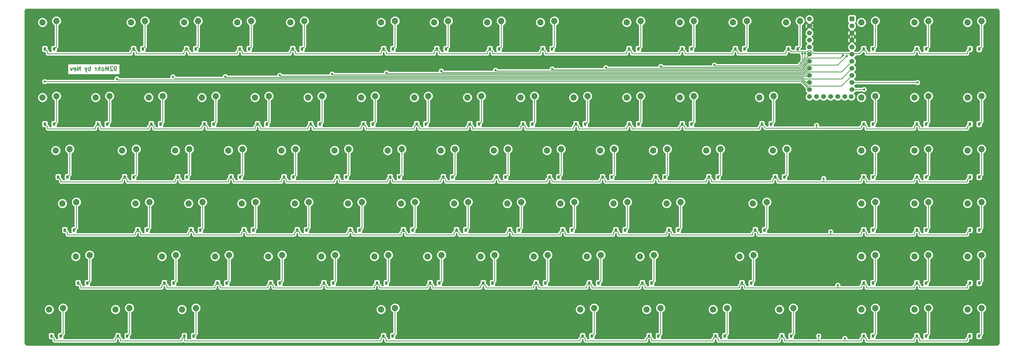
<source format=gbl>
%TF.GenerationSoftware,KiCad,Pcbnew,(5.1.8)-1*%
%TF.CreationDate,2020-11-30T17:03:09-06:00*%
%TF.ProjectId,customKeyboardV2.5,63757374-6f6d-44b6-9579-626f61726456,rev?*%
%TF.SameCoordinates,Original*%
%TF.FileFunction,Copper,L2,Bot*%
%TF.FilePolarity,Positive*%
%FSLAX46Y46*%
G04 Gerber Fmt 4.6, Leading zero omitted, Abs format (unit mm)*
G04 Created by KiCad (PCBNEW (5.1.8)-1) date 2020-11-30 17:03:09*
%MOMM*%
%LPD*%
G01*
G04 APERTURE LIST*
%TA.AperFunction,NonConductor*%
%ADD10C,0.300000*%
%TD*%
%TA.AperFunction,ComponentPad*%
%ADD11C,1.752600*%
%TD*%
%TA.AperFunction,ComponentPad*%
%ADD12R,1.752600X1.752600*%
%TD*%
%TA.AperFunction,ComponentPad*%
%ADD13C,2.250000*%
%TD*%
%TA.AperFunction,SMDPad,CuDef*%
%ADD14R,0.900000X1.200000*%
%TD*%
%TA.AperFunction,ViaPad*%
%ADD15C,0.800000*%
%TD*%
%TA.AperFunction,Conductor*%
%ADD16C,0.254000*%
%TD*%
%TA.AperFunction,Conductor*%
%ADD17C,0.381000*%
%TD*%
%TA.AperFunction,Conductor*%
%ADD18C,0.100000*%
%TD*%
G04 APERTURE END LIST*
D10*
X76333928Y-45128571D02*
X76048214Y-45128571D01*
X75905357Y-45057142D01*
X75833928Y-44985714D01*
X75691071Y-44771428D01*
X75619642Y-44485714D01*
X75619642Y-43914285D01*
X75691071Y-43771428D01*
X75762500Y-43700000D01*
X75905357Y-43628571D01*
X76191071Y-43628571D01*
X76333928Y-43700000D01*
X76405357Y-43771428D01*
X76476785Y-43914285D01*
X76476785Y-44271428D01*
X76405357Y-44414285D01*
X76333928Y-44485714D01*
X76191071Y-44557142D01*
X75905357Y-44557142D01*
X75762500Y-44485714D01*
X75691071Y-44414285D01*
X75619642Y-44271428D01*
X75048214Y-43771428D02*
X74976785Y-43700000D01*
X74833928Y-43628571D01*
X74476785Y-43628571D01*
X74333928Y-43700000D01*
X74262500Y-43771428D01*
X74191071Y-43914285D01*
X74191071Y-44057142D01*
X74262500Y-44271428D01*
X75119642Y-45128571D01*
X74191071Y-45128571D01*
X73548214Y-45128571D02*
X73548214Y-43628571D01*
X73048214Y-44700000D01*
X72548214Y-43628571D01*
X72548214Y-45128571D01*
X71619642Y-45128571D02*
X71762500Y-45057142D01*
X71833928Y-44985714D01*
X71905357Y-44842857D01*
X71905357Y-44414285D01*
X71833928Y-44271428D01*
X71762500Y-44200000D01*
X71619642Y-44128571D01*
X71405357Y-44128571D01*
X71262500Y-44200000D01*
X71191071Y-44271428D01*
X71119642Y-44414285D01*
X71119642Y-44842857D01*
X71191071Y-44985714D01*
X71262500Y-45057142D01*
X71405357Y-45128571D01*
X71619642Y-45128571D01*
X70476785Y-45128571D02*
X70476785Y-43628571D01*
X69833928Y-45128571D02*
X69833928Y-44342857D01*
X69905357Y-44200000D01*
X70048214Y-44128571D01*
X70262500Y-44128571D01*
X70405357Y-44200000D01*
X70476785Y-44271428D01*
X69119642Y-45128571D02*
X69119642Y-44128571D01*
X69119642Y-44414285D02*
X69048214Y-44271428D01*
X68976785Y-44200000D01*
X68833928Y-44128571D01*
X68691071Y-44128571D01*
X67048214Y-45128571D02*
X67048214Y-43628571D01*
X67048214Y-44200000D02*
X66905357Y-44128571D01*
X66619642Y-44128571D01*
X66476785Y-44200000D01*
X66405357Y-44271428D01*
X66333928Y-44414285D01*
X66333928Y-44842857D01*
X66405357Y-44985714D01*
X66476785Y-45057142D01*
X66619642Y-45128571D01*
X66905357Y-45128571D01*
X67048214Y-45057142D01*
X65833928Y-44128571D02*
X65476785Y-45128571D01*
X65119642Y-44128571D02*
X65476785Y-45128571D01*
X65619642Y-45485714D01*
X65691071Y-45557142D01*
X65833928Y-45628571D01*
X63405357Y-45128571D02*
X63405357Y-43628571D01*
X62548214Y-45128571D01*
X62548214Y-43628571D01*
X61262500Y-45057142D02*
X61405357Y-45128571D01*
X61691071Y-45128571D01*
X61833928Y-45057142D01*
X61905357Y-44914285D01*
X61905357Y-44342857D01*
X61833928Y-44200000D01*
X61691071Y-44128571D01*
X61405357Y-44128571D01*
X61262500Y-44200000D01*
X61191071Y-44342857D01*
X61191071Y-44485714D01*
X61905357Y-44628571D01*
X60691071Y-44128571D02*
X60333928Y-45128571D01*
X59976785Y-44128571D01*
D11*
%TO.P,U1,25*%
%TO.N,ROW5*%
X337661250Y-54451250D03*
%TO.P,U1,26*%
%TO.N,ROW4*%
X335121250Y-54451250D03*
%TO.P,U1,27*%
%TO.N,ROW3*%
X332581250Y-54451250D03*
%TO.P,U1,28*%
%TO.N,ROW2*%
X330041250Y-54451250D03*
%TO.P,U1,29*%
%TO.N,ROW1*%
X327501250Y-54451250D03*
%TO.P,U1,24*%
%TO.N,COL12*%
X324961250Y-26511250D03*
%TO.P,U1,12*%
%TO.N,COL14*%
X339972650Y-54451250D03*
%TO.P,U1,23*%
%TO.N,GND*%
X324961250Y-29051250D03*
%TO.P,U1,22*%
%TO.N,Net-(U1-Pad22)*%
X324961250Y-31591250D03*
%TO.P,U1,21*%
%TO.N,VCC*%
X324961250Y-34131250D03*
%TO.P,U1,20*%
%TO.N,COL11*%
X324961250Y-36671250D03*
%TO.P,U1,19*%
%TO.N,COL10*%
X324961250Y-39211250D03*
%TO.P,U1,18*%
%TO.N,COL8*%
X324961250Y-41751250D03*
%TO.P,U1,17*%
%TO.N,COL6*%
X324961250Y-44291250D03*
%TO.P,U1,16*%
%TO.N,COL4*%
X324961250Y-46831250D03*
%TO.P,U1,15*%
%TO.N,COL2*%
X324961250Y-49371250D03*
%TO.P,U1,14*%
%TO.N,COL0*%
X324961250Y-51911250D03*
%TO.P,U1,13*%
%TO.N,COL13*%
X324961250Y-54451250D03*
%TO.P,U1,11*%
%TO.N,COL15*%
X340201250Y-51911250D03*
%TO.P,U1,10*%
%TO.N,COL16*%
X340201250Y-49371250D03*
%TO.P,U1,9*%
%TO.N,COL1*%
X340201250Y-46831250D03*
%TO.P,U1,8*%
%TO.N,COL3*%
X340201250Y-44291250D03*
%TO.P,U1,7*%
%TO.N,COL5*%
X340201250Y-41751250D03*
%TO.P,U1,6*%
%TO.N,ROW0*%
X340201250Y-39211250D03*
%TO.P,U1,5*%
%TO.N,COL7*%
X340201250Y-36671250D03*
%TO.P,U1,4*%
%TO.N,GND*%
X340201250Y-34131250D03*
%TO.P,U1,3*%
X340201250Y-31591250D03*
%TO.P,U1,2*%
%TO.N,COL9*%
X340201250Y-29051250D03*
D12*
%TO.P,U1,1*%
%TO.N,Net-(U1-Pad1)*%
X340201250Y-26511250D03*
%TD*%
D13*
%TO.P,ALPS75,1*%
%TO.N,COL14*%
X343575000Y-27750000D03*
%TO.P,ALPS75,2*%
%TO.N,Net-(ALPS75-Pad2)*%
X348575000Y-27250000D03*
%TD*%
%TO.P,ALPS1,1*%
%TO.N,COL0*%
X49887500Y-27750000D03*
%TO.P,ALPS1,2*%
%TO.N,Net-(ALPS1-Pad2)*%
X54887500Y-27250000D03*
%TD*%
%TO.P,ALPS71,1*%
%TO.N,COL12*%
X304681250Y-92837500D03*
%TO.P,ALPS71,2*%
%TO.N,Net-(ALPS71-Pad2)*%
X309681250Y-92337500D03*
%TD*%
D14*
%TO.P,D66,2*%
%TO.N,Net-(ALPS66-Pad2)*%
X292162500Y-83343750D03*
%TO.P,D66,1*%
%TO.N,ROW2*%
X288862500Y-83343750D03*
%TD*%
%TO.P,D92,2*%
%TO.N,Net-(ALPS92-Pad2)*%
X385782500Y-140493750D03*
%TO.P,D92,1*%
%TO.N,ROW5*%
X382482500Y-140493750D03*
%TD*%
%TO.P,D91,2*%
%TO.N,Net-(ALPS91-Pad2)*%
X385825000Y-121443750D03*
%TO.P,D91,1*%
%TO.N,ROW4*%
X382525000Y-121443750D03*
%TD*%
%TO.P,D90,2*%
%TO.N,Net-(ALPS90-Pad2)*%
X385825000Y-102393750D03*
%TO.P,D90,1*%
%TO.N,ROW3*%
X382525000Y-102393750D03*
%TD*%
%TO.P,D89,2*%
%TO.N,Net-(ALPS89-Pad2)*%
X385825000Y-83343750D03*
%TO.P,D89,1*%
%TO.N,ROW2*%
X382525000Y-83343750D03*
%TD*%
%TO.P,D88,2*%
%TO.N,Net-(ALPS88-Pad2)*%
X385825000Y-64293750D03*
%TO.P,D88,1*%
%TO.N,ROW1*%
X382525000Y-64293750D03*
%TD*%
%TO.P,D87,2*%
%TO.N,Net-(ALPS87-Pad2)*%
X385825000Y-37306250D03*
%TO.P,D87,1*%
%TO.N,ROW0*%
X382525000Y-37306250D03*
%TD*%
%TO.P,D86,2*%
%TO.N,Net-(ALPS86-Pad2)*%
X366775000Y-140493750D03*
%TO.P,D86,1*%
%TO.N,ROW5*%
X363475000Y-140493750D03*
%TD*%
%TO.P,D85,2*%
%TO.N,Net-(ALPS85-Pad2)*%
X366775000Y-121443750D03*
%TO.P,D85,1*%
%TO.N,ROW4*%
X363475000Y-121443750D03*
%TD*%
%TO.P,D84,2*%
%TO.N,Net-(ALPS84-Pad2)*%
X366775000Y-102393750D03*
%TO.P,D84,1*%
%TO.N,ROW3*%
X363475000Y-102393750D03*
%TD*%
%TO.P,D83,2*%
%TO.N,Net-(ALPS83-Pad2)*%
X366775000Y-83343750D03*
%TO.P,D83,1*%
%TO.N,ROW2*%
X363475000Y-83343750D03*
%TD*%
%TO.P,D82,2*%
%TO.N,Net-(ALPS82-Pad2)*%
X366775000Y-64293750D03*
%TO.P,D82,1*%
%TO.N,ROW1*%
X363475000Y-64293750D03*
%TD*%
%TO.P,D81,2*%
%TO.N,Net-(ALPS81-Pad2)*%
X366775000Y-37306250D03*
%TO.P,D81,1*%
%TO.N,ROW0*%
X363475000Y-37306250D03*
%TD*%
%TO.P,D80,2*%
%TO.N,Net-(ALPS80-Pad2)*%
X347725000Y-140493750D03*
%TO.P,D80,1*%
%TO.N,ROW5*%
X344425000Y-140493750D03*
%TD*%
%TO.P,D79,2*%
%TO.N,Net-(ALPS79-Pad2)*%
X347725000Y-121443750D03*
%TO.P,D79,1*%
%TO.N,ROW4*%
X344425000Y-121443750D03*
%TD*%
%TO.P,D78,2*%
%TO.N,Net-(ALPS78-Pad2)*%
X347725000Y-102393750D03*
%TO.P,D78,1*%
%TO.N,ROW3*%
X344425000Y-102393750D03*
%TD*%
%TO.P,D77,2*%
%TO.N,Net-(ALPS77-Pad2)*%
X347725000Y-83343750D03*
%TO.P,D77,1*%
%TO.N,ROW2*%
X344425000Y-83343750D03*
%TD*%
%TO.P,D76,2*%
%TO.N,Net-(ALPS76-Pad2)*%
X347725000Y-64293750D03*
%TO.P,D76,1*%
%TO.N,ROW1*%
X344425000Y-64293750D03*
%TD*%
%TO.P,D75,2*%
%TO.N,Net-(ALPS75-Pad2)*%
X347725000Y-37306250D03*
%TO.P,D75,1*%
%TO.N,ROW0*%
X344425000Y-37306250D03*
%TD*%
%TO.P,D73,2*%
%TO.N,Net-(ALPS73-Pad2)*%
X311212500Y-64293750D03*
%TO.P,D73,1*%
%TO.N,ROW1*%
X307912500Y-64293750D03*
%TD*%
%TO.P,D74,2*%
%TO.N,Net-(ALPS74-Pad2)*%
X320737500Y-37306250D03*
%TO.P,D74,1*%
%TO.N,ROW0*%
X317437500Y-37306250D03*
%TD*%
%TO.P,D72,2*%
%TO.N,Net-(ALPS72-Pad2)*%
X315975000Y-83343750D03*
%TO.P,D72,1*%
%TO.N,ROW2*%
X312675000Y-83343750D03*
%TD*%
%TO.P,D71,2*%
%TO.N,Net-(ALPS71-Pad2)*%
X308831250Y-102393750D03*
%TO.P,D71,1*%
%TO.N,ROW3*%
X305531250Y-102393750D03*
%TD*%
%TO.P,D70,2*%
%TO.N,Net-(ALPS70-Pad2)*%
X318356250Y-140493750D03*
%TO.P,D70,1*%
%TO.N,ROW5*%
X315056250Y-140493750D03*
%TD*%
%TO.P,D69,2*%
%TO.N,Net-(ALPS69-Pad2)*%
X304068750Y-121443750D03*
%TO.P,D69,1*%
%TO.N,ROW4*%
X300768750Y-121443750D03*
%TD*%
%TO.P,D67,2*%
%TO.N,Net-(ALPS67-Pad2)*%
X282637500Y-64293750D03*
%TO.P,D67,1*%
%TO.N,ROW1*%
X279337500Y-64293750D03*
%TD*%
%TO.P,D68,2*%
%TO.N,Net-(ALPS68-Pad2)*%
X301687500Y-37306250D03*
%TO.P,D68,1*%
%TO.N,ROW0*%
X298387500Y-37306250D03*
%TD*%
%TO.P,D65,2*%
%TO.N,Net-(ALPS65-Pad2)*%
X277875000Y-102393750D03*
%TO.P,D65,1*%
%TO.N,ROW3*%
X274575000Y-102393750D03*
%TD*%
%TO.P,D62,2*%
%TO.N,Net-(ALPS62-Pad2)*%
X273112500Y-83343750D03*
%TO.P,D62,1*%
%TO.N,ROW2*%
X269812500Y-83343750D03*
%TD*%
%TO.P,D63,2*%
%TO.N,Net-(ALPS63-Pad2)*%
X294606250Y-140493750D03*
%TO.P,D63,1*%
%TO.N,ROW5*%
X291306250Y-140493750D03*
%TD*%
%TO.P,D61,2*%
%TO.N,Net-(ALPS61-Pad2)*%
X263650000Y-64293750D03*
%TO.P,D61,1*%
%TO.N,ROW1*%
X260350000Y-64293750D03*
%TD*%
%TO.P,D64,2*%
%TO.N,Net-(ALPS64-Pad2)*%
X282637500Y-37306250D03*
%TO.P,D64,1*%
%TO.N,ROW0*%
X279337500Y-37306250D03*
%TD*%
%TO.P,D60,2*%
%TO.N,Net-(ALPS60-Pad2)*%
X268350000Y-121443750D03*
%TO.P,D60,1*%
%TO.N,ROW4*%
X265050000Y-121443750D03*
%TD*%
%TO.P,D59,2*%
%TO.N,Net-(ALPS59-Pad2)*%
X258825000Y-102393750D03*
%TO.P,D59,1*%
%TO.N,ROW3*%
X255525000Y-102393750D03*
%TD*%
%TO.P,D57,2*%
%TO.N,Net-(ALPS57-Pad2)*%
X254062500Y-83343750D03*
%TO.P,D57,1*%
%TO.N,ROW2*%
X250762500Y-83343750D03*
%TD*%
%TO.P,D56,2*%
%TO.N,Net-(ALPS56-Pad2)*%
X244537500Y-64293750D03*
%TO.P,D56,1*%
%TO.N,ROW1*%
X241237500Y-64293750D03*
%TD*%
%TO.P,D58,2*%
%TO.N,Net-(ALPS58-Pad2)*%
X263587500Y-37306250D03*
%TO.P,D58,1*%
%TO.N,ROW0*%
X260287500Y-37306250D03*
%TD*%
%TO.P,D55,2*%
%TO.N,Net-(ALPS55-Pad2)*%
X249300000Y-121443750D03*
%TO.P,D55,1*%
%TO.N,ROW4*%
X246000000Y-121443750D03*
%TD*%
%TO.P,D54,2*%
%TO.N,Net-(ALPS54-Pad2)*%
X270731250Y-140493750D03*
%TO.P,D54,1*%
%TO.N,ROW5*%
X267431250Y-140493750D03*
%TD*%
%TO.P,D53,2*%
%TO.N,Net-(ALPS53-Pad2)*%
X239775000Y-102393750D03*
%TO.P,D53,1*%
%TO.N,ROW3*%
X236475000Y-102393750D03*
%TD*%
%TO.P,D52,2*%
%TO.N,Net-(ALPS52-Pad2)*%
X235012500Y-83343750D03*
%TO.P,D52,1*%
%TO.N,ROW2*%
X231712500Y-83343750D03*
%TD*%
%TO.P,D51,2*%
%TO.N,Net-(ALPS51-Pad2)*%
X225550000Y-64293750D03*
%TO.P,D51,1*%
%TO.N,ROW1*%
X222250000Y-64293750D03*
%TD*%
%TO.P,D50,2*%
%TO.N,Net-(ALPS50-Pad2)*%
X230250000Y-121443750D03*
%TO.P,D50,1*%
%TO.N,ROW4*%
X226950000Y-121443750D03*
%TD*%
%TO.P,D49,2*%
%TO.N,Net-(ALPS49-Pad2)*%
X232631250Y-37306250D03*
%TO.P,D49,1*%
%TO.N,ROW0*%
X229331250Y-37306250D03*
%TD*%
%TO.P,D48,2*%
%TO.N,Net-(ALPS48-Pad2)*%
X246918750Y-140493750D03*
%TO.P,D48,1*%
%TO.N,ROW5*%
X243618750Y-140493750D03*
%TD*%
%TO.P,D47,2*%
%TO.N,Net-(ALPS47-Pad2)*%
X220725000Y-102393750D03*
%TO.P,D47,1*%
%TO.N,ROW3*%
X217425000Y-102393750D03*
%TD*%
%TO.P,D46,2*%
%TO.N,Net-(ALPS46-Pad2)*%
X215962500Y-83343750D03*
%TO.P,D46,1*%
%TO.N,ROW2*%
X212662500Y-83343750D03*
%TD*%
%TO.P,D45,2*%
%TO.N,Net-(ALPS45-Pad2)*%
X206437500Y-64293750D03*
%TO.P,D45,1*%
%TO.N,ROW1*%
X203137500Y-64293750D03*
%TD*%
%TO.P,D44,2*%
%TO.N,Net-(ALPS44-Pad2)*%
X211262500Y-121443750D03*
%TO.P,D44,1*%
%TO.N,ROW4*%
X207962500Y-121443750D03*
%TD*%
%TO.P,D43,2*%
%TO.N,Net-(ALPS43-Pad2)*%
X213643750Y-37306250D03*
%TO.P,D43,1*%
%TO.N,ROW0*%
X210343750Y-37306250D03*
%TD*%
%TO.P,D42,2*%
%TO.N,Net-(ALPS42-Pad2)*%
X201675000Y-102393750D03*
%TO.P,D42,1*%
%TO.N,ROW3*%
X198375000Y-102393750D03*
%TD*%
%TO.P,D41,2*%
%TO.N,Net-(ALPS41-Pad2)*%
X196912500Y-83343750D03*
%TO.P,D41,1*%
%TO.N,ROW2*%
X193612500Y-83343750D03*
%TD*%
%TO.P,D40,2*%
%TO.N,Net-(ALPS40-Pad2)*%
X187387500Y-64293750D03*
%TO.P,D40,1*%
%TO.N,ROW1*%
X184087500Y-64293750D03*
%TD*%
%TO.P,D39,2*%
%TO.N,Net-(ALPS39-Pad2)*%
X192212500Y-121443750D03*
%TO.P,D39,1*%
%TO.N,ROW4*%
X188912500Y-121443750D03*
%TD*%
%TO.P,D38,2*%
%TO.N,Net-(ALPS38-Pad2)*%
X194593750Y-37306250D03*
%TO.P,D38,1*%
%TO.N,ROW0*%
X191293750Y-37306250D03*
%TD*%
%TO.P,D37,2*%
%TO.N,Net-(ALPS37-Pad2)*%
X182625000Y-102393750D03*
%TO.P,D37,1*%
%TO.N,ROW3*%
X179325000Y-102393750D03*
%TD*%
%TO.P,D36,2*%
%TO.N,Net-(ALPS36-Pad2)*%
X177862500Y-83343750D03*
%TO.P,D36,1*%
%TO.N,ROW2*%
X174562500Y-83343750D03*
%TD*%
%TO.P,D35,2*%
%TO.N,Net-(ALPS35-Pad2)*%
X168337500Y-64293750D03*
%TO.P,D35,1*%
%TO.N,ROW1*%
X165037500Y-64293750D03*
%TD*%
%TO.P,D34,2*%
%TO.N,Net-(ALPS34-Pad2)*%
X173162500Y-121443750D03*
%TO.P,D34,1*%
%TO.N,ROW4*%
X169862500Y-121443750D03*
%TD*%
%TO.P,D33,2*%
%TO.N,Net-(ALPS33-Pad2)*%
X175481250Y-140493750D03*
%TO.P,D33,1*%
%TO.N,ROW5*%
X172181250Y-140493750D03*
%TD*%
%TO.P,D32,2*%
%TO.N,Net-(ALPS32-Pad2)*%
X175543750Y-37306250D03*
%TO.P,D32,1*%
%TO.N,ROW0*%
X172243750Y-37306250D03*
%TD*%
%TO.P,D31,2*%
%TO.N,Net-(ALPS31-Pad2)*%
X163575000Y-102393750D03*
%TO.P,D31,1*%
%TO.N,ROW3*%
X160275000Y-102393750D03*
%TD*%
%TO.P,D30,2*%
%TO.N,Net-(ALPS30-Pad2)*%
X158812500Y-83343750D03*
%TO.P,D30,1*%
%TO.N,ROW2*%
X155512500Y-83343750D03*
%TD*%
%TO.P,D29,2*%
%TO.N,Net-(ALPS29-Pad2)*%
X149350000Y-64293750D03*
%TO.P,D29,1*%
%TO.N,ROW1*%
X146050000Y-64293750D03*
%TD*%
%TO.P,D28,2*%
%TO.N,Net-(ALPS28-Pad2)*%
X154112500Y-121443750D03*
%TO.P,D28,1*%
%TO.N,ROW4*%
X150812500Y-121443750D03*
%TD*%
%TO.P,D27,2*%
%TO.N,Net-(ALPS27-Pad2)*%
X144525000Y-102393750D03*
%TO.P,D27,1*%
%TO.N,ROW3*%
X141225000Y-102393750D03*
%TD*%
%TO.P,D26,2*%
%TO.N,Net-(ALPS26-Pad2)*%
X139825000Y-83343750D03*
%TO.P,D26,1*%
%TO.N,ROW2*%
X136525000Y-83343750D03*
%TD*%
%TO.P,D24,2*%
%TO.N,Net-(ALPS24-Pad2)*%
X142937500Y-37306250D03*
%TO.P,D24,1*%
%TO.N,ROW0*%
X139637500Y-37306250D03*
%TD*%
%TO.P,D25,2*%
%TO.N,Net-(ALPS25-Pad2)*%
X130300000Y-64293750D03*
%TO.P,D25,1*%
%TO.N,ROW1*%
X127000000Y-64293750D03*
%TD*%
%TO.P,D23,2*%
%TO.N,Net-(ALPS23-Pad2)*%
X135000000Y-121443750D03*
%TO.P,D23,1*%
%TO.N,ROW4*%
X131700000Y-121443750D03*
%TD*%
%TO.P,D22,2*%
%TO.N,Net-(ALPS22-Pad2)*%
X125475000Y-102393750D03*
%TO.P,D22,1*%
%TO.N,ROW3*%
X122175000Y-102393750D03*
%TD*%
%TO.P,D21,2*%
%TO.N,Net-(ALPS21-Pad2)*%
X120775000Y-83343750D03*
%TO.P,D21,1*%
%TO.N,ROW2*%
X117475000Y-83343750D03*
%TD*%
%TO.P,D19,2*%
%TO.N,Net-(ALPS19-Pad2)*%
X123950000Y-37306250D03*
%TO.P,D19,1*%
%TO.N,ROW0*%
X120650000Y-37306250D03*
%TD*%
%TO.P,D20,2*%
%TO.N,Net-(ALPS20-Pad2)*%
X111250000Y-64293750D03*
%TO.P,D20,1*%
%TO.N,ROW1*%
X107950000Y-64293750D03*
%TD*%
%TO.P,D18,2*%
%TO.N,Net-(ALPS18-Pad2)*%
X104043750Y-140493750D03*
%TO.P,D18,1*%
%TO.N,ROW5*%
X100743750Y-140493750D03*
%TD*%
%TO.P,D17,2*%
%TO.N,Net-(ALPS17-Pad2)*%
X115950000Y-121443750D03*
%TO.P,D17,1*%
%TO.N,ROW4*%
X112650000Y-121443750D03*
%TD*%
%TO.P,D16,2*%
%TO.N,Net-(ALPS16-Pad2)*%
X106487500Y-102393750D03*
%TO.P,D16,1*%
%TO.N,ROW3*%
X103187500Y-102393750D03*
%TD*%
%TO.P,D15,2*%
%TO.N,Net-(ALPS15-Pad2)*%
X101662500Y-83343750D03*
%TO.P,D15,1*%
%TO.N,ROW2*%
X98362500Y-83343750D03*
%TD*%
%TO.P,D13,2*%
%TO.N,Net-(ALPS13-Pad2)*%
X104837500Y-37306250D03*
%TO.P,D13,1*%
%TO.N,ROW0*%
X101537500Y-37306250D03*
%TD*%
%TO.P,D14,2*%
%TO.N,Net-(ALPS14-Pad2)*%
X92200000Y-64293750D03*
%TO.P,D14,1*%
%TO.N,ROW1*%
X88900000Y-64293750D03*
%TD*%
%TO.P,D12,2*%
%TO.N,Net-(ALPS12-Pad2)*%
X96900000Y-121443750D03*
%TO.P,D12,1*%
%TO.N,ROW4*%
X93600000Y-121443750D03*
%TD*%
%TO.P,D11,2*%
%TO.N,Net-(ALPS11-Pad2)*%
X80231250Y-140493750D03*
%TO.P,D11,1*%
%TO.N,ROW5*%
X76931250Y-140493750D03*
%TD*%
%TO.P,D10,2*%
%TO.N,Net-(ALPS10-Pad2)*%
X87375000Y-102393750D03*
%TO.P,D10,1*%
%TO.N,ROW3*%
X84075000Y-102393750D03*
%TD*%
%TO.P,D9,2*%
%TO.N,Net-(ALPS9-Pad2)*%
X82612500Y-83343750D03*
%TO.P,D9,1*%
%TO.N,ROW2*%
X79312500Y-83343750D03*
%TD*%
%TO.P,D7,2*%
%TO.N,Net-(ALPS7-Pad2)*%
X85850000Y-37306250D03*
%TO.P,D7,1*%
%TO.N,ROW0*%
X82550000Y-37306250D03*
%TD*%
%TO.P,D8,2*%
%TO.N,Net-(ALPS8-Pad2)*%
X73087500Y-64293750D03*
%TO.P,D8,1*%
%TO.N,ROW1*%
X69787500Y-64293750D03*
%TD*%
%TO.P,D6,2*%
%TO.N,Net-(ALPS6-Pad2)*%
X65943750Y-121443750D03*
%TO.P,D6,1*%
%TO.N,ROW4*%
X62643750Y-121443750D03*
%TD*%
%TO.P,D5,2*%
%TO.N,Net-(ALPS5-Pad2)*%
X56418750Y-140493750D03*
%TO.P,D5,1*%
%TO.N,ROW5*%
X53118750Y-140493750D03*
%TD*%
%TO.P,D4,2*%
%TO.N,Net-(ALPS4-Pad2)*%
X61181250Y-102393750D03*
%TO.P,D4,1*%
%TO.N,ROW3*%
X57881250Y-102393750D03*
%TD*%
%TO.P,D3,2*%
%TO.N,Net-(ALPS3-Pad2)*%
X58800000Y-83343750D03*
%TO.P,D3,1*%
%TO.N,ROW2*%
X55500000Y-83343750D03*
%TD*%
%TO.P,D2,2*%
%TO.N,Net-(ALPS2-Pad2)*%
X54037500Y-64293750D03*
%TO.P,D2,1*%
%TO.N,ROW1*%
X50737500Y-64293750D03*
%TD*%
%TO.P,D1,2*%
%TO.N,Net-(ALPS1-Pad2)*%
X54037500Y-37306250D03*
%TO.P,D1,1*%
%TO.N,ROW0*%
X50737500Y-37306250D03*
%TD*%
D13*
%TO.P,ALPS66,1*%
%TO.N,COL12*%
X288012500Y-73787500D03*
%TO.P,ALPS66,2*%
%TO.N,Net-(ALPS66-Pad2)*%
X293012500Y-73287500D03*
%TD*%
%TO.P,ALPS92,1*%
%TO.N,COL16*%
X381675000Y-130937500D03*
%TO.P,ALPS92,2*%
%TO.N,Net-(ALPS92-Pad2)*%
X386675000Y-130437500D03*
%TD*%
%TO.P,ALPS91,1*%
%TO.N,COL16*%
X381675000Y-111887500D03*
%TO.P,ALPS91,2*%
%TO.N,Net-(ALPS91-Pad2)*%
X386675000Y-111387500D03*
%TD*%
%TO.P,ALPS90,1*%
%TO.N,COL16*%
X381675000Y-92837500D03*
%TO.P,ALPS90,2*%
%TO.N,Net-(ALPS90-Pad2)*%
X386675000Y-92337500D03*
%TD*%
%TO.P,ALPS89,1*%
%TO.N,COL16*%
X381675000Y-73787500D03*
%TO.P,ALPS89,2*%
%TO.N,Net-(ALPS89-Pad2)*%
X386675000Y-73287500D03*
%TD*%
%TO.P,ALPS88,1*%
%TO.N,COL16*%
X381675000Y-54737500D03*
%TO.P,ALPS88,2*%
%TO.N,Net-(ALPS88-Pad2)*%
X386675000Y-54237500D03*
%TD*%
%TO.P,ALPS87,1*%
%TO.N,COL16*%
X381675000Y-27750000D03*
%TO.P,ALPS87,2*%
%TO.N,Net-(ALPS87-Pad2)*%
X386675000Y-27250000D03*
%TD*%
%TO.P,ALPS86,1*%
%TO.N,COL15*%
X362625000Y-130937500D03*
%TO.P,ALPS86,2*%
%TO.N,Net-(ALPS86-Pad2)*%
X367625000Y-130437500D03*
%TD*%
%TO.P,ALPS85,1*%
%TO.N,COL15*%
X362625000Y-111887500D03*
%TO.P,ALPS85,2*%
%TO.N,Net-(ALPS85-Pad2)*%
X367625000Y-111387500D03*
%TD*%
%TO.P,ALPS84,1*%
%TO.N,COL15*%
X362625000Y-92837500D03*
%TO.P,ALPS84,2*%
%TO.N,Net-(ALPS84-Pad2)*%
X367625000Y-92337500D03*
%TD*%
%TO.P,ALPS83,1*%
%TO.N,COL15*%
X362625000Y-73787500D03*
%TO.P,ALPS83,2*%
%TO.N,Net-(ALPS83-Pad2)*%
X367625000Y-73287500D03*
%TD*%
%TO.P,ALPS82,1*%
%TO.N,COL15*%
X362625000Y-54737500D03*
%TO.P,ALPS82,2*%
%TO.N,Net-(ALPS82-Pad2)*%
X367625000Y-54237500D03*
%TD*%
%TO.P,ALPS81,1*%
%TO.N,COL15*%
X362625000Y-27750000D03*
%TO.P,ALPS81,2*%
%TO.N,Net-(ALPS81-Pad2)*%
X367625000Y-27250000D03*
%TD*%
%TO.P,ALPS80,1*%
%TO.N,COL14*%
X343575000Y-130937500D03*
%TO.P,ALPS80,2*%
%TO.N,Net-(ALPS80-Pad2)*%
X348575000Y-130437500D03*
%TD*%
%TO.P,ALPS79,1*%
%TO.N,COL14*%
X343575000Y-111887500D03*
%TO.P,ALPS79,2*%
%TO.N,Net-(ALPS79-Pad2)*%
X348575000Y-111387500D03*
%TD*%
%TO.P,ALPS78,1*%
%TO.N,COL14*%
X343575000Y-92837500D03*
%TO.P,ALPS78,2*%
%TO.N,Net-(ALPS78-Pad2)*%
X348575000Y-92337500D03*
%TD*%
%TO.P,ALPS77,1*%
%TO.N,COL14*%
X343575000Y-73787500D03*
%TO.P,ALPS77,2*%
%TO.N,Net-(ALPS77-Pad2)*%
X348575000Y-73287500D03*
%TD*%
%TO.P,ALPS76,1*%
%TO.N,COL14*%
X343575000Y-54737500D03*
%TO.P,ALPS76,2*%
%TO.N,Net-(ALPS76-Pad2)*%
X348575000Y-54237500D03*
%TD*%
%TO.P,ALPS73,1*%
%TO.N,COL13*%
X307062500Y-54737500D03*
%TO.P,ALPS73,2*%
%TO.N,Net-(ALPS73-Pad2)*%
X312062500Y-54237500D03*
%TD*%
%TO.P,ALPS74,1*%
%TO.N,COL12*%
X316587500Y-27750000D03*
%TO.P,ALPS74,2*%
%TO.N,Net-(ALPS74-Pad2)*%
X321587500Y-27250000D03*
%TD*%
%TO.P,ALPS72,1*%
%TO.N,COL13*%
X311825000Y-73787500D03*
%TO.P,ALPS72,2*%
%TO.N,Net-(ALPS72-Pad2)*%
X316825000Y-73287500D03*
%TD*%
%TO.P,ALPS70,1*%
%TO.N,COL11*%
X314206250Y-130937500D03*
%TO.P,ALPS70,2*%
%TO.N,Net-(ALPS70-Pad2)*%
X319206250Y-130437500D03*
%TD*%
%TO.P,ALPS69,1*%
%TO.N,COL11*%
X299918750Y-111887500D03*
%TO.P,ALPS69,2*%
%TO.N,Net-(ALPS69-Pad2)*%
X304918750Y-111387500D03*
%TD*%
%TO.P,ALPS67,1*%
%TO.N,COL12*%
X278487500Y-54737500D03*
%TO.P,ALPS67,2*%
%TO.N,Net-(ALPS67-Pad2)*%
X283487500Y-54237500D03*
%TD*%
%TO.P,ALPS68,1*%
%TO.N,COL11*%
X297537500Y-27750000D03*
%TO.P,ALPS68,2*%
%TO.N,Net-(ALPS68-Pad2)*%
X302537500Y-27250000D03*
%TD*%
%TO.P,ALPS65,1*%
%TO.N,COL11*%
X273725000Y-92837500D03*
%TO.P,ALPS65,2*%
%TO.N,Net-(ALPS65-Pad2)*%
X278725000Y-92337500D03*
%TD*%
%TO.P,ALPS62,1*%
%TO.N,COL11*%
X268962500Y-73787500D03*
%TO.P,ALPS62,2*%
%TO.N,Net-(ALPS62-Pad2)*%
X273962500Y-73287500D03*
%TD*%
%TO.P,ALPS63,1*%
%TO.N,COL10*%
X290393750Y-130937500D03*
%TO.P,ALPS63,2*%
%TO.N,Net-(ALPS63-Pad2)*%
X295393750Y-130437500D03*
%TD*%
%TO.P,ALPS61,1*%
%TO.N,COL11*%
X259437500Y-54737500D03*
%TO.P,ALPS61,2*%
%TO.N,Net-(ALPS61-Pad2)*%
X264437500Y-54237500D03*
%TD*%
%TO.P,ALPS64,1*%
%TO.N,COL10*%
X278487500Y-27750000D03*
%TO.P,ALPS64,2*%
%TO.N,Net-(ALPS64-Pad2)*%
X283487500Y-27250000D03*
%TD*%
%TO.P,ALPS60,1*%
%TO.N,COL10*%
X264200000Y-111887500D03*
%TO.P,ALPS60,2*%
%TO.N,Net-(ALPS60-Pad2)*%
X269200000Y-111387500D03*
%TD*%
%TO.P,ALPS59,1*%
%TO.N,COL10*%
X254675000Y-92837500D03*
%TO.P,ALPS59,2*%
%TO.N,Net-(ALPS59-Pad2)*%
X259675000Y-92337500D03*
%TD*%
%TO.P,ALPS57,1*%
%TO.N,COL10*%
X249912500Y-73787500D03*
%TO.P,ALPS57,2*%
%TO.N,Net-(ALPS57-Pad2)*%
X254912500Y-73287500D03*
%TD*%
%TO.P,ALPS56,1*%
%TO.N,COL10*%
X240387500Y-54737500D03*
%TO.P,ALPS56,2*%
%TO.N,Net-(ALPS56-Pad2)*%
X245387500Y-54237500D03*
%TD*%
%TO.P,ALPS58,1*%
%TO.N,COL9*%
X259437500Y-27750000D03*
%TO.P,ALPS58,2*%
%TO.N,Net-(ALPS58-Pad2)*%
X264437500Y-27250000D03*
%TD*%
%TO.P,ALPS55,1*%
%TO.N,COL9*%
X245150000Y-111887500D03*
%TO.P,ALPS55,2*%
%TO.N,Net-(ALPS55-Pad2)*%
X250150000Y-111387500D03*
%TD*%
%TO.P,ALPS54,1*%
%TO.N,COL9*%
X266581250Y-130937500D03*
%TO.P,ALPS54,2*%
%TO.N,Net-(ALPS54-Pad2)*%
X271581250Y-130437500D03*
%TD*%
%TO.P,ALPS53,1*%
%TO.N,COL9*%
X235625000Y-92837500D03*
%TO.P,ALPS53,2*%
%TO.N,Net-(ALPS53-Pad2)*%
X240625000Y-92337500D03*
%TD*%
%TO.P,ALPS52,1*%
%TO.N,COL9*%
X230862500Y-73787500D03*
%TO.P,ALPS52,2*%
%TO.N,Net-(ALPS52-Pad2)*%
X235862500Y-73287500D03*
%TD*%
%TO.P,ALPS51,1*%
%TO.N,COL9*%
X221337500Y-54737500D03*
%TO.P,ALPS51,2*%
%TO.N,Net-(ALPS51-Pad2)*%
X226337500Y-54237500D03*
%TD*%
%TO.P,ALPS50,1*%
%TO.N,COL8*%
X226100000Y-111887500D03*
%TO.P,ALPS50,2*%
%TO.N,Net-(ALPS50-Pad2)*%
X231100000Y-111387500D03*
%TD*%
%TO.P,ALPS49,1*%
%TO.N,COL8*%
X228481250Y-27750000D03*
%TO.P,ALPS49,2*%
%TO.N,Net-(ALPS49-Pad2)*%
X233481250Y-27250000D03*
%TD*%
%TO.P,ALPS48,1*%
%TO.N,COL8*%
X242768750Y-130937500D03*
%TO.P,ALPS48,2*%
%TO.N,Net-(ALPS48-Pad2)*%
X247768750Y-130437500D03*
%TD*%
%TO.P,ALPS47,1*%
%TO.N,COL8*%
X216575000Y-92837500D03*
%TO.P,ALPS47,2*%
%TO.N,Net-(ALPS47-Pad2)*%
X221575000Y-92337500D03*
%TD*%
%TO.P,ALPS46,1*%
%TO.N,COL8*%
X211812500Y-73787500D03*
%TO.P,ALPS46,2*%
%TO.N,Net-(ALPS46-Pad2)*%
X216812500Y-73287500D03*
%TD*%
%TO.P,ALPS45,1*%
%TO.N,COL8*%
X202287500Y-54737500D03*
%TO.P,ALPS45,2*%
%TO.N,Net-(ALPS45-Pad2)*%
X207287500Y-54237500D03*
%TD*%
%TO.P,ALPS44,1*%
%TO.N,COL7*%
X207050000Y-111887500D03*
%TO.P,ALPS44,2*%
%TO.N,Net-(ALPS44-Pad2)*%
X212050000Y-111387500D03*
%TD*%
%TO.P,ALPS43,1*%
%TO.N,COL7*%
X209431250Y-27750000D03*
%TO.P,ALPS43,2*%
%TO.N,Net-(ALPS43-Pad2)*%
X214431250Y-27250000D03*
%TD*%
%TO.P,ALPS42,1*%
%TO.N,COL7*%
X197525000Y-92837500D03*
%TO.P,ALPS42,2*%
%TO.N,Net-(ALPS42-Pad2)*%
X202525000Y-92337500D03*
%TD*%
%TO.P,ALPS41,1*%
%TO.N,COL7*%
X192762500Y-73787500D03*
%TO.P,ALPS41,2*%
%TO.N,Net-(ALPS41-Pad2)*%
X197762500Y-73287500D03*
%TD*%
%TO.P,ALPS40,1*%
%TO.N,COL7*%
X183237500Y-54737500D03*
%TO.P,ALPS40,2*%
%TO.N,Net-(ALPS40-Pad2)*%
X188237500Y-54237500D03*
%TD*%
%TO.P,ALPS39,1*%
%TO.N,COL6*%
X188000000Y-111887500D03*
%TO.P,ALPS39,2*%
%TO.N,Net-(ALPS39-Pad2)*%
X193000000Y-111387500D03*
%TD*%
%TO.P,ALPS38,1*%
%TO.N,COL6*%
X190381250Y-27750000D03*
%TO.P,ALPS38,2*%
%TO.N,Net-(ALPS38-Pad2)*%
X195381250Y-27250000D03*
%TD*%
%TO.P,ALPS37,1*%
%TO.N,COL6*%
X178475000Y-92837500D03*
%TO.P,ALPS37,2*%
%TO.N,Net-(ALPS37-Pad2)*%
X183475000Y-92337500D03*
%TD*%
%TO.P,ALPS36,1*%
%TO.N,COL6*%
X173712500Y-73787500D03*
%TO.P,ALPS36,2*%
%TO.N,Net-(ALPS36-Pad2)*%
X178712500Y-73287500D03*
%TD*%
%TO.P,ALPS35,1*%
%TO.N,COL6*%
X164187500Y-54737500D03*
%TO.P,ALPS35,2*%
%TO.N,Net-(ALPS35-Pad2)*%
X169187500Y-54237500D03*
%TD*%
%TO.P,ALPS34,1*%
%TO.N,COL5*%
X168950000Y-111887500D03*
%TO.P,ALPS34,2*%
%TO.N,Net-(ALPS34-Pad2)*%
X173950000Y-111387500D03*
%TD*%
%TO.P,ALPS33,1*%
%TO.N,COL5*%
X171331250Y-130937500D03*
%TO.P,ALPS33,2*%
%TO.N,Net-(ALPS33-Pad2)*%
X176331250Y-130437500D03*
%TD*%
%TO.P,ALPS32,1*%
%TO.N,COL5*%
X171331250Y-27750000D03*
%TO.P,ALPS32,2*%
%TO.N,Net-(ALPS32-Pad2)*%
X176331250Y-27250000D03*
%TD*%
%TO.P,ALPS31,1*%
%TO.N,COL5*%
X159425000Y-92837500D03*
%TO.P,ALPS31,2*%
%TO.N,Net-(ALPS31-Pad2)*%
X164425000Y-92337500D03*
%TD*%
%TO.P,ALPS30,1*%
%TO.N,COL5*%
X154662500Y-73787500D03*
%TO.P,ALPS30,2*%
%TO.N,Net-(ALPS30-Pad2)*%
X159662500Y-73287500D03*
%TD*%
%TO.P,ALPS29,1*%
%TO.N,COL5*%
X145137500Y-54737500D03*
%TO.P,ALPS29,2*%
%TO.N,Net-(ALPS29-Pad2)*%
X150137500Y-54237500D03*
%TD*%
%TO.P,ALPS28,1*%
%TO.N,COL4*%
X149900000Y-111887500D03*
%TO.P,ALPS28,2*%
%TO.N,Net-(ALPS28-Pad2)*%
X154900000Y-111387500D03*
%TD*%
%TO.P,ALPS27,1*%
%TO.N,COL4*%
X140375000Y-92837500D03*
%TO.P,ALPS27,2*%
%TO.N,Net-(ALPS27-Pad2)*%
X145375000Y-92337500D03*
%TD*%
%TO.P,ALPS26,1*%
%TO.N,COL4*%
X135612500Y-73787500D03*
%TO.P,ALPS26,2*%
%TO.N,Net-(ALPS26-Pad2)*%
X140612500Y-73287500D03*
%TD*%
%TO.P,ALPS24,1*%
%TO.N,COL4*%
X138787500Y-27750000D03*
%TO.P,ALPS24,2*%
%TO.N,Net-(ALPS24-Pad2)*%
X143787500Y-27250000D03*
%TD*%
%TO.P,ALPS25,1*%
%TO.N,COL4*%
X126087500Y-54737500D03*
%TO.P,ALPS25,2*%
%TO.N,Net-(ALPS25-Pad2)*%
X131087500Y-54237500D03*
%TD*%
%TO.P,ALPS23,1*%
%TO.N,COL3*%
X130850000Y-111887500D03*
%TO.P,ALPS23,2*%
%TO.N,Net-(ALPS23-Pad2)*%
X135850000Y-111387500D03*
%TD*%
%TO.P,ALPS22,1*%
%TO.N,COL3*%
X121325000Y-92837500D03*
%TO.P,ALPS22,2*%
%TO.N,Net-(ALPS22-Pad2)*%
X126325000Y-92337500D03*
%TD*%
%TO.P,ALPS21,1*%
%TO.N,COL3*%
X116562500Y-73787500D03*
%TO.P,ALPS21,2*%
%TO.N,Net-(ALPS21-Pad2)*%
X121562500Y-73287500D03*
%TD*%
%TO.P,ALPS19,1*%
%TO.N,COL3*%
X119737500Y-27750000D03*
%TO.P,ALPS19,2*%
%TO.N,Net-(ALPS19-Pad2)*%
X124737500Y-27250000D03*
%TD*%
%TO.P,ALPS20,1*%
%TO.N,COL3*%
X107037500Y-54737500D03*
%TO.P,ALPS20,2*%
%TO.N,Net-(ALPS20-Pad2)*%
X112037500Y-54237500D03*
%TD*%
%TO.P,ALPS18,1*%
%TO.N,COL2*%
X99893750Y-130937500D03*
%TO.P,ALPS18,2*%
%TO.N,Net-(ALPS18-Pad2)*%
X104893750Y-130437500D03*
%TD*%
%TO.P,ALPS17,1*%
%TO.N,COL2*%
X111800000Y-111887500D03*
%TO.P,ALPS17,2*%
%TO.N,Net-(ALPS17-Pad2)*%
X116800000Y-111387500D03*
%TD*%
%TO.P,ALPS16,1*%
%TO.N,COL2*%
X102275000Y-92837500D03*
%TO.P,ALPS16,2*%
%TO.N,Net-(ALPS16-Pad2)*%
X107275000Y-92337500D03*
%TD*%
%TO.P,ALPS15,1*%
%TO.N,COL2*%
X97512500Y-73787500D03*
%TO.P,ALPS15,2*%
%TO.N,Net-(ALPS15-Pad2)*%
X102512500Y-73287500D03*
%TD*%
%TO.P,ALPS13,1*%
%TO.N,COL2*%
X100687500Y-27750000D03*
%TO.P,ALPS13,2*%
%TO.N,Net-(ALPS13-Pad2)*%
X105687500Y-27250000D03*
%TD*%
%TO.P,ALPS14,1*%
%TO.N,COL2*%
X87987500Y-54737500D03*
%TO.P,ALPS14,2*%
%TO.N,Net-(ALPS14-Pad2)*%
X92987500Y-54237500D03*
%TD*%
%TO.P,ALPS12,1*%
%TO.N,COL1*%
X92750000Y-111887500D03*
%TO.P,ALPS12,2*%
%TO.N,Net-(ALPS12-Pad2)*%
X97750000Y-111387500D03*
%TD*%
%TO.P,ALPS11,1*%
%TO.N,COL1*%
X76081250Y-130937500D03*
%TO.P,ALPS11,2*%
%TO.N,Net-(ALPS11-Pad2)*%
X81081250Y-130437500D03*
%TD*%
%TO.P,ALPS10,1*%
%TO.N,COL1*%
X83225000Y-92837500D03*
%TO.P,ALPS10,2*%
%TO.N,Net-(ALPS10-Pad2)*%
X88225000Y-92337500D03*
%TD*%
%TO.P,ALPS9,1*%
%TO.N,COL1*%
X78462500Y-73787500D03*
%TO.P,ALPS9,2*%
%TO.N,Net-(ALPS9-Pad2)*%
X83462500Y-73287500D03*
%TD*%
%TO.P,ALPS7,1*%
%TO.N,COL1*%
X81637500Y-27750000D03*
%TO.P,ALPS7,2*%
%TO.N,Net-(ALPS7-Pad2)*%
X86637500Y-27250000D03*
%TD*%
%TO.P,ALPS8,1*%
%TO.N,COL1*%
X68937500Y-54737500D03*
%TO.P,ALPS8,2*%
%TO.N,Net-(ALPS8-Pad2)*%
X73937500Y-54237500D03*
%TD*%
%TO.P,ALPS6,1*%
%TO.N,COL0*%
X61793750Y-111887500D03*
%TO.P,ALPS6,2*%
%TO.N,Net-(ALPS6-Pad2)*%
X66793750Y-111387500D03*
%TD*%
%TO.P,ALPS5,1*%
%TO.N,COL0*%
X52268750Y-130937500D03*
%TO.P,ALPS5,2*%
%TO.N,Net-(ALPS5-Pad2)*%
X57268750Y-130437500D03*
%TD*%
%TO.P,ALPS4,1*%
%TO.N,COL0*%
X57031250Y-92837500D03*
%TO.P,ALPS4,2*%
%TO.N,Net-(ALPS4-Pad2)*%
X62031250Y-92337500D03*
%TD*%
%TO.P,ALPS3,1*%
%TO.N,COL0*%
X54650000Y-73787500D03*
%TO.P,ALPS3,2*%
%TO.N,Net-(ALPS3-Pad2)*%
X59650000Y-73287500D03*
%TD*%
%TO.P,ALPS2,1*%
%TO.N,COL0*%
X49887500Y-54737500D03*
%TO.P,ALPS2,2*%
%TO.N,Net-(ALPS2-Pad2)*%
X54887500Y-54237500D03*
%TD*%
D15*
%TO.N,COL1*%
X76581000Y-48041000D03*
%TO.N,COL2*%
X96647000Y-47314000D03*
%TO.N,COL3*%
X115443000Y-47205990D03*
%TO.N,COL4*%
X135001000Y-46751980D03*
%TO.N,COL5*%
X153797000Y-46297970D03*
%TO.N,COL6*%
X173228000Y-45843960D03*
%TO.N,COL7*%
X192881250Y-45243750D03*
X338328000Y-39827200D03*
%TO.N,COL8*%
X212344000Y-44935940D03*
%TO.N,COL9*%
X232664000Y-44481930D03*
X337007200Y-39620750D03*
%TO.N,COL10*%
X251968000Y-44027920D03*
%TO.N,COL11*%
X271653000Y-43573910D03*
X323392800Y-38960251D03*
%TO.N,COL12*%
X290830000Y-43088000D03*
X322392797Y-38960251D03*
%TO.N,COL15*%
X344576400Y-51866800D03*
%TO.N,COL16*%
X363728000Y-49377600D03*
%TO.N,ROW1*%
X327507600Y-64770000D03*
%TO.N,ROW2*%
X330047600Y-83870800D03*
%TO.N,ROW3*%
X332587600Y-103022400D03*
%TO.N,ROW5*%
X328295000Y-140462000D03*
X337667600Y-141325600D03*
%TO.N,ROW4*%
X335127600Y-122224800D03*
%TO.N,COL0*%
X50673000Y-49022000D03*
%TD*%
D16*
%TO.N,COL1*%
X76581000Y-48041000D02*
X76581000Y-48313990D01*
X336457949Y-50574551D02*
X340201250Y-46831250D01*
X324383665Y-50574551D02*
X336457949Y-50574551D01*
X322196114Y-48387000D02*
X324383665Y-50574551D01*
X76581000Y-48387000D02*
X322196114Y-48387000D01*
%TO.N,Net-(ALPS1-Pad2)*%
X54887500Y-36456250D02*
X54037500Y-37306250D01*
X54887500Y-27250000D02*
X54887500Y-36456250D01*
%TO.N,Net-(ALPS2-Pad2)*%
X54887500Y-63443750D02*
X54037500Y-64293750D01*
X54887500Y-54237500D02*
X54887500Y-63443750D01*
%TO.N,Net-(ALPS3-Pad2)*%
X59650000Y-82493750D02*
X58800000Y-83343750D01*
X59650000Y-73287500D02*
X59650000Y-82493750D01*
%TO.N,Net-(ALPS4-Pad2)*%
X62031250Y-101543750D02*
X61181250Y-102393750D01*
X62031250Y-92337500D02*
X62031250Y-101543750D01*
%TO.N,Net-(ALPS5-Pad2)*%
X57268750Y-139643750D02*
X56418750Y-140493750D01*
X57268750Y-130437500D02*
X57268750Y-139643750D01*
%TO.N,Net-(ALPS6-Pad2)*%
X66793750Y-120593750D02*
X65943750Y-121443750D01*
X66793750Y-111387500D02*
X66793750Y-120593750D01*
%TO.N,COL2*%
X323822431Y-49371250D02*
X324961250Y-49371250D01*
X322384171Y-47932990D02*
X323822431Y-49371250D01*
X97265990Y-47932990D02*
X322384171Y-47932990D01*
X96647000Y-47314000D02*
X97265990Y-47932990D01*
%TO.N,Net-(ALPS7-Pad2)*%
X86637500Y-36518750D02*
X85850000Y-37306250D01*
X86637500Y-27250000D02*
X86637500Y-36518750D01*
%TO.N,Net-(ALPS8-Pad2)*%
X73937500Y-63443750D02*
X73087500Y-64293750D01*
X73937500Y-54237500D02*
X73937500Y-63443750D01*
%TO.N,Net-(ALPS9-Pad2)*%
X83462500Y-82493750D02*
X82612500Y-83343750D01*
X83462500Y-73287500D02*
X83462500Y-82493750D01*
%TO.N,Net-(ALPS10-Pad2)*%
X88225000Y-101543750D02*
X87375000Y-102393750D01*
X88225000Y-92337500D02*
X88225000Y-101543750D01*
%TO.N,Net-(ALPS11-Pad2)*%
X81081250Y-139643750D02*
X80231250Y-140493750D01*
X81081250Y-130437500D02*
X81081250Y-139643750D01*
%TO.N,Net-(ALPS12-Pad2)*%
X97750000Y-120593750D02*
X96900000Y-121443750D01*
X97750000Y-111387500D02*
X97750000Y-120593750D01*
%TO.N,COL3*%
X336457949Y-48034551D02*
X340201250Y-44291250D01*
X323127799Y-48034551D02*
X336457949Y-48034551D01*
X115715990Y-47478980D02*
X322572228Y-47478980D01*
X322572228Y-47478980D02*
X323127799Y-48034551D01*
X115443000Y-47205990D02*
X115715990Y-47478980D01*
%TO.N,Net-(ALPS13-Pad2)*%
X105687500Y-36456250D02*
X104837500Y-37306250D01*
X105687500Y-27250000D02*
X105687500Y-36456250D01*
%TO.N,Net-(ALPS14-Pad2)*%
X92987500Y-63506250D02*
X92200000Y-64293750D01*
X92987500Y-54237500D02*
X92987500Y-63506250D01*
%TO.N,Net-(ALPS15-Pad2)*%
X102512500Y-82493750D02*
X101662500Y-83343750D01*
X102512500Y-73287500D02*
X102512500Y-82493750D01*
%TO.N,Net-(ALPS16-Pad2)*%
X107275000Y-101606250D02*
X106487500Y-102393750D01*
X107275000Y-92337500D02*
X107275000Y-101606250D01*
%TO.N,Net-(ALPS17-Pad2)*%
X116800000Y-120593750D02*
X115950000Y-121443750D01*
X116800000Y-111387500D02*
X116800000Y-120593750D01*
%TO.N,Net-(ALPS18-Pad2)*%
X104893750Y-139643750D02*
X104043750Y-140493750D01*
X104893750Y-130437500D02*
X104893750Y-139643750D01*
%TO.N,COL4*%
X324767530Y-47024970D02*
X324961250Y-46831250D01*
X135001000Y-46751980D02*
X135273990Y-47024970D01*
X135273990Y-47024970D02*
X324767530Y-47024970D01*
%TO.N,Net-(ALPS19-Pad2)*%
X124737500Y-36518750D02*
X123950000Y-37306250D01*
X124737500Y-27250000D02*
X124737500Y-36518750D01*
%TO.N,Net-(ALPS20-Pad2)*%
X112037500Y-63506250D02*
X111250000Y-64293750D01*
X112037500Y-54237500D02*
X112037500Y-63506250D01*
%TO.N,Net-(ALPS21-Pad2)*%
X121562500Y-82556250D02*
X120775000Y-83343750D01*
X121562500Y-73287500D02*
X121562500Y-82556250D01*
%TO.N,Net-(ALPS22-Pad2)*%
X126325000Y-101543750D02*
X125475000Y-102393750D01*
X126325000Y-92337500D02*
X126325000Y-101543750D01*
%TO.N,Net-(ALPS23-Pad2)*%
X135850000Y-120593750D02*
X135000000Y-121443750D01*
X135850000Y-111387500D02*
X135850000Y-120593750D01*
%TO.N,COL5*%
X336457949Y-45494551D02*
X340201250Y-41751250D01*
X324481849Y-45494551D02*
X336457949Y-45494551D01*
X154069990Y-46570960D02*
X323405440Y-46570960D01*
X323405440Y-46570960D02*
X324481849Y-45494551D01*
X153797000Y-46297970D02*
X154069990Y-46570960D01*
%TO.N,Net-(ALPS24-Pad2)*%
X143787500Y-36456250D02*
X142937500Y-37306250D01*
X143787500Y-27250000D02*
X143787500Y-36456250D01*
%TO.N,Net-(ALPS25-Pad2)*%
X131087500Y-63506250D02*
X130300000Y-64293750D01*
X131087500Y-54237500D02*
X131087500Y-63506250D01*
%TO.N,Net-(ALPS26-Pad2)*%
X140612500Y-82556250D02*
X139825000Y-83343750D01*
X140612500Y-73287500D02*
X140612500Y-82556250D01*
%TO.N,Net-(ALPS28-Pad2)*%
X154900000Y-120656250D02*
X154112500Y-121443750D01*
X154900000Y-111387500D02*
X154900000Y-120656250D01*
%TO.N,COL6*%
X323135550Y-46116950D02*
X324961250Y-44291250D01*
X173228000Y-45843960D02*
X173500990Y-46116950D01*
X173500990Y-46116950D02*
X323135550Y-46116950D01*
%TO.N,Net-(ALPS29-Pad2)*%
X150137500Y-63506250D02*
X149350000Y-64293750D01*
X150137500Y-54237500D02*
X150137500Y-63506250D01*
%TO.N,Net-(ALPS30-Pad2)*%
X159662500Y-82493750D02*
X158812500Y-83343750D01*
X159662500Y-73287500D02*
X159662500Y-82493750D01*
%TO.N,Net-(ALPS31-Pad2)*%
X164425000Y-101543750D02*
X163575000Y-102393750D01*
X164425000Y-92337500D02*
X164425000Y-101543750D01*
%TO.N,Net-(ALPS32-Pad2)*%
X176331250Y-36518750D02*
X175543750Y-37306250D01*
X176331250Y-27250000D02*
X176331250Y-36518750D01*
%TO.N,Net-(ALPS33-Pad2)*%
X176331250Y-139643750D02*
X175481250Y-140493750D01*
X176331250Y-130437500D02*
X176331250Y-139643750D01*
%TO.N,Net-(ALPS34-Pad2)*%
X173950000Y-120656250D02*
X173162500Y-121443750D01*
X173950000Y-111387500D02*
X173950000Y-120656250D01*
%TO.N,COL7*%
X193300440Y-45662940D02*
X318293750Y-45662940D01*
X192881250Y-45243750D02*
X193300440Y-45662940D01*
X318293750Y-45662940D02*
X322687860Y-45662940D01*
X323757949Y-43713665D02*
X324383665Y-43087949D01*
X323757949Y-44745251D02*
X323757949Y-43713665D01*
X322687860Y-45662940D02*
X322840260Y-45662940D01*
X322840260Y-45662940D02*
X323757949Y-44745251D01*
X324383665Y-43087949D02*
X335067251Y-43087949D01*
X335067251Y-43087949D02*
X338328000Y-39827200D01*
%TO.N,Net-(ALPS35-Pad2)*%
X169187500Y-63443750D02*
X168337500Y-64293750D01*
X169187500Y-54237500D02*
X169187500Y-63443750D01*
%TO.N,Net-(ALPS36-Pad2)*%
X178712500Y-82493750D02*
X177862500Y-83343750D01*
X178712500Y-73287500D02*
X178712500Y-82493750D01*
%TO.N,Net-(ALPS37-Pad2)*%
X183475000Y-101543750D02*
X182625000Y-102393750D01*
X183475000Y-92337500D02*
X183475000Y-101543750D01*
%TO.N,Net-(ALPS38-Pad2)*%
X195381250Y-36518750D02*
X194593750Y-37306250D01*
X195381250Y-27250000D02*
X195381250Y-36518750D01*
%TO.N,Net-(ALPS39-Pad2)*%
X193000000Y-120656250D02*
X192212500Y-121443750D01*
X193000000Y-111387500D02*
X193000000Y-120656250D01*
%TO.N,COL8*%
X322583070Y-45208930D02*
X323303939Y-44488061D01*
X212616990Y-45208930D02*
X322583070Y-45208930D01*
X323303939Y-43408561D02*
X324961250Y-41751250D01*
X323303939Y-44488061D02*
X323303939Y-43408561D01*
X212344000Y-44935940D02*
X212616990Y-45208930D01*
%TO.N,Net-(ALPS40-Pad2)*%
X188237500Y-63443750D02*
X187387500Y-64293750D01*
X188237500Y-54237500D02*
X188237500Y-63443750D01*
%TO.N,Net-(ALPS41-Pad2)*%
X197762500Y-82493750D02*
X196912500Y-83343750D01*
X197762500Y-73287500D02*
X197762500Y-82493750D01*
%TO.N,Net-(ALPS42-Pad2)*%
X202525000Y-101543750D02*
X201675000Y-102393750D01*
X202525000Y-92337500D02*
X202525000Y-101543750D01*
%TO.N,Net-(ALPS43-Pad2)*%
X214431250Y-36518750D02*
X213643750Y-37306250D01*
X214431250Y-27250000D02*
X214431250Y-36518750D01*
%TO.N,Net-(ALPS44-Pad2)*%
X212050000Y-120656250D02*
X211262500Y-121443750D01*
X212050000Y-111387500D02*
X212050000Y-120656250D01*
%TO.N,COL9*%
X232822930Y-44481930D02*
X233095920Y-44754920D01*
X232664000Y-44481930D02*
X232822930Y-44481930D01*
X233095920Y-44754920D02*
X317921746Y-44754920D01*
X322275080Y-44754920D02*
X322849929Y-44180071D01*
X317921746Y-44754920D02*
X322275080Y-44754920D01*
X322849929Y-43220504D02*
X323115883Y-42954551D01*
X322849929Y-44180071D02*
X322849929Y-43220504D01*
X323757949Y-41173665D02*
X324393214Y-40538400D01*
X323115883Y-42954551D02*
X323757949Y-42312485D01*
X323757949Y-42312485D02*
X323757949Y-41173665D01*
X324393214Y-40538400D02*
X336089550Y-40538400D01*
X336089550Y-40538400D02*
X337007200Y-39620750D01*
%TO.N,Net-(ALPS45-Pad2)*%
X207287500Y-63443750D02*
X206437500Y-64293750D01*
X207287500Y-54237500D02*
X207287500Y-63443750D01*
%TO.N,Net-(ALPS46-Pad2)*%
X216812500Y-82493750D02*
X215962500Y-83343750D01*
X216812500Y-73287500D02*
X216812500Y-82493750D01*
%TO.N,Net-(ALPS47-Pad2)*%
X221575000Y-101543750D02*
X220725000Y-102393750D01*
X221575000Y-92337500D02*
X221575000Y-101543750D01*
%TO.N,Net-(ALPS48-Pad2)*%
X247768750Y-139643750D02*
X246918750Y-140493750D01*
X247768750Y-130437500D02*
X247768750Y-139643750D01*
%TO.N,Net-(ALPS49-Pad2)*%
X233481250Y-36456250D02*
X232631250Y-37306250D01*
X233481250Y-27250000D02*
X233481250Y-36456250D01*
%TO.N,Net-(ALPS50-Pad2)*%
X231100000Y-120593750D02*
X230250000Y-121443750D01*
X231100000Y-111387500D02*
X231100000Y-120593750D01*
%TO.N,COL10*%
X324961250Y-39328297D02*
X324961250Y-39211250D01*
X323303939Y-40985608D02*
X324961250Y-39328297D01*
X251968000Y-44027920D02*
X252240990Y-44300910D01*
X322471362Y-42957004D02*
X323303939Y-42124427D01*
X252240990Y-44300910D02*
X322087024Y-44300910D01*
X322087024Y-44300910D02*
X322395919Y-43992015D01*
X323303939Y-42124427D02*
X323303939Y-40985608D01*
X322395919Y-43992015D02*
X322395919Y-42957004D01*
X322395919Y-42957004D02*
X322471362Y-42957004D01*
%TO.N,Net-(ALPS51-Pad2)*%
X226337500Y-63506250D02*
X225550000Y-64293750D01*
X226337500Y-54237500D02*
X226337500Y-63506250D01*
%TO.N,Net-(ALPS52-Pad2)*%
X235862500Y-73287500D02*
X235862500Y-82431250D01*
X235012500Y-83281250D02*
X235012500Y-83343750D01*
X235862500Y-82431250D02*
X235012500Y-83281250D01*
%TO.N,Net-(ALPS53-Pad2)*%
X240625000Y-101543750D02*
X239775000Y-102393750D01*
X240625000Y-92337500D02*
X240625000Y-101543750D01*
%TO.N,Net-(ALPS54-Pad2)*%
X271581250Y-139643750D02*
X270731250Y-140493750D01*
X271581250Y-130437500D02*
X271581250Y-139643750D01*
%TO.N,Net-(ALPS55-Pad2)*%
X250150000Y-120593750D02*
X249300000Y-121443750D01*
X250150000Y-111387500D02*
X250150000Y-120593750D01*
%TO.N,Net-(ALPS56-Pad2)*%
X245387500Y-63443750D02*
X244537500Y-64293750D01*
X245387500Y-54237500D02*
X245387500Y-63443750D01*
%TO.N,COL11*%
X271894090Y-43815000D02*
X317577532Y-43815000D01*
X271653000Y-43573910D02*
X271894090Y-43815000D01*
X321538600Y-43815000D02*
X321941909Y-43411691D01*
X317577532Y-43815000D02*
X321538600Y-43815000D01*
X321941909Y-42768947D02*
X322849929Y-41860927D01*
X321941909Y-43411691D02*
X321941909Y-42768947D01*
X322849929Y-40797551D02*
X323392800Y-40254680D01*
X322849929Y-41860927D02*
X322849929Y-40797551D01*
X323392800Y-40254680D02*
X323392800Y-38960251D01*
%TO.N,Net-(ALPS57-Pad2)*%
X254912500Y-82493750D02*
X254062500Y-83343750D01*
X254912500Y-73287500D02*
X254912500Y-82493750D01*
%TO.N,Net-(ALPS58-Pad2)*%
X264437500Y-36456250D02*
X263587500Y-37306250D01*
X264437500Y-27250000D02*
X264437500Y-36456250D01*
%TO.N,Net-(ALPS59-Pad2)*%
X259675000Y-101543750D02*
X258825000Y-102393750D01*
X259675000Y-92337500D02*
X259675000Y-101543750D01*
%TO.N,Net-(ALPS60-Pad2)*%
X269200000Y-120593750D02*
X268350000Y-121443750D01*
X269200000Y-111387500D02*
X269200000Y-120593750D01*
%TO.N,Net-(ALPS61-Pad2)*%
X264437500Y-63506250D02*
X263650000Y-64293750D01*
X264437500Y-54237500D02*
X264437500Y-63506250D01*
%TO.N,COL12*%
X317389474Y-43360990D02*
X291102990Y-43360990D01*
X291102990Y-43360990D02*
X290830000Y-43088000D01*
X321078210Y-43360990D02*
X321487899Y-42951301D01*
X317389474Y-43360990D02*
X321078210Y-43360990D01*
X321487899Y-42951301D02*
X321487900Y-42580890D01*
X322395919Y-41672871D02*
X322395919Y-40519281D01*
X321487900Y-42580890D02*
X322395919Y-41672871D01*
X322395919Y-40519281D02*
X322392797Y-40516159D01*
X322392797Y-40516159D02*
X322392797Y-38960251D01*
%TO.N,Net-(ALPS62-Pad2)*%
X273962500Y-82493750D02*
X273112500Y-83343750D01*
X273962500Y-73287500D02*
X273962500Y-82493750D01*
%TO.N,Net-(ALPS63-Pad2)*%
X295393750Y-139706250D02*
X294606250Y-140493750D01*
X295393750Y-130437500D02*
X295393750Y-139706250D01*
%TO.N,Net-(ALPS64-Pad2)*%
X283487500Y-36456250D02*
X282637500Y-37306250D01*
X283487500Y-27250000D02*
X283487500Y-36456250D01*
%TO.N,Net-(ALPS65-Pad2)*%
X278725000Y-101543750D02*
X277875000Y-102393750D01*
X278725000Y-92337500D02*
X278725000Y-101543750D01*
%TO.N,Net-(ALPS66-Pad2)*%
X293012500Y-82493750D02*
X292162500Y-83343750D01*
X293012500Y-73287500D02*
X293012500Y-82493750D01*
%TO.N,Net-(ALPS67-Pad2)*%
X283487500Y-63443750D02*
X282637500Y-64293750D01*
X283487500Y-54237500D02*
X283487500Y-63443750D01*
%TO.N,Net-(ALPS68-Pad2)*%
X302537500Y-36456250D02*
X301687500Y-37306250D01*
X302537500Y-27250000D02*
X302537500Y-36456250D01*
%TO.N,Net-(ALPS69-Pad2)*%
X304918750Y-120593750D02*
X304068750Y-121443750D01*
X304918750Y-111387500D02*
X304918750Y-120593750D01*
%TO.N,Net-(ALPS70-Pad2)*%
X319206250Y-139643750D02*
X318356250Y-140493750D01*
X319206250Y-130437500D02*
X319206250Y-139643750D01*
%TO.N,Net-(ALPS71-Pad2)*%
X309681250Y-101543750D02*
X308831250Y-102393750D01*
X309681250Y-92337500D02*
X309681250Y-101543750D01*
%TO.N,Net-(ALPS72-Pad2)*%
X316825000Y-82493750D02*
X315975000Y-83343750D01*
X316825000Y-73287500D02*
X316825000Y-82493750D01*
%TO.N,Net-(ALPS73-Pad2)*%
X312062500Y-63443750D02*
X311212500Y-64293750D01*
X312062500Y-54237500D02*
X312062500Y-63443750D01*
%TO.N,COL15*%
X340201250Y-51911250D02*
X344531950Y-51911250D01*
X344531950Y-51911250D02*
X344576400Y-51866800D01*
%TO.N,Net-(ALPS74-Pad2)*%
X321587500Y-36456250D02*
X320737500Y-37306250D01*
X321587500Y-27250000D02*
X321587500Y-36456250D01*
%TO.N,Net-(ALPS75-Pad2)*%
X348575000Y-36456250D02*
X347725000Y-37306250D01*
X348575000Y-27250000D02*
X348575000Y-36456250D01*
%TO.N,Net-(ALPS76-Pad2)*%
X348575000Y-63443750D02*
X347725000Y-64293750D01*
X348575000Y-54237500D02*
X348575000Y-63443750D01*
%TO.N,Net-(ALPS77-Pad2)*%
X348575000Y-82493750D02*
X347725000Y-83343750D01*
X348575000Y-73287500D02*
X348575000Y-82493750D01*
%TO.N,Net-(ALPS78-Pad2)*%
X348575000Y-101543750D02*
X347725000Y-102393750D01*
X348575000Y-92337500D02*
X348575000Y-101543750D01*
%TO.N,Net-(ALPS79-Pad2)*%
X348575000Y-120593750D02*
X347725000Y-121443750D01*
X348575000Y-111387500D02*
X348575000Y-120593750D01*
%TO.N,COL16*%
X340201250Y-49371250D02*
X363721650Y-49371250D01*
X363721650Y-49371250D02*
X363728000Y-49377600D01*
%TO.N,Net-(ALPS80-Pad2)*%
X348575000Y-139643750D02*
X347725000Y-140493750D01*
X348575000Y-130437500D02*
X348575000Y-139643750D01*
%TO.N,Net-(ALPS81-Pad2)*%
X367625000Y-36456250D02*
X366775000Y-37306250D01*
X367625000Y-27250000D02*
X367625000Y-36456250D01*
%TO.N,Net-(ALPS82-Pad2)*%
X367625000Y-63443750D02*
X366775000Y-64293750D01*
X367625000Y-54237500D02*
X367625000Y-63443750D01*
%TO.N,Net-(ALPS83-Pad2)*%
X367625000Y-82493750D02*
X366775000Y-83343750D01*
X367625000Y-73287500D02*
X367625000Y-82493750D01*
%TO.N,Net-(ALPS84-Pad2)*%
X367625000Y-101543750D02*
X366775000Y-102393750D01*
X367625000Y-92337500D02*
X367625000Y-101543750D01*
%TO.N,Net-(ALPS85-Pad2)*%
X367625000Y-120593750D02*
X366775000Y-121443750D01*
X367625000Y-111387500D02*
X367625000Y-120593750D01*
%TO.N,Net-(ALPS86-Pad2)*%
X367625000Y-139643750D02*
X366775000Y-140493750D01*
X367625000Y-130437500D02*
X367625000Y-139643750D01*
%TO.N,Net-(ALPS87-Pad2)*%
X386675000Y-36456250D02*
X385825000Y-37306250D01*
X386675000Y-27250000D02*
X386675000Y-36456250D01*
%TO.N,Net-(ALPS88-Pad2)*%
X386675000Y-63443750D02*
X385825000Y-64293750D01*
X386675000Y-54237500D02*
X386675000Y-63443750D01*
%TO.N,Net-(ALPS89-Pad2)*%
X386675000Y-82493750D02*
X385825000Y-83343750D01*
X386675000Y-73287500D02*
X386675000Y-82493750D01*
%TO.N,Net-(ALPS90-Pad2)*%
X386675000Y-101543750D02*
X385825000Y-102393750D01*
X386675000Y-92337500D02*
X386675000Y-101543750D01*
%TO.N,Net-(ALPS91-Pad2)*%
X386675000Y-120593750D02*
X385825000Y-121443750D01*
X386675000Y-111387500D02*
X386675000Y-120593750D01*
%TO.N,Net-(ALPS92-Pad2)*%
X386675000Y-139601250D02*
X385782500Y-140493750D01*
X386675000Y-130437500D02*
X386675000Y-139601250D01*
%TO.N,ROW0*%
X362547999Y-38233251D02*
X363475000Y-37306250D01*
X345352001Y-39027001D02*
X362547999Y-39027001D01*
X344425000Y-37306250D02*
X345352001Y-38233251D01*
X364402001Y-39027001D02*
X381597999Y-39027001D01*
X381597999Y-38233251D02*
X382525000Y-37306250D01*
X363475000Y-37306250D02*
X364402001Y-38233251D01*
X81622999Y-38233251D02*
X82550000Y-37306250D01*
X51664501Y-39027001D02*
X81622999Y-39027001D01*
X50737500Y-37306250D02*
X51664501Y-38233251D01*
X100610499Y-38233251D02*
X101537500Y-37306250D01*
X83477001Y-39027001D02*
X100610499Y-39027001D01*
X82550000Y-37306250D02*
X83477001Y-38233251D01*
X102464501Y-39027001D02*
X119722999Y-39027001D01*
X119722999Y-38233251D02*
X120650000Y-37306250D01*
X101537500Y-37306250D02*
X102464501Y-38233251D01*
X138710499Y-38233251D02*
X139637500Y-37306250D01*
X121577001Y-39027001D02*
X138710499Y-39027001D01*
X120650000Y-37306250D02*
X121577001Y-38233251D01*
X140564501Y-39027001D02*
X171316749Y-39027001D01*
X171316749Y-38233251D02*
X172243750Y-37306250D01*
X139637500Y-37306250D02*
X140564501Y-38233251D01*
X173170751Y-39027001D02*
X190366749Y-39027001D01*
X190366749Y-38233251D02*
X191293750Y-37306250D01*
X172243750Y-37306250D02*
X173170751Y-38233251D01*
X209416749Y-38233251D02*
X210343750Y-37306250D01*
X192220751Y-39027001D02*
X209416749Y-39027001D01*
X191293750Y-37306250D02*
X192220751Y-38233251D01*
X228404249Y-38233251D02*
X229331250Y-37306250D01*
X211270751Y-39027001D02*
X228404249Y-39027001D01*
X210343750Y-37306250D02*
X211270751Y-38233251D01*
X259360499Y-38233251D02*
X260287500Y-37306250D01*
X230258251Y-39027001D02*
X259360499Y-39027001D01*
X229331250Y-37306250D02*
X230258251Y-38233251D01*
X278410499Y-38233251D02*
X279337500Y-37306250D01*
X261214501Y-39027001D02*
X278410499Y-39027001D01*
X260287500Y-37306250D02*
X261214501Y-38233251D01*
X297460499Y-38233251D02*
X298387500Y-37306250D01*
X280264501Y-39027001D02*
X297460499Y-39027001D01*
X279337500Y-37306250D02*
X280264501Y-38233251D01*
X316510499Y-38233251D02*
X317437500Y-37306250D01*
X299314501Y-39027001D02*
X316510499Y-39027001D01*
X298387500Y-37306250D02*
X299314501Y-38233251D01*
X342848000Y-38883250D02*
X344425000Y-37306250D01*
X343497999Y-38233251D02*
X344425000Y-37306250D01*
X381597999Y-39027001D02*
X381597999Y-38233251D01*
X364402001Y-39027001D02*
X364402001Y-38233251D01*
X362547999Y-39027001D02*
X362547999Y-38233251D01*
X345352001Y-39027001D02*
X345352001Y-38233251D01*
X51664501Y-38233251D02*
X51664501Y-39027001D01*
X81622999Y-38233251D02*
X81622999Y-39027001D01*
X83477001Y-38233251D02*
X83477001Y-39027001D01*
X100610499Y-38233251D02*
X100610499Y-39027001D01*
X102464501Y-38233251D02*
X102464501Y-39027001D01*
X119722999Y-38233251D02*
X119722999Y-39027001D01*
X121577001Y-38233251D02*
X121577001Y-39027001D01*
X138710499Y-38233251D02*
X138710499Y-39027001D01*
X140564501Y-38233251D02*
X140564501Y-39027001D01*
X171316749Y-38233251D02*
X171316749Y-39027001D01*
X173170751Y-38233251D02*
X173170751Y-39027001D01*
X190366749Y-38233251D02*
X190366749Y-39027001D01*
X192220751Y-38233251D02*
X192220751Y-39027001D01*
X209416749Y-38233251D02*
X209416749Y-39027001D01*
X211270751Y-38233251D02*
X211270751Y-39027001D01*
X228404249Y-38233251D02*
X228404249Y-39027001D01*
X230258251Y-38233251D02*
X230258251Y-39027001D01*
X259360499Y-38233251D02*
X259360499Y-39027001D01*
X261214501Y-38233251D02*
X261214501Y-39027001D01*
X278410499Y-38233251D02*
X278410499Y-39027001D01*
X280264501Y-38233251D02*
X280264501Y-39027001D01*
X297460499Y-38233251D02*
X297460499Y-39027001D01*
X299314501Y-38233251D02*
X299314501Y-39027001D01*
X316510499Y-38233251D02*
X316510499Y-39027001D01*
X338931250Y-38893750D02*
X338941750Y-38883250D01*
X338941750Y-38883250D02*
X338920750Y-38883250D01*
X317437500Y-37306250D02*
X318364501Y-38233251D01*
X340529250Y-38883250D02*
X340201250Y-39211250D01*
X342848000Y-38883250D02*
X340529250Y-38883250D01*
X339883750Y-38893750D02*
X340201250Y-39211250D01*
X338931250Y-38893750D02*
X339883750Y-38893750D01*
X324383665Y-38007949D02*
X325538835Y-38007949D01*
X318364501Y-38233251D02*
X324158363Y-38233251D01*
X324158363Y-38233251D02*
X324383665Y-38007949D01*
X326424636Y-38893750D02*
X325538835Y-38007949D01*
X338931250Y-38893750D02*
X326424636Y-38893750D01*
%TO.N,ROW1*%
X362547999Y-65220751D02*
X363475000Y-64293750D01*
X345352001Y-66014501D02*
X362547999Y-66014501D01*
X344425000Y-64293750D02*
X345352001Y-65220751D01*
X381597999Y-65220751D02*
X382525000Y-64293750D01*
X364402001Y-66014501D02*
X381597999Y-66014501D01*
X363475000Y-64293750D02*
X364402001Y-65220751D01*
X68860499Y-65220751D02*
X69787500Y-64293750D01*
X51664501Y-66014501D02*
X68860499Y-66014501D01*
X50737500Y-64293750D02*
X51664501Y-65220751D01*
X87972999Y-65220751D02*
X88900000Y-64293750D01*
X70714501Y-66014501D02*
X87972999Y-66014501D01*
X69787500Y-64293750D02*
X70714501Y-65220751D01*
X107022999Y-65220751D02*
X107950000Y-64293750D01*
X89827001Y-66014501D02*
X107022999Y-66014501D01*
X88900000Y-64293750D02*
X89827001Y-65220751D01*
X126072999Y-65220751D02*
X127000000Y-64293750D01*
X108877001Y-66014501D02*
X126072999Y-66014501D01*
X107950000Y-64293750D02*
X108877001Y-65220751D01*
X145122999Y-65220751D02*
X146050000Y-64293750D01*
X127927001Y-66014501D02*
X145122999Y-66014501D01*
X127000000Y-64293750D02*
X127927001Y-65220751D01*
X164110499Y-65220751D02*
X165037500Y-64293750D01*
X146977001Y-66014501D02*
X164110499Y-66014501D01*
X146050000Y-64293750D02*
X146977001Y-65220751D01*
X183160499Y-65220751D02*
X184087500Y-64293750D01*
X165964501Y-66014501D02*
X183160499Y-66014501D01*
X165037500Y-64293750D02*
X165964501Y-65220751D01*
X202210499Y-65220751D02*
X203137500Y-64293750D01*
X185014501Y-66014501D02*
X202210499Y-66014501D01*
X184087500Y-64293750D02*
X185014501Y-65220751D01*
X204064501Y-66014501D02*
X221322999Y-66014501D01*
X221322999Y-65220751D02*
X222250000Y-64293750D01*
X203137500Y-64293750D02*
X204064501Y-65220751D01*
X240310499Y-65220751D02*
X241237500Y-64293750D01*
X223177001Y-66014501D02*
X240310499Y-66014501D01*
X222250000Y-64293750D02*
X223177001Y-65220751D01*
X242164501Y-66014501D02*
X259422999Y-66014501D01*
X259422999Y-65220751D02*
X260350000Y-64293750D01*
X241237500Y-64293750D02*
X242164501Y-65220751D01*
X278410499Y-65220751D02*
X279337500Y-64293750D01*
X261277001Y-66014501D02*
X278410499Y-66014501D01*
X260350000Y-64293750D02*
X261277001Y-65220751D01*
X306985499Y-65220751D02*
X307912500Y-64293750D01*
X280264501Y-66014501D02*
X306985499Y-66014501D01*
X279337500Y-64293750D02*
X280264501Y-65220751D01*
X345352001Y-66014501D02*
X345352001Y-65220751D01*
X362547999Y-66014501D02*
X362547999Y-65220751D01*
X364402001Y-65220751D02*
X364402001Y-66014501D01*
X381597999Y-65220751D02*
X381597999Y-66014501D01*
X51664501Y-65220751D02*
X51664501Y-66014501D01*
X306985499Y-65220751D02*
X306985499Y-66014501D01*
X280264501Y-66014501D02*
X280264501Y-65220751D01*
X278410499Y-65220751D02*
X278410499Y-66014501D01*
X261277001Y-66014501D02*
X261277001Y-65220751D01*
X259422999Y-65220751D02*
X259422999Y-66014501D01*
X242164501Y-66014501D02*
X242164501Y-65220751D01*
X240310499Y-65220751D02*
X240310499Y-66014501D01*
X223177001Y-66014501D02*
X223177001Y-65220751D01*
X221322999Y-65220751D02*
X221322999Y-66014501D01*
X204064501Y-66014501D02*
X204064501Y-65220751D01*
X202210499Y-66014501D02*
X202210499Y-65220751D01*
X185014501Y-66014501D02*
X185014501Y-65220751D01*
X183160499Y-65220751D02*
X183160499Y-66014501D01*
X165964501Y-66014501D02*
X165964501Y-65220751D01*
X164110499Y-65220751D02*
X164110499Y-66014501D01*
X146977001Y-66014501D02*
X146977001Y-65220751D01*
X145122999Y-65220751D02*
X145122999Y-66014501D01*
X127927001Y-66014501D02*
X127927001Y-65220751D01*
X126072999Y-65220751D02*
X126072999Y-66014501D01*
X108877001Y-66014501D02*
X108877001Y-65220751D01*
X107022999Y-65220751D02*
X107022999Y-66014501D01*
X89827001Y-66014501D02*
X89827001Y-65220751D01*
X87972999Y-65220751D02*
X87972999Y-66014501D01*
X70714501Y-66014501D02*
X70714501Y-65220751D01*
X68860499Y-65220751D02*
X68860499Y-66014501D01*
X327542750Y-54492750D02*
X327501250Y-54451250D01*
X308839501Y-65220751D02*
X308839501Y-65471497D01*
X307912500Y-64293750D02*
X308839501Y-65220751D01*
X308839501Y-65471497D02*
X309111003Y-65742999D01*
X327507600Y-64770000D02*
X327507600Y-65735200D01*
X327507600Y-65735200D02*
X327515399Y-65742999D01*
X309111003Y-65742999D02*
X327515399Y-65742999D01*
X343497999Y-65220751D02*
X344425000Y-64293750D01*
X343497999Y-65645201D02*
X343497999Y-65220751D01*
X327515399Y-65742999D02*
X343400201Y-65742999D01*
X343400201Y-65742999D02*
X343497999Y-65645201D01*
%TO.N,ROW2*%
X362547999Y-84270751D02*
X363475000Y-83343750D01*
X345352001Y-85064501D02*
X362547999Y-85064501D01*
X344425000Y-83343750D02*
X345352001Y-84270751D01*
X381597999Y-84270751D02*
X382525000Y-83343750D01*
X364402001Y-85064501D02*
X381597999Y-85064501D01*
X363475000Y-83343750D02*
X364402001Y-84270751D01*
X78385499Y-84270751D02*
X79312500Y-83343750D01*
X56427001Y-85064501D02*
X78385499Y-85064501D01*
X55500000Y-83343750D02*
X56427001Y-84270751D01*
X80239501Y-85064501D02*
X97435499Y-85064501D01*
X97435499Y-84270751D02*
X98362500Y-83343750D01*
X79312500Y-83343750D02*
X80239501Y-84270751D01*
X116547999Y-84270751D02*
X117475000Y-83343750D01*
X99289501Y-85064501D02*
X116547999Y-85064501D01*
X98362500Y-83343750D02*
X99289501Y-84270751D01*
X135597999Y-84270751D02*
X136525000Y-83343750D01*
X118402001Y-85064501D02*
X135597999Y-85064501D01*
X117475000Y-83343750D02*
X118402001Y-84270751D01*
X154585499Y-84270751D02*
X155512500Y-83343750D01*
X137452001Y-85064501D02*
X154585499Y-85064501D01*
X136525000Y-83343750D02*
X137452001Y-84270751D01*
X173635499Y-84270751D02*
X174562500Y-83343750D01*
X156439501Y-85064501D02*
X173635499Y-85064501D01*
X155512500Y-83343750D02*
X156439501Y-84270751D01*
X192685499Y-84270751D02*
X193612500Y-83343750D01*
X175489501Y-85064501D02*
X192685499Y-85064501D01*
X174562500Y-83343750D02*
X175489501Y-84270751D01*
X211735499Y-84270751D02*
X212662500Y-83343750D01*
X194539501Y-85064501D02*
X211735499Y-85064501D01*
X193612500Y-83343750D02*
X194539501Y-84270751D01*
X230785499Y-84270751D02*
X231712500Y-83343750D01*
X213589501Y-85064501D02*
X230785499Y-85064501D01*
X212662500Y-83343750D02*
X213589501Y-84270751D01*
X249835499Y-84270751D02*
X250762500Y-83343750D01*
X232639501Y-85064501D02*
X249835499Y-85064501D01*
X231712500Y-83343750D02*
X232639501Y-84270751D01*
X251689501Y-85064501D02*
X268885499Y-85064501D01*
X268885499Y-84270751D02*
X269812500Y-83343750D01*
X250762500Y-83343750D02*
X251689501Y-84270751D01*
X287935499Y-84270751D02*
X288862500Y-83343750D01*
X270739501Y-85064501D02*
X287935499Y-85064501D01*
X269812500Y-83343750D02*
X270739501Y-84270751D01*
X311747999Y-84270751D02*
X312675000Y-83343750D01*
X289789501Y-85064501D02*
X311747999Y-85064501D01*
X288862500Y-83343750D02*
X289789501Y-84270751D01*
X343497999Y-84270751D02*
X344425000Y-83343750D01*
X312675000Y-83343750D02*
X313602001Y-84270751D01*
X313602001Y-85064501D02*
X329761751Y-85064501D01*
X381597999Y-84270751D02*
X381597999Y-85064501D01*
X364402001Y-84270751D02*
X364402001Y-85064501D01*
X362547999Y-84270751D02*
X362547999Y-85064501D01*
X345352001Y-84270751D02*
X345352001Y-85064501D01*
X343497999Y-84270751D02*
X343497999Y-85064501D01*
X329749000Y-85051750D02*
X329761751Y-85064501D01*
X56427001Y-84270751D02*
X56427001Y-85064501D01*
X80239501Y-85064501D02*
X80239501Y-84270751D01*
X78385499Y-84270751D02*
X78385499Y-85064501D01*
X97435499Y-85064501D02*
X97435499Y-84270751D01*
X99289501Y-84270751D02*
X99289501Y-85064501D01*
X116547999Y-85064501D02*
X116547999Y-84270751D01*
X118402001Y-84270751D02*
X118402001Y-85064501D01*
X135597999Y-85064501D02*
X135597999Y-84270751D01*
X137452001Y-84270751D02*
X137452001Y-85064501D01*
X154585499Y-85064501D02*
X154585499Y-84270751D01*
X156439501Y-84270751D02*
X156439501Y-85064501D01*
X173635499Y-85064501D02*
X173635499Y-84270751D01*
X175489501Y-84270751D02*
X175489501Y-85064501D01*
X192685499Y-85064501D02*
X192685499Y-84270751D01*
X194539501Y-84270751D02*
X194539501Y-85064501D01*
X211735499Y-85064501D02*
X211735499Y-84270751D01*
X213589501Y-84270751D02*
X213589501Y-85064501D01*
X230785499Y-85064501D02*
X230785499Y-84270751D01*
X232639501Y-84270751D02*
X232639501Y-85064501D01*
X249835499Y-85064501D02*
X249835499Y-84270751D01*
X251689501Y-84270751D02*
X251689501Y-85064501D01*
X268885499Y-85064501D02*
X268885499Y-84270751D01*
X270739501Y-84270751D02*
X270739501Y-85064501D01*
X287935499Y-85064501D02*
X287935499Y-84270751D01*
X289789501Y-84270751D02*
X289789501Y-85064501D01*
X311747999Y-85064501D02*
X311747999Y-84270751D01*
X313602001Y-84270751D02*
X313602001Y-85064501D01*
X330047600Y-85039200D02*
X330072901Y-85064501D01*
X329761751Y-85064501D02*
X330072901Y-85064501D01*
X330047600Y-83870800D02*
X330047600Y-85039200D01*
X330072901Y-85064501D02*
X343497999Y-85064501D01*
%TO.N,ROW3*%
X83147999Y-103320751D02*
X84075000Y-102393750D01*
X58808251Y-104114501D02*
X83147999Y-104114501D01*
X57881250Y-102393750D02*
X58808251Y-103320751D01*
X102260499Y-103320751D02*
X103187500Y-102393750D01*
X85002001Y-104114501D02*
X102260499Y-104114501D01*
X84075000Y-102393750D02*
X85002001Y-103320751D01*
X121247999Y-103320751D02*
X122175000Y-102393750D01*
X104114501Y-104114501D02*
X121247999Y-104114501D01*
X103187500Y-102393750D02*
X104114501Y-103320751D01*
X140297999Y-103320751D02*
X141225000Y-102393750D01*
X123102001Y-104114501D02*
X140297999Y-104114501D01*
X122175000Y-102393750D02*
X123102001Y-103320751D01*
X159347999Y-103320751D02*
X160275000Y-102393750D01*
X142152001Y-104114501D02*
X159347999Y-104114501D01*
X141225000Y-102393750D02*
X142152001Y-103320751D01*
X161202001Y-104114501D02*
X178397999Y-104114501D01*
X178397999Y-103320751D02*
X179325000Y-102393750D01*
X160275000Y-102393750D02*
X161202001Y-103320751D01*
X197447999Y-103320751D02*
X198375000Y-102393750D01*
X180252001Y-104114501D02*
X197447999Y-104114501D01*
X179325000Y-102393750D02*
X180252001Y-103320751D01*
X216497999Y-103320751D02*
X217425000Y-102393750D01*
X199302001Y-104114501D02*
X216497999Y-104114501D01*
X198375000Y-102393750D02*
X199302001Y-103320751D01*
X235547999Y-103320751D02*
X236475000Y-102393750D01*
X218352001Y-104114501D02*
X235547999Y-104114501D01*
X217425000Y-102393750D02*
X218352001Y-103320751D01*
X254597999Y-103320751D02*
X255525000Y-102393750D01*
X237402001Y-104114501D02*
X254597999Y-104114501D01*
X236475000Y-102393750D02*
X237402001Y-103320751D01*
X273647999Y-103320751D02*
X274575000Y-102393750D01*
X256452001Y-104114501D02*
X273647999Y-104114501D01*
X255525000Y-102393750D02*
X256452001Y-103320751D01*
X304604249Y-103320751D02*
X305531250Y-102393750D01*
X275502001Y-104114501D02*
X304604249Y-104114501D01*
X274575000Y-102393750D02*
X275502001Y-103320751D01*
X343497999Y-103320751D02*
X344425000Y-102393750D01*
X305531250Y-102393750D02*
X306458251Y-103320751D01*
X362547999Y-103320751D02*
X363475000Y-102393750D01*
X345352001Y-104114501D02*
X362547999Y-104114501D01*
X344425000Y-102393750D02*
X345352001Y-103320751D01*
X381597999Y-103320751D02*
X382525000Y-102393750D01*
X364402001Y-104114501D02*
X381597999Y-104114501D01*
X363475000Y-102393750D02*
X364402001Y-103320751D01*
X306458251Y-104114501D02*
X329272999Y-104114501D01*
X329272999Y-104114501D02*
X329634751Y-104114501D01*
X343497999Y-103320751D02*
X343497999Y-104114501D01*
X345352001Y-103320751D02*
X345352001Y-104114501D01*
X362547999Y-103320751D02*
X362547999Y-104114501D01*
X364402001Y-103320751D02*
X364402001Y-104114501D01*
X381597999Y-103320751D02*
X381597999Y-104114501D01*
X58808251Y-103320751D02*
X58808251Y-104114501D01*
X306458251Y-104114501D02*
X306458251Y-103320751D01*
X304604249Y-103320751D02*
X304604249Y-104114501D01*
X275502001Y-104114501D02*
X275502001Y-103320751D01*
X273647999Y-103320751D02*
X273647999Y-104114501D01*
X256452001Y-104114501D02*
X256452001Y-103320751D01*
X254597999Y-103320751D02*
X254597999Y-104114501D01*
X237402001Y-104114501D02*
X237402001Y-103320751D01*
X235547999Y-103320751D02*
X235547999Y-104114501D01*
X218352001Y-104114501D02*
X218352001Y-103320751D01*
X216497999Y-103320751D02*
X216497999Y-104114501D01*
X199302001Y-104114501D02*
X199302001Y-103320751D01*
X197447999Y-103320751D02*
X197447999Y-104114501D01*
X180252001Y-104114501D02*
X180252001Y-103320751D01*
X178397999Y-103320751D02*
X178397999Y-104114501D01*
X161202001Y-104114501D02*
X161202001Y-103320751D01*
X159347999Y-103320751D02*
X159347999Y-104114501D01*
X142152001Y-104114501D02*
X142152001Y-103320751D01*
X140297999Y-103320751D02*
X140297999Y-104114501D01*
X123102001Y-104114501D02*
X123102001Y-103320751D01*
X121247999Y-103320751D02*
X121247999Y-104114501D01*
X104114501Y-104114501D02*
X104114501Y-103320751D01*
X102260499Y-103320751D02*
X102260499Y-104114501D01*
X85002001Y-104114501D02*
X85002001Y-103320751D01*
X83147999Y-103320751D02*
X83147999Y-104114501D01*
X332587600Y-104038400D02*
X332663701Y-104114501D01*
X332587600Y-103022400D02*
X332587600Y-104038400D01*
X329634751Y-104114501D02*
X332663701Y-104114501D01*
X332663701Y-104114501D02*
X343497999Y-104114501D01*
%TO.N,ROW5*%
X76004249Y-141420751D02*
X76931250Y-140493750D01*
X54045751Y-142214501D02*
X76004249Y-142214501D01*
X53118750Y-140493750D02*
X54045751Y-141420751D01*
X99816749Y-141420751D02*
X100743750Y-140493750D01*
X77858251Y-142214501D02*
X99816749Y-142214501D01*
X76931250Y-140493750D02*
X77858251Y-141420751D01*
X171254249Y-141420751D02*
X172181250Y-140493750D01*
X100816751Y-142214501D02*
X171254249Y-142214501D01*
X100743750Y-141347750D02*
X100816751Y-141420751D01*
X100743750Y-140493750D02*
X100743750Y-141347750D01*
X242691749Y-141420751D02*
X243618750Y-140493750D01*
X173108251Y-142214501D02*
X242691749Y-142214501D01*
X172181250Y-140493750D02*
X173108251Y-141420751D01*
X244545751Y-142214501D02*
X266504249Y-142214501D01*
X266504249Y-141420751D02*
X267431250Y-140493750D01*
X243618750Y-140493750D02*
X244545751Y-141420751D01*
X290379249Y-141420751D02*
X291306250Y-140493750D01*
X268358251Y-142214501D02*
X290379249Y-142214501D01*
X267431250Y-140493750D02*
X268358251Y-141420751D01*
X292233251Y-142214501D02*
X314129249Y-142214501D01*
X314129249Y-141420751D02*
X315056250Y-140493750D01*
X291306250Y-140493750D02*
X292233251Y-141420751D01*
X343497999Y-141420751D02*
X344425000Y-140493750D01*
X315056250Y-140493750D02*
X315983251Y-141420751D01*
X345352001Y-142214501D02*
X362547999Y-142214501D01*
X362547999Y-141420751D02*
X363475000Y-140493750D01*
X344425000Y-140493750D02*
X345352001Y-141420751D01*
X381555499Y-141420751D02*
X382482500Y-140493750D01*
X364402001Y-142214501D02*
X381555499Y-142214501D01*
X363475000Y-140493750D02*
X364402001Y-141420751D01*
X328295000Y-141351000D02*
X328225249Y-141420751D01*
X328295000Y-140462000D02*
X328295000Y-141351000D01*
X315983251Y-142214501D02*
X328225249Y-142214501D01*
X343497999Y-141420751D02*
X343497999Y-142214501D01*
X345352001Y-141420751D02*
X345352001Y-142214501D01*
X362547999Y-141420751D02*
X362547999Y-142214501D01*
X364402001Y-141420751D02*
X364402001Y-142214501D01*
X381555499Y-141420751D02*
X381555499Y-142214501D01*
X328295000Y-142144750D02*
X328225249Y-142214501D01*
X328295000Y-141351000D02*
X328295000Y-142144750D01*
X315983251Y-141420751D02*
X315983251Y-142214501D01*
X314129249Y-141420751D02*
X314129249Y-142214501D01*
X292233251Y-141420751D02*
X292233251Y-142214501D01*
X290379249Y-141420751D02*
X290379249Y-142214501D01*
X268358251Y-141420751D02*
X268358251Y-142214501D01*
X266504249Y-141420751D02*
X266504249Y-142214501D01*
X244545751Y-141420751D02*
X244545751Y-142214501D01*
X242691749Y-141420751D02*
X242691749Y-142214501D01*
X173108251Y-141420751D02*
X173108251Y-142214501D01*
X171254249Y-141420751D02*
X171254249Y-142214501D01*
X100743750Y-142141500D02*
X100816751Y-142214501D01*
X100743750Y-141347750D02*
X100743750Y-142141500D01*
X99816749Y-141420751D02*
X99816749Y-142214501D01*
X77858251Y-141420751D02*
X77858251Y-142214501D01*
X76004249Y-141420751D02*
X76004249Y-142214501D01*
X54045751Y-141420751D02*
X54045751Y-142214501D01*
X337667600Y-141325600D02*
X337667600Y-142189200D01*
X328225249Y-142214501D02*
X337692901Y-142214501D01*
X337667600Y-142189200D02*
X337692901Y-142214501D01*
X337692901Y-142214501D02*
X343497999Y-142214501D01*
%TO.N,ROW4*%
X92672999Y-122370751D02*
X93600000Y-121443750D01*
X63570751Y-123164501D02*
X92672999Y-123164501D01*
X62643750Y-121443750D02*
X63570751Y-122370751D01*
X111722999Y-122370751D02*
X112650000Y-121443750D01*
X93600000Y-121443750D02*
X94527001Y-122370751D01*
X130772999Y-122370751D02*
X131700000Y-121443750D01*
X113577001Y-123164501D02*
X130772999Y-123164501D01*
X112650000Y-121443750D02*
X113577001Y-122370751D01*
X149885499Y-122370751D02*
X150812500Y-121443750D01*
X132627001Y-123164501D02*
X149885499Y-123164501D01*
X131700000Y-121443750D02*
X132627001Y-122370751D01*
X168935499Y-122370751D02*
X169862500Y-121443750D01*
X151739501Y-123164501D02*
X168935499Y-123164501D01*
X150812500Y-121443750D02*
X151739501Y-122370751D01*
X187985499Y-122370751D02*
X188912500Y-121443750D01*
X170789501Y-123164501D02*
X187985499Y-123164501D01*
X169862500Y-121443750D02*
X170789501Y-122370751D01*
X207035499Y-122370751D02*
X207962500Y-121443750D01*
X189839501Y-123164501D02*
X207035499Y-123164501D01*
X188912500Y-121443750D02*
X189839501Y-122370751D01*
X226022999Y-122370751D02*
X226950000Y-121443750D01*
X208889501Y-123164501D02*
X226022999Y-123164501D01*
X207962500Y-121443750D02*
X208889501Y-122370751D01*
X245072999Y-122370751D02*
X246000000Y-121443750D01*
X264122999Y-122370751D02*
X265050000Y-121443750D01*
X246927001Y-123164501D02*
X264122999Y-123164501D01*
X246000000Y-121443750D02*
X246927001Y-122370751D01*
X299841749Y-122370751D02*
X300768750Y-121443750D01*
X265050000Y-121443750D02*
X265977001Y-122370751D01*
X343497999Y-122370751D02*
X344425000Y-121443750D01*
X300768750Y-121443750D02*
X301695751Y-122370751D01*
X362547999Y-122370751D02*
X363475000Y-121443750D01*
X345352001Y-123164501D02*
X362547999Y-123164501D01*
X344425000Y-121443750D02*
X345352001Y-122370751D01*
X381597999Y-122370751D02*
X382525000Y-121443750D01*
X364402001Y-123164501D02*
X381597999Y-123164501D01*
X363475000Y-121443750D02*
X364402001Y-122370751D01*
X381597999Y-122370751D02*
X381597999Y-123164501D01*
X364402001Y-122370751D02*
X364402001Y-123164501D01*
X362547999Y-122370751D02*
X362547999Y-123164501D01*
X345352001Y-122370751D02*
X345352001Y-123164501D01*
X343497999Y-122370751D02*
X343497999Y-123164501D01*
X63570751Y-122370751D02*
X63570751Y-123164501D01*
X92672999Y-123164501D02*
X92672999Y-122370751D01*
X94527001Y-123102001D02*
X94589501Y-123164501D01*
X94527001Y-122370751D02*
X94527001Y-123102001D01*
X94527001Y-123164501D02*
X94589501Y-123164501D01*
X94589501Y-123164501D02*
X111722999Y-123164501D01*
X111722999Y-123164501D02*
X111722999Y-122370751D01*
X113577001Y-122370751D02*
X113577001Y-123164501D01*
X130772999Y-123164501D02*
X130772999Y-122370751D01*
X132627001Y-122370751D02*
X132627001Y-123164501D01*
X149885499Y-123164501D02*
X149885499Y-122370751D01*
X151739501Y-122370751D02*
X151739501Y-123164501D01*
X168935499Y-123164501D02*
X168935499Y-122370751D01*
X170789501Y-122370751D02*
X170789501Y-123164501D01*
X187985499Y-123164501D02*
X187985499Y-122370751D01*
X189839501Y-122370751D02*
X189839501Y-123164501D01*
X207035499Y-123164501D02*
X207035499Y-122370751D01*
X208889501Y-122370751D02*
X208889501Y-123164501D01*
X226022999Y-123164501D02*
X226022999Y-122370751D01*
X226950000Y-121443750D02*
X227877001Y-122370751D01*
X227877001Y-123164501D02*
X245072999Y-123164501D01*
X227877001Y-122370751D02*
X227877001Y-123164501D01*
X245072999Y-123164501D02*
X245072999Y-122370751D01*
X246927001Y-122370751D02*
X246927001Y-123164501D01*
X264122999Y-123164501D02*
X264122999Y-122370751D01*
X265977001Y-123102001D02*
X266039501Y-123164501D01*
X265977001Y-122370751D02*
X265977001Y-123102001D01*
X265977001Y-123164501D02*
X266039501Y-123164501D01*
X266039501Y-123164501D02*
X299841749Y-123164501D01*
X299841749Y-123164501D02*
X299841749Y-122370751D01*
X301695751Y-123102001D02*
X301758251Y-123164501D01*
X301695751Y-123164501D02*
X301758251Y-123164501D01*
X301695751Y-122370751D02*
X301695751Y-123102001D01*
X301758251Y-123164501D02*
X326840751Y-123164501D01*
X335127600Y-123088400D02*
X335203701Y-123164501D01*
X335127600Y-122224800D02*
X335127600Y-123088400D01*
X326840751Y-123164501D02*
X335203701Y-123164501D01*
X335203701Y-123164501D02*
X343497999Y-123164501D01*
D17*
%TO.N,GND*%
X337661250Y-29051250D02*
X340201250Y-31591250D01*
X324961250Y-29051250D02*
X337661250Y-29051250D01*
X340201250Y-34131250D02*
X340201250Y-31591250D01*
D16*
%TO.N,COL0*%
X322072000Y-49022000D02*
X324961250Y-51911250D01*
X50673000Y-49022000D02*
X322072000Y-49022000D01*
%TO.N,Net-(ALPS27-Pad2)*%
X145375000Y-101543750D02*
X144525000Y-102393750D01*
X145375000Y-92337500D02*
X145375000Y-101543750D01*
%TD*%
%TO.N,GND*%
X392292038Y-22905769D02*
X392464737Y-22957910D01*
X392624018Y-23042602D01*
X392763819Y-23156619D01*
X392878808Y-23295617D01*
X392964610Y-23454305D01*
X393017955Y-23626635D01*
X393040001Y-23836390D01*
X393040000Y-142842720D01*
X393019231Y-143054538D01*
X392967091Y-143227236D01*
X392882399Y-143386518D01*
X392768378Y-143526321D01*
X392629385Y-143641306D01*
X392470695Y-143727110D01*
X392298365Y-143780455D01*
X392088619Y-143802500D01*
X44482280Y-143802500D01*
X44270462Y-143781731D01*
X44097764Y-143729591D01*
X43938482Y-143644899D01*
X43798679Y-143530878D01*
X43683694Y-143391885D01*
X43597890Y-143233195D01*
X43544545Y-143060865D01*
X43522500Y-142851119D01*
X43522500Y-139893750D01*
X52030678Y-139893750D01*
X52030678Y-141093750D01*
X52042938Y-141218232D01*
X52079248Y-141337930D01*
X52138213Y-141448244D01*
X52217565Y-141544935D01*
X52314256Y-141624287D01*
X52424570Y-141683252D01*
X52544268Y-141719562D01*
X52668750Y-141731822D01*
X53279191Y-141731822D01*
X53283751Y-141736382D01*
X53283751Y-142177075D01*
X53280065Y-142214501D01*
X53294777Y-142363879D01*
X53338349Y-142507516D01*
X53409106Y-142639893D01*
X53504329Y-142755923D01*
X53620359Y-142851146D01*
X53752736Y-142921903D01*
X53896373Y-142965475D01*
X54008325Y-142976501D01*
X54008326Y-142976501D01*
X54045751Y-142980187D01*
X54083177Y-142976501D01*
X75966824Y-142976501D01*
X76004249Y-142980187D01*
X76153627Y-142965475D01*
X76297264Y-142921903D01*
X76429641Y-142851146D01*
X76545671Y-142755923D01*
X76640894Y-142639893D01*
X76711651Y-142507516D01*
X76755223Y-142363879D01*
X76766249Y-142251927D01*
X76769935Y-142214501D01*
X76766249Y-142177075D01*
X76766249Y-141736381D01*
X76770808Y-141731822D01*
X77091691Y-141731822D01*
X77096251Y-141736382D01*
X77096251Y-142177075D01*
X77092565Y-142214501D01*
X77107277Y-142363879D01*
X77150849Y-142507516D01*
X77221606Y-142639893D01*
X77316829Y-142755923D01*
X77432859Y-142851146D01*
X77565236Y-142921903D01*
X77708873Y-142965475D01*
X77820825Y-142976501D01*
X77820826Y-142976501D01*
X77858251Y-142980187D01*
X77895677Y-142976501D01*
X99779324Y-142976501D01*
X99816749Y-142980187D01*
X99966127Y-142965475D01*
X100109764Y-142921903D01*
X100242141Y-142851146D01*
X100316750Y-142789916D01*
X100391359Y-142851146D01*
X100523736Y-142921903D01*
X100667373Y-142965475D01*
X100779325Y-142976501D01*
X100779327Y-142976501D01*
X100816750Y-142980187D01*
X100854173Y-142976501D01*
X171216824Y-142976501D01*
X171254249Y-142980187D01*
X171403627Y-142965475D01*
X171547264Y-142921903D01*
X171679641Y-142851146D01*
X171795671Y-142755923D01*
X171890894Y-142639893D01*
X171961651Y-142507516D01*
X172005223Y-142363879D01*
X172016249Y-142251927D01*
X172019935Y-142214501D01*
X172016249Y-142177075D01*
X172016249Y-141736381D01*
X172020808Y-141731822D01*
X172341691Y-141731822D01*
X172346251Y-141736382D01*
X172346251Y-142177075D01*
X172342565Y-142214501D01*
X172357277Y-142363879D01*
X172400849Y-142507516D01*
X172471606Y-142639893D01*
X172566829Y-142755923D01*
X172682859Y-142851146D01*
X172815236Y-142921903D01*
X172958873Y-142965475D01*
X173070825Y-142976501D01*
X173070826Y-142976501D01*
X173108251Y-142980187D01*
X173145677Y-142976501D01*
X242654324Y-142976501D01*
X242691749Y-142980187D01*
X242841127Y-142965475D01*
X242984764Y-142921903D01*
X243117141Y-142851146D01*
X243233171Y-142755923D01*
X243328394Y-142639893D01*
X243399151Y-142507516D01*
X243442723Y-142363879D01*
X243453749Y-142251927D01*
X243457435Y-142214501D01*
X243453749Y-142177075D01*
X243453749Y-141736381D01*
X243458308Y-141731822D01*
X243779191Y-141731822D01*
X243783751Y-141736382D01*
X243783751Y-142177075D01*
X243780065Y-142214501D01*
X243794777Y-142363879D01*
X243838349Y-142507516D01*
X243909106Y-142639893D01*
X244004329Y-142755923D01*
X244120359Y-142851146D01*
X244252736Y-142921903D01*
X244396373Y-142965475D01*
X244508325Y-142976501D01*
X244508326Y-142976501D01*
X244545751Y-142980187D01*
X244583177Y-142976501D01*
X266466824Y-142976501D01*
X266504249Y-142980187D01*
X266653627Y-142965475D01*
X266797264Y-142921903D01*
X266929641Y-142851146D01*
X267045671Y-142755923D01*
X267140894Y-142639893D01*
X267211651Y-142507516D01*
X267255223Y-142363879D01*
X267266249Y-142251927D01*
X267269935Y-142214501D01*
X267266249Y-142177075D01*
X267266249Y-141736381D01*
X267270808Y-141731822D01*
X267591691Y-141731822D01*
X267596251Y-141736382D01*
X267596251Y-142177075D01*
X267592565Y-142214501D01*
X267607277Y-142363879D01*
X267650849Y-142507516D01*
X267721606Y-142639893D01*
X267816829Y-142755923D01*
X267932859Y-142851146D01*
X268065236Y-142921903D01*
X268208873Y-142965475D01*
X268320825Y-142976501D01*
X268320826Y-142976501D01*
X268358251Y-142980187D01*
X268395677Y-142976501D01*
X290341824Y-142976501D01*
X290379249Y-142980187D01*
X290528627Y-142965475D01*
X290672264Y-142921903D01*
X290804641Y-142851146D01*
X290920671Y-142755923D01*
X291015894Y-142639893D01*
X291086651Y-142507516D01*
X291130223Y-142363879D01*
X291141249Y-142251927D01*
X291144935Y-142214501D01*
X291141249Y-142177075D01*
X291141249Y-141736381D01*
X291145808Y-141731822D01*
X291466691Y-141731822D01*
X291471251Y-141736382D01*
X291471251Y-142177075D01*
X291467565Y-142214501D01*
X291482277Y-142363879D01*
X291525849Y-142507516D01*
X291596606Y-142639893D01*
X291691829Y-142755923D01*
X291807859Y-142851146D01*
X291940236Y-142921903D01*
X292083873Y-142965475D01*
X292195825Y-142976501D01*
X292195826Y-142976501D01*
X292233251Y-142980187D01*
X292270677Y-142976501D01*
X314091824Y-142976501D01*
X314129249Y-142980187D01*
X314278627Y-142965475D01*
X314422264Y-142921903D01*
X314554641Y-142851146D01*
X314670671Y-142755923D01*
X314765894Y-142639893D01*
X314836651Y-142507516D01*
X314880223Y-142363879D01*
X314891249Y-142251927D01*
X314894935Y-142214501D01*
X314891249Y-142177075D01*
X314891249Y-141736381D01*
X314895808Y-141731822D01*
X315216691Y-141731822D01*
X315221251Y-141736382D01*
X315221251Y-142177075D01*
X315217565Y-142214501D01*
X315232277Y-142363879D01*
X315275849Y-142507516D01*
X315346606Y-142639893D01*
X315441829Y-142755923D01*
X315557859Y-142851146D01*
X315690236Y-142921903D01*
X315833873Y-142965475D01*
X315945825Y-142976501D01*
X315945826Y-142976501D01*
X315983251Y-142980187D01*
X316020677Y-142976501D01*
X328187826Y-142976501D01*
X328225249Y-142980187D01*
X328262672Y-142976501D01*
X337655477Y-142976501D01*
X337692900Y-142980187D01*
X337730323Y-142976501D01*
X343460574Y-142976501D01*
X343497999Y-142980187D01*
X343647377Y-142965475D01*
X343791014Y-142921903D01*
X343923391Y-142851146D01*
X344039421Y-142755923D01*
X344134644Y-142639893D01*
X344205401Y-142507516D01*
X344248973Y-142363879D01*
X344259999Y-142251927D01*
X344263685Y-142214501D01*
X344259999Y-142177075D01*
X344259999Y-141736381D01*
X344264558Y-141731822D01*
X344585441Y-141731822D01*
X344590001Y-141736382D01*
X344590001Y-142177075D01*
X344586315Y-142214501D01*
X344601027Y-142363879D01*
X344644599Y-142507516D01*
X344715356Y-142639893D01*
X344810579Y-142755923D01*
X344926609Y-142851146D01*
X345058986Y-142921903D01*
X345202623Y-142965475D01*
X345314575Y-142976501D01*
X345314576Y-142976501D01*
X345352001Y-142980187D01*
X345389427Y-142976501D01*
X362510574Y-142976501D01*
X362547999Y-142980187D01*
X362697377Y-142965475D01*
X362841014Y-142921903D01*
X362973391Y-142851146D01*
X363089421Y-142755923D01*
X363184644Y-142639893D01*
X363255401Y-142507516D01*
X363298973Y-142363879D01*
X363309999Y-142251927D01*
X363313685Y-142214501D01*
X363309999Y-142177075D01*
X363309999Y-141736381D01*
X363314558Y-141731822D01*
X363635441Y-141731822D01*
X363640001Y-141736382D01*
X363640001Y-142177075D01*
X363636315Y-142214501D01*
X363651027Y-142363879D01*
X363694599Y-142507516D01*
X363765356Y-142639893D01*
X363860579Y-142755923D01*
X363976609Y-142851146D01*
X364108986Y-142921903D01*
X364252623Y-142965475D01*
X364364575Y-142976501D01*
X364364576Y-142976501D01*
X364402001Y-142980187D01*
X364439427Y-142976501D01*
X381518074Y-142976501D01*
X381555499Y-142980187D01*
X381704877Y-142965475D01*
X381848514Y-142921903D01*
X381980891Y-142851146D01*
X382096921Y-142755923D01*
X382192144Y-142639893D01*
X382262901Y-142507516D01*
X382306473Y-142363879D01*
X382317499Y-142251927D01*
X382321185Y-142214501D01*
X382317499Y-142177075D01*
X382317499Y-141736381D01*
X382322058Y-141731822D01*
X382932500Y-141731822D01*
X383056982Y-141719562D01*
X383176680Y-141683252D01*
X383286994Y-141624287D01*
X383383685Y-141544935D01*
X383463037Y-141448244D01*
X383522002Y-141337930D01*
X383558312Y-141218232D01*
X383570572Y-141093750D01*
X383570572Y-139893750D01*
X384694428Y-139893750D01*
X384694428Y-141093750D01*
X384706688Y-141218232D01*
X384742998Y-141337930D01*
X384801963Y-141448244D01*
X384881315Y-141544935D01*
X384978006Y-141624287D01*
X385088320Y-141683252D01*
X385208018Y-141719562D01*
X385332500Y-141731822D01*
X386232500Y-141731822D01*
X386356982Y-141719562D01*
X386476680Y-141683252D01*
X386586994Y-141624287D01*
X386683685Y-141544935D01*
X386763037Y-141448244D01*
X386822002Y-141337930D01*
X386858312Y-141218232D01*
X386870572Y-141093750D01*
X386870572Y-140483308D01*
X387187346Y-140166534D01*
X387216422Y-140142672D01*
X387277410Y-140068358D01*
X387311645Y-140026643D01*
X387359685Y-139936765D01*
X387382402Y-139894265D01*
X387425974Y-139750628D01*
X387437000Y-139638676D01*
X387437000Y-139638673D01*
X387440686Y-139601250D01*
X387437000Y-139563827D01*
X387437000Y-132026880D01*
X387508673Y-131997192D01*
X387796935Y-131804581D01*
X388042081Y-131559435D01*
X388234692Y-131271173D01*
X388367364Y-130950873D01*
X388435000Y-130610845D01*
X388435000Y-130264155D01*
X388367364Y-129924127D01*
X388234692Y-129603827D01*
X388042081Y-129315565D01*
X387796935Y-129070419D01*
X387508673Y-128877808D01*
X387188373Y-128745136D01*
X386848345Y-128677500D01*
X386501655Y-128677500D01*
X386161627Y-128745136D01*
X385841327Y-128877808D01*
X385553065Y-129070419D01*
X385307919Y-129315565D01*
X385115308Y-129603827D01*
X384982636Y-129924127D01*
X384915000Y-130264155D01*
X384915000Y-130610845D01*
X384982636Y-130950873D01*
X385115308Y-131271173D01*
X385307919Y-131559435D01*
X385553065Y-131804581D01*
X385841327Y-131997192D01*
X385913000Y-132026880D01*
X385913001Y-139255678D01*
X385332500Y-139255678D01*
X385208018Y-139267938D01*
X385088320Y-139304248D01*
X384978006Y-139363213D01*
X384881315Y-139442565D01*
X384801963Y-139539256D01*
X384742998Y-139649570D01*
X384706688Y-139769268D01*
X384694428Y-139893750D01*
X383570572Y-139893750D01*
X383558312Y-139769268D01*
X383522002Y-139649570D01*
X383463037Y-139539256D01*
X383383685Y-139442565D01*
X383286994Y-139363213D01*
X383176680Y-139304248D01*
X383056982Y-139267938D01*
X382932500Y-139255678D01*
X382032500Y-139255678D01*
X381908018Y-139267938D01*
X381788320Y-139304248D01*
X381678006Y-139363213D01*
X381581315Y-139442565D01*
X381501963Y-139539256D01*
X381442998Y-139649570D01*
X381406688Y-139769268D01*
X381394428Y-139893750D01*
X381394428Y-140504192D01*
X381043153Y-140855467D01*
X381014077Y-140879329D01*
X380958482Y-140947073D01*
X380918854Y-140995359D01*
X380887117Y-141054735D01*
X380848097Y-141127737D01*
X380804525Y-141271374D01*
X380800689Y-141310325D01*
X380789813Y-141420751D01*
X380792940Y-141452501D01*
X367752043Y-141452501D01*
X367755537Y-141448244D01*
X367814502Y-141337930D01*
X367850812Y-141218232D01*
X367863072Y-141093750D01*
X367863072Y-140483308D01*
X368137346Y-140209034D01*
X368166422Y-140185172D01*
X368226857Y-140111531D01*
X368261645Y-140069143D01*
X368299465Y-139998386D01*
X368332402Y-139936765D01*
X368375974Y-139793128D01*
X368387000Y-139681176D01*
X368387000Y-139681173D01*
X368390686Y-139643750D01*
X368387000Y-139606327D01*
X368387000Y-132026880D01*
X368458673Y-131997192D01*
X368746935Y-131804581D01*
X368992081Y-131559435D01*
X369184692Y-131271173D01*
X369317364Y-130950873D01*
X369354504Y-130764155D01*
X379915000Y-130764155D01*
X379915000Y-131110845D01*
X379982636Y-131450873D01*
X380115308Y-131771173D01*
X380307919Y-132059435D01*
X380553065Y-132304581D01*
X380841327Y-132497192D01*
X381161627Y-132629864D01*
X381501655Y-132697500D01*
X381848345Y-132697500D01*
X382188373Y-132629864D01*
X382508673Y-132497192D01*
X382796935Y-132304581D01*
X383042081Y-132059435D01*
X383234692Y-131771173D01*
X383367364Y-131450873D01*
X383435000Y-131110845D01*
X383435000Y-130764155D01*
X383367364Y-130424127D01*
X383234692Y-130103827D01*
X383042081Y-129815565D01*
X382796935Y-129570419D01*
X382508673Y-129377808D01*
X382188373Y-129245136D01*
X381848345Y-129177500D01*
X381501655Y-129177500D01*
X381161627Y-129245136D01*
X380841327Y-129377808D01*
X380553065Y-129570419D01*
X380307919Y-129815565D01*
X380115308Y-130103827D01*
X379982636Y-130424127D01*
X379915000Y-130764155D01*
X369354504Y-130764155D01*
X369385000Y-130610845D01*
X369385000Y-130264155D01*
X369317364Y-129924127D01*
X369184692Y-129603827D01*
X368992081Y-129315565D01*
X368746935Y-129070419D01*
X368458673Y-128877808D01*
X368138373Y-128745136D01*
X367798345Y-128677500D01*
X367451655Y-128677500D01*
X367111627Y-128745136D01*
X366791327Y-128877808D01*
X366503065Y-129070419D01*
X366257919Y-129315565D01*
X366065308Y-129603827D01*
X365932636Y-129924127D01*
X365865000Y-130264155D01*
X365865000Y-130610845D01*
X365932636Y-130950873D01*
X366065308Y-131271173D01*
X366257919Y-131559435D01*
X366503065Y-131804581D01*
X366791327Y-131997192D01*
X366863000Y-132026880D01*
X366863001Y-139255678D01*
X366325000Y-139255678D01*
X366200518Y-139267938D01*
X366080820Y-139304248D01*
X365970506Y-139363213D01*
X365873815Y-139442565D01*
X365794463Y-139539256D01*
X365735498Y-139649570D01*
X365699188Y-139769268D01*
X365686928Y-139893750D01*
X365686928Y-141093750D01*
X365699188Y-141218232D01*
X365735498Y-141337930D01*
X365794463Y-141448244D01*
X365797957Y-141452501D01*
X365164560Y-141452501D01*
X365167687Y-141420750D01*
X365156811Y-141310324D01*
X365152975Y-141271373D01*
X365109403Y-141127736D01*
X365038646Y-140995359D01*
X364943423Y-140879329D01*
X364914354Y-140855473D01*
X364563072Y-140504191D01*
X364563072Y-139893750D01*
X364550812Y-139769268D01*
X364514502Y-139649570D01*
X364455537Y-139539256D01*
X364376185Y-139442565D01*
X364279494Y-139363213D01*
X364169180Y-139304248D01*
X364049482Y-139267938D01*
X363925000Y-139255678D01*
X363025000Y-139255678D01*
X362900518Y-139267938D01*
X362780820Y-139304248D01*
X362670506Y-139363213D01*
X362573815Y-139442565D01*
X362494463Y-139539256D01*
X362435498Y-139649570D01*
X362399188Y-139769268D01*
X362386928Y-139893750D01*
X362386928Y-140504192D01*
X362035653Y-140855467D01*
X362006577Y-140879329D01*
X361950982Y-140947073D01*
X361911354Y-140995359D01*
X361879617Y-141054735D01*
X361840597Y-141127737D01*
X361797025Y-141271374D01*
X361793189Y-141310325D01*
X361782313Y-141420751D01*
X361785440Y-141452501D01*
X348702043Y-141452501D01*
X348705537Y-141448244D01*
X348764502Y-141337930D01*
X348800812Y-141218232D01*
X348813072Y-141093750D01*
X348813072Y-140483308D01*
X349087346Y-140209034D01*
X349116422Y-140185172D01*
X349176857Y-140111531D01*
X349211645Y-140069143D01*
X349249465Y-139998386D01*
X349282402Y-139936765D01*
X349325974Y-139793128D01*
X349337000Y-139681176D01*
X349337000Y-139681173D01*
X349340686Y-139643750D01*
X349337000Y-139606327D01*
X349337000Y-132026880D01*
X349408673Y-131997192D01*
X349696935Y-131804581D01*
X349942081Y-131559435D01*
X350134692Y-131271173D01*
X350267364Y-130950873D01*
X350304504Y-130764155D01*
X360865000Y-130764155D01*
X360865000Y-131110845D01*
X360932636Y-131450873D01*
X361065308Y-131771173D01*
X361257919Y-132059435D01*
X361503065Y-132304581D01*
X361791327Y-132497192D01*
X362111627Y-132629864D01*
X362451655Y-132697500D01*
X362798345Y-132697500D01*
X363138373Y-132629864D01*
X363458673Y-132497192D01*
X363746935Y-132304581D01*
X363992081Y-132059435D01*
X364184692Y-131771173D01*
X364317364Y-131450873D01*
X364385000Y-131110845D01*
X364385000Y-130764155D01*
X364317364Y-130424127D01*
X364184692Y-130103827D01*
X363992081Y-129815565D01*
X363746935Y-129570419D01*
X363458673Y-129377808D01*
X363138373Y-129245136D01*
X362798345Y-129177500D01*
X362451655Y-129177500D01*
X362111627Y-129245136D01*
X361791327Y-129377808D01*
X361503065Y-129570419D01*
X361257919Y-129815565D01*
X361065308Y-130103827D01*
X360932636Y-130424127D01*
X360865000Y-130764155D01*
X350304504Y-130764155D01*
X350335000Y-130610845D01*
X350335000Y-130264155D01*
X350267364Y-129924127D01*
X350134692Y-129603827D01*
X349942081Y-129315565D01*
X349696935Y-129070419D01*
X349408673Y-128877808D01*
X349088373Y-128745136D01*
X348748345Y-128677500D01*
X348401655Y-128677500D01*
X348061627Y-128745136D01*
X347741327Y-128877808D01*
X347453065Y-129070419D01*
X347207919Y-129315565D01*
X347015308Y-129603827D01*
X346882636Y-129924127D01*
X346815000Y-130264155D01*
X346815000Y-130610845D01*
X346882636Y-130950873D01*
X347015308Y-131271173D01*
X347207919Y-131559435D01*
X347453065Y-131804581D01*
X347741327Y-131997192D01*
X347813000Y-132026880D01*
X347813001Y-139255678D01*
X347275000Y-139255678D01*
X347150518Y-139267938D01*
X347030820Y-139304248D01*
X346920506Y-139363213D01*
X346823815Y-139442565D01*
X346744463Y-139539256D01*
X346685498Y-139649570D01*
X346649188Y-139769268D01*
X346636928Y-139893750D01*
X346636928Y-141093750D01*
X346649188Y-141218232D01*
X346685498Y-141337930D01*
X346744463Y-141448244D01*
X346747957Y-141452501D01*
X346114560Y-141452501D01*
X346117687Y-141420750D01*
X346106811Y-141310324D01*
X346102975Y-141271373D01*
X346059403Y-141127736D01*
X345988646Y-140995359D01*
X345893423Y-140879329D01*
X345864354Y-140855473D01*
X345513072Y-140504191D01*
X345513072Y-139893750D01*
X345500812Y-139769268D01*
X345464502Y-139649570D01*
X345405537Y-139539256D01*
X345326185Y-139442565D01*
X345229494Y-139363213D01*
X345119180Y-139304248D01*
X344999482Y-139267938D01*
X344875000Y-139255678D01*
X343975000Y-139255678D01*
X343850518Y-139267938D01*
X343730820Y-139304248D01*
X343620506Y-139363213D01*
X343523815Y-139442565D01*
X343444463Y-139539256D01*
X343385498Y-139649570D01*
X343349188Y-139769268D01*
X343336928Y-139893750D01*
X343336928Y-140504192D01*
X342985653Y-140855467D01*
X342956577Y-140879329D01*
X342900982Y-140947073D01*
X342861354Y-140995359D01*
X342829617Y-141054735D01*
X342790597Y-141127737D01*
X342747025Y-141271374D01*
X342743189Y-141310325D01*
X342732313Y-141420751D01*
X342735440Y-141452501D01*
X338697635Y-141452501D01*
X338702600Y-141427539D01*
X338702600Y-141223661D01*
X338662826Y-141023702D01*
X338584805Y-140835344D01*
X338471537Y-140665826D01*
X338327374Y-140521663D01*
X338157856Y-140408395D01*
X337969498Y-140330374D01*
X337769539Y-140290600D01*
X337565661Y-140290600D01*
X337365702Y-140330374D01*
X337177344Y-140408395D01*
X337007826Y-140521663D01*
X336863663Y-140665826D01*
X336750395Y-140835344D01*
X336672374Y-141023702D01*
X336632600Y-141223661D01*
X336632600Y-141427539D01*
X336637565Y-141452501D01*
X329057000Y-141452501D01*
X329057000Y-141388423D01*
X329060686Y-141351000D01*
X329057000Y-141313574D01*
X329057000Y-141163711D01*
X329098937Y-141121774D01*
X329212205Y-140952256D01*
X329290226Y-140763898D01*
X329330000Y-140563939D01*
X329330000Y-140360061D01*
X329290226Y-140160102D01*
X329212205Y-139971744D01*
X329098937Y-139802226D01*
X328954774Y-139658063D01*
X328785256Y-139544795D01*
X328596898Y-139466774D01*
X328396939Y-139427000D01*
X328193061Y-139427000D01*
X327993102Y-139466774D01*
X327804744Y-139544795D01*
X327635226Y-139658063D01*
X327491063Y-139802226D01*
X327377795Y-139971744D01*
X327299774Y-140160102D01*
X327260000Y-140360061D01*
X327260000Y-140563939D01*
X327299774Y-140763898D01*
X327377795Y-140952256D01*
X327491063Y-141121774D01*
X327513002Y-141143713D01*
X327474276Y-141271373D01*
X327459563Y-141420751D01*
X327462690Y-141452501D01*
X319333293Y-141452501D01*
X319336787Y-141448244D01*
X319395752Y-141337930D01*
X319432062Y-141218232D01*
X319444322Y-141093750D01*
X319444322Y-140483308D01*
X319718596Y-140209034D01*
X319747672Y-140185172D01*
X319808107Y-140111531D01*
X319842895Y-140069143D01*
X319880715Y-139998386D01*
X319913652Y-139936765D01*
X319957224Y-139793128D01*
X319968250Y-139681176D01*
X319968250Y-139681173D01*
X319971936Y-139643750D01*
X319968250Y-139606327D01*
X319968250Y-132026880D01*
X320039923Y-131997192D01*
X320328185Y-131804581D01*
X320573331Y-131559435D01*
X320765942Y-131271173D01*
X320898614Y-130950873D01*
X320935754Y-130764155D01*
X341815000Y-130764155D01*
X341815000Y-131110845D01*
X341882636Y-131450873D01*
X342015308Y-131771173D01*
X342207919Y-132059435D01*
X342453065Y-132304581D01*
X342741327Y-132497192D01*
X343061627Y-132629864D01*
X343401655Y-132697500D01*
X343748345Y-132697500D01*
X344088373Y-132629864D01*
X344408673Y-132497192D01*
X344696935Y-132304581D01*
X344942081Y-132059435D01*
X345134692Y-131771173D01*
X345267364Y-131450873D01*
X345335000Y-131110845D01*
X345335000Y-130764155D01*
X345267364Y-130424127D01*
X345134692Y-130103827D01*
X344942081Y-129815565D01*
X344696935Y-129570419D01*
X344408673Y-129377808D01*
X344088373Y-129245136D01*
X343748345Y-129177500D01*
X343401655Y-129177500D01*
X343061627Y-129245136D01*
X342741327Y-129377808D01*
X342453065Y-129570419D01*
X342207919Y-129815565D01*
X342015308Y-130103827D01*
X341882636Y-130424127D01*
X341815000Y-130764155D01*
X320935754Y-130764155D01*
X320966250Y-130610845D01*
X320966250Y-130264155D01*
X320898614Y-129924127D01*
X320765942Y-129603827D01*
X320573331Y-129315565D01*
X320328185Y-129070419D01*
X320039923Y-128877808D01*
X319719623Y-128745136D01*
X319379595Y-128677500D01*
X319032905Y-128677500D01*
X318692877Y-128745136D01*
X318372577Y-128877808D01*
X318084315Y-129070419D01*
X317839169Y-129315565D01*
X317646558Y-129603827D01*
X317513886Y-129924127D01*
X317446250Y-130264155D01*
X317446250Y-130610845D01*
X317513886Y-130950873D01*
X317646558Y-131271173D01*
X317839169Y-131559435D01*
X318084315Y-131804581D01*
X318372577Y-131997192D01*
X318444250Y-132026880D01*
X318444251Y-139255678D01*
X317906250Y-139255678D01*
X317781768Y-139267938D01*
X317662070Y-139304248D01*
X317551756Y-139363213D01*
X317455065Y-139442565D01*
X317375713Y-139539256D01*
X317316748Y-139649570D01*
X317280438Y-139769268D01*
X317268178Y-139893750D01*
X317268178Y-141093750D01*
X317280438Y-141218232D01*
X317316748Y-141337930D01*
X317375713Y-141448244D01*
X317379207Y-141452501D01*
X316745810Y-141452501D01*
X316748937Y-141420750D01*
X316738061Y-141310324D01*
X316734225Y-141271373D01*
X316690653Y-141127736D01*
X316619896Y-140995359D01*
X316524673Y-140879329D01*
X316495604Y-140855473D01*
X316144322Y-140504191D01*
X316144322Y-139893750D01*
X316132062Y-139769268D01*
X316095752Y-139649570D01*
X316036787Y-139539256D01*
X315957435Y-139442565D01*
X315860744Y-139363213D01*
X315750430Y-139304248D01*
X315630732Y-139267938D01*
X315506250Y-139255678D01*
X314606250Y-139255678D01*
X314481768Y-139267938D01*
X314362070Y-139304248D01*
X314251756Y-139363213D01*
X314155065Y-139442565D01*
X314075713Y-139539256D01*
X314016748Y-139649570D01*
X313980438Y-139769268D01*
X313968178Y-139893750D01*
X313968178Y-140504192D01*
X313616903Y-140855467D01*
X313587827Y-140879329D01*
X313532232Y-140947073D01*
X313492604Y-140995359D01*
X313460867Y-141054735D01*
X313421847Y-141127737D01*
X313378275Y-141271374D01*
X313374439Y-141310325D01*
X313363563Y-141420751D01*
X313366690Y-141452501D01*
X295583293Y-141452501D01*
X295586787Y-141448244D01*
X295645752Y-141337930D01*
X295682062Y-141218232D01*
X295694322Y-141093750D01*
X295694322Y-140483309D01*
X295906101Y-140271530D01*
X295935172Y-140247672D01*
X296030395Y-140131642D01*
X296101152Y-139999265D01*
X296144724Y-139855628D01*
X296155750Y-139743676D01*
X296155750Y-139743674D01*
X296159436Y-139706251D01*
X296155750Y-139668828D01*
X296155750Y-132026880D01*
X296227423Y-131997192D01*
X296515685Y-131804581D01*
X296760831Y-131559435D01*
X296953442Y-131271173D01*
X297086114Y-130950873D01*
X297123254Y-130764155D01*
X312446250Y-130764155D01*
X312446250Y-131110845D01*
X312513886Y-131450873D01*
X312646558Y-131771173D01*
X312839169Y-132059435D01*
X313084315Y-132304581D01*
X313372577Y-132497192D01*
X313692877Y-132629864D01*
X314032905Y-132697500D01*
X314379595Y-132697500D01*
X314719623Y-132629864D01*
X315039923Y-132497192D01*
X315328185Y-132304581D01*
X315573331Y-132059435D01*
X315765942Y-131771173D01*
X315898614Y-131450873D01*
X315966250Y-131110845D01*
X315966250Y-130764155D01*
X315898614Y-130424127D01*
X315765942Y-130103827D01*
X315573331Y-129815565D01*
X315328185Y-129570419D01*
X315039923Y-129377808D01*
X314719623Y-129245136D01*
X314379595Y-129177500D01*
X314032905Y-129177500D01*
X313692877Y-129245136D01*
X313372577Y-129377808D01*
X313084315Y-129570419D01*
X312839169Y-129815565D01*
X312646558Y-130103827D01*
X312513886Y-130424127D01*
X312446250Y-130764155D01*
X297123254Y-130764155D01*
X297153750Y-130610845D01*
X297153750Y-130264155D01*
X297086114Y-129924127D01*
X296953442Y-129603827D01*
X296760831Y-129315565D01*
X296515685Y-129070419D01*
X296227423Y-128877808D01*
X295907123Y-128745136D01*
X295567095Y-128677500D01*
X295220405Y-128677500D01*
X294880377Y-128745136D01*
X294560077Y-128877808D01*
X294271815Y-129070419D01*
X294026669Y-129315565D01*
X293834058Y-129603827D01*
X293701386Y-129924127D01*
X293633750Y-130264155D01*
X293633750Y-130610845D01*
X293701386Y-130950873D01*
X293834058Y-131271173D01*
X294026669Y-131559435D01*
X294271815Y-131804581D01*
X294560077Y-131997192D01*
X294631750Y-132026880D01*
X294631751Y-139255678D01*
X294156250Y-139255678D01*
X294031768Y-139267938D01*
X293912070Y-139304248D01*
X293801756Y-139363213D01*
X293705065Y-139442565D01*
X293625713Y-139539256D01*
X293566748Y-139649570D01*
X293530438Y-139769268D01*
X293518178Y-139893750D01*
X293518178Y-141093750D01*
X293530438Y-141218232D01*
X293566748Y-141337930D01*
X293625713Y-141448244D01*
X293629207Y-141452501D01*
X292995810Y-141452501D01*
X292998937Y-141420750D01*
X292988061Y-141310324D01*
X292984225Y-141271373D01*
X292940653Y-141127736D01*
X292869896Y-140995359D01*
X292774673Y-140879329D01*
X292745604Y-140855473D01*
X292394322Y-140504191D01*
X292394322Y-139893750D01*
X292382062Y-139769268D01*
X292345752Y-139649570D01*
X292286787Y-139539256D01*
X292207435Y-139442565D01*
X292110744Y-139363213D01*
X292000430Y-139304248D01*
X291880732Y-139267938D01*
X291756250Y-139255678D01*
X290856250Y-139255678D01*
X290731768Y-139267938D01*
X290612070Y-139304248D01*
X290501756Y-139363213D01*
X290405065Y-139442565D01*
X290325713Y-139539256D01*
X290266748Y-139649570D01*
X290230438Y-139769268D01*
X290218178Y-139893750D01*
X290218178Y-140504192D01*
X289866903Y-140855467D01*
X289837827Y-140879329D01*
X289782232Y-140947073D01*
X289742604Y-140995359D01*
X289710867Y-141054735D01*
X289671847Y-141127737D01*
X289628275Y-141271374D01*
X289624439Y-141310325D01*
X289613563Y-141420751D01*
X289616690Y-141452501D01*
X271708293Y-141452501D01*
X271711787Y-141448244D01*
X271770752Y-141337930D01*
X271807062Y-141218232D01*
X271819322Y-141093750D01*
X271819322Y-140483308D01*
X272093596Y-140209034D01*
X272122672Y-140185172D01*
X272183107Y-140111531D01*
X272217895Y-140069143D01*
X272255715Y-139998386D01*
X272288652Y-139936765D01*
X272332224Y-139793128D01*
X272343250Y-139681176D01*
X272343250Y-139681173D01*
X272346936Y-139643750D01*
X272343250Y-139606327D01*
X272343250Y-132026880D01*
X272414923Y-131997192D01*
X272703185Y-131804581D01*
X272948331Y-131559435D01*
X273140942Y-131271173D01*
X273273614Y-130950873D01*
X273310754Y-130764155D01*
X288633750Y-130764155D01*
X288633750Y-131110845D01*
X288701386Y-131450873D01*
X288834058Y-131771173D01*
X289026669Y-132059435D01*
X289271815Y-132304581D01*
X289560077Y-132497192D01*
X289880377Y-132629864D01*
X290220405Y-132697500D01*
X290567095Y-132697500D01*
X290907123Y-132629864D01*
X291227423Y-132497192D01*
X291515685Y-132304581D01*
X291760831Y-132059435D01*
X291953442Y-131771173D01*
X292086114Y-131450873D01*
X292153750Y-131110845D01*
X292153750Y-130764155D01*
X292086114Y-130424127D01*
X291953442Y-130103827D01*
X291760831Y-129815565D01*
X291515685Y-129570419D01*
X291227423Y-129377808D01*
X290907123Y-129245136D01*
X290567095Y-129177500D01*
X290220405Y-129177500D01*
X289880377Y-129245136D01*
X289560077Y-129377808D01*
X289271815Y-129570419D01*
X289026669Y-129815565D01*
X288834058Y-130103827D01*
X288701386Y-130424127D01*
X288633750Y-130764155D01*
X273310754Y-130764155D01*
X273341250Y-130610845D01*
X273341250Y-130264155D01*
X273273614Y-129924127D01*
X273140942Y-129603827D01*
X272948331Y-129315565D01*
X272703185Y-129070419D01*
X272414923Y-128877808D01*
X272094623Y-128745136D01*
X271754595Y-128677500D01*
X271407905Y-128677500D01*
X271067877Y-128745136D01*
X270747577Y-128877808D01*
X270459315Y-129070419D01*
X270214169Y-129315565D01*
X270021558Y-129603827D01*
X269888886Y-129924127D01*
X269821250Y-130264155D01*
X269821250Y-130610845D01*
X269888886Y-130950873D01*
X270021558Y-131271173D01*
X270214169Y-131559435D01*
X270459315Y-131804581D01*
X270747577Y-131997192D01*
X270819250Y-132026880D01*
X270819251Y-139255678D01*
X270281250Y-139255678D01*
X270156768Y-139267938D01*
X270037070Y-139304248D01*
X269926756Y-139363213D01*
X269830065Y-139442565D01*
X269750713Y-139539256D01*
X269691748Y-139649570D01*
X269655438Y-139769268D01*
X269643178Y-139893750D01*
X269643178Y-141093750D01*
X269655438Y-141218232D01*
X269691748Y-141337930D01*
X269750713Y-141448244D01*
X269754207Y-141452501D01*
X269120810Y-141452501D01*
X269123937Y-141420750D01*
X269113061Y-141310324D01*
X269109225Y-141271373D01*
X269065653Y-141127736D01*
X268994896Y-140995359D01*
X268899673Y-140879329D01*
X268870604Y-140855473D01*
X268519322Y-140504191D01*
X268519322Y-139893750D01*
X268507062Y-139769268D01*
X268470752Y-139649570D01*
X268411787Y-139539256D01*
X268332435Y-139442565D01*
X268235744Y-139363213D01*
X268125430Y-139304248D01*
X268005732Y-139267938D01*
X267881250Y-139255678D01*
X266981250Y-139255678D01*
X266856768Y-139267938D01*
X266737070Y-139304248D01*
X266626756Y-139363213D01*
X266530065Y-139442565D01*
X266450713Y-139539256D01*
X266391748Y-139649570D01*
X266355438Y-139769268D01*
X266343178Y-139893750D01*
X266343178Y-140504192D01*
X265991903Y-140855467D01*
X265962827Y-140879329D01*
X265907232Y-140947073D01*
X265867604Y-140995359D01*
X265835867Y-141054735D01*
X265796847Y-141127737D01*
X265753275Y-141271374D01*
X265749439Y-141310325D01*
X265738563Y-141420751D01*
X265741690Y-141452501D01*
X247895793Y-141452501D01*
X247899287Y-141448244D01*
X247958252Y-141337930D01*
X247994562Y-141218232D01*
X248006822Y-141093750D01*
X248006822Y-140483308D01*
X248281096Y-140209034D01*
X248310172Y-140185172D01*
X248370607Y-140111531D01*
X248405395Y-140069143D01*
X248443215Y-139998386D01*
X248476152Y-139936765D01*
X248519724Y-139793128D01*
X248530750Y-139681176D01*
X248530750Y-139681173D01*
X248534436Y-139643750D01*
X248530750Y-139606327D01*
X248530750Y-132026880D01*
X248602423Y-131997192D01*
X248890685Y-131804581D01*
X249135831Y-131559435D01*
X249328442Y-131271173D01*
X249461114Y-130950873D01*
X249498254Y-130764155D01*
X264821250Y-130764155D01*
X264821250Y-131110845D01*
X264888886Y-131450873D01*
X265021558Y-131771173D01*
X265214169Y-132059435D01*
X265459315Y-132304581D01*
X265747577Y-132497192D01*
X266067877Y-132629864D01*
X266407905Y-132697500D01*
X266754595Y-132697500D01*
X267094623Y-132629864D01*
X267414923Y-132497192D01*
X267703185Y-132304581D01*
X267948331Y-132059435D01*
X268140942Y-131771173D01*
X268273614Y-131450873D01*
X268341250Y-131110845D01*
X268341250Y-130764155D01*
X268273614Y-130424127D01*
X268140942Y-130103827D01*
X267948331Y-129815565D01*
X267703185Y-129570419D01*
X267414923Y-129377808D01*
X267094623Y-129245136D01*
X266754595Y-129177500D01*
X266407905Y-129177500D01*
X266067877Y-129245136D01*
X265747577Y-129377808D01*
X265459315Y-129570419D01*
X265214169Y-129815565D01*
X265021558Y-130103827D01*
X264888886Y-130424127D01*
X264821250Y-130764155D01*
X249498254Y-130764155D01*
X249528750Y-130610845D01*
X249528750Y-130264155D01*
X249461114Y-129924127D01*
X249328442Y-129603827D01*
X249135831Y-129315565D01*
X248890685Y-129070419D01*
X248602423Y-128877808D01*
X248282123Y-128745136D01*
X247942095Y-128677500D01*
X247595405Y-128677500D01*
X247255377Y-128745136D01*
X246935077Y-128877808D01*
X246646815Y-129070419D01*
X246401669Y-129315565D01*
X246209058Y-129603827D01*
X246076386Y-129924127D01*
X246008750Y-130264155D01*
X246008750Y-130610845D01*
X246076386Y-130950873D01*
X246209058Y-131271173D01*
X246401669Y-131559435D01*
X246646815Y-131804581D01*
X246935077Y-131997192D01*
X247006750Y-132026880D01*
X247006751Y-139255678D01*
X246468750Y-139255678D01*
X246344268Y-139267938D01*
X246224570Y-139304248D01*
X246114256Y-139363213D01*
X246017565Y-139442565D01*
X245938213Y-139539256D01*
X245879248Y-139649570D01*
X245842938Y-139769268D01*
X245830678Y-139893750D01*
X245830678Y-141093750D01*
X245842938Y-141218232D01*
X245879248Y-141337930D01*
X245938213Y-141448244D01*
X245941707Y-141452501D01*
X245308310Y-141452501D01*
X245311437Y-141420750D01*
X245300561Y-141310324D01*
X245296725Y-141271373D01*
X245253153Y-141127736D01*
X245182396Y-140995359D01*
X245087173Y-140879329D01*
X245058104Y-140855473D01*
X244706822Y-140504191D01*
X244706822Y-139893750D01*
X244694562Y-139769268D01*
X244658252Y-139649570D01*
X244599287Y-139539256D01*
X244519935Y-139442565D01*
X244423244Y-139363213D01*
X244312930Y-139304248D01*
X244193232Y-139267938D01*
X244068750Y-139255678D01*
X243168750Y-139255678D01*
X243044268Y-139267938D01*
X242924570Y-139304248D01*
X242814256Y-139363213D01*
X242717565Y-139442565D01*
X242638213Y-139539256D01*
X242579248Y-139649570D01*
X242542938Y-139769268D01*
X242530678Y-139893750D01*
X242530678Y-140504192D01*
X242179403Y-140855467D01*
X242150327Y-140879329D01*
X242094732Y-140947073D01*
X242055104Y-140995359D01*
X242023367Y-141054735D01*
X241984347Y-141127737D01*
X241940775Y-141271374D01*
X241936939Y-141310325D01*
X241926063Y-141420751D01*
X241929190Y-141452501D01*
X176458293Y-141452501D01*
X176461787Y-141448244D01*
X176520752Y-141337930D01*
X176557062Y-141218232D01*
X176569322Y-141093750D01*
X176569322Y-140483308D01*
X176843596Y-140209034D01*
X176872672Y-140185172D01*
X176933107Y-140111531D01*
X176967895Y-140069143D01*
X177005715Y-139998386D01*
X177038652Y-139936765D01*
X177082224Y-139793128D01*
X177093250Y-139681176D01*
X177093250Y-139681173D01*
X177096936Y-139643750D01*
X177093250Y-139606327D01*
X177093250Y-132026880D01*
X177164923Y-131997192D01*
X177453185Y-131804581D01*
X177698331Y-131559435D01*
X177890942Y-131271173D01*
X178023614Y-130950873D01*
X178060754Y-130764155D01*
X241008750Y-130764155D01*
X241008750Y-131110845D01*
X241076386Y-131450873D01*
X241209058Y-131771173D01*
X241401669Y-132059435D01*
X241646815Y-132304581D01*
X241935077Y-132497192D01*
X242255377Y-132629864D01*
X242595405Y-132697500D01*
X242942095Y-132697500D01*
X243282123Y-132629864D01*
X243602423Y-132497192D01*
X243890685Y-132304581D01*
X244135831Y-132059435D01*
X244328442Y-131771173D01*
X244461114Y-131450873D01*
X244528750Y-131110845D01*
X244528750Y-130764155D01*
X244461114Y-130424127D01*
X244328442Y-130103827D01*
X244135831Y-129815565D01*
X243890685Y-129570419D01*
X243602423Y-129377808D01*
X243282123Y-129245136D01*
X242942095Y-129177500D01*
X242595405Y-129177500D01*
X242255377Y-129245136D01*
X241935077Y-129377808D01*
X241646815Y-129570419D01*
X241401669Y-129815565D01*
X241209058Y-130103827D01*
X241076386Y-130424127D01*
X241008750Y-130764155D01*
X178060754Y-130764155D01*
X178091250Y-130610845D01*
X178091250Y-130264155D01*
X178023614Y-129924127D01*
X177890942Y-129603827D01*
X177698331Y-129315565D01*
X177453185Y-129070419D01*
X177164923Y-128877808D01*
X176844623Y-128745136D01*
X176504595Y-128677500D01*
X176157905Y-128677500D01*
X175817877Y-128745136D01*
X175497577Y-128877808D01*
X175209315Y-129070419D01*
X174964169Y-129315565D01*
X174771558Y-129603827D01*
X174638886Y-129924127D01*
X174571250Y-130264155D01*
X174571250Y-130610845D01*
X174638886Y-130950873D01*
X174771558Y-131271173D01*
X174964169Y-131559435D01*
X175209315Y-131804581D01*
X175497577Y-131997192D01*
X175569250Y-132026880D01*
X175569251Y-139255678D01*
X175031250Y-139255678D01*
X174906768Y-139267938D01*
X174787070Y-139304248D01*
X174676756Y-139363213D01*
X174580065Y-139442565D01*
X174500713Y-139539256D01*
X174441748Y-139649570D01*
X174405438Y-139769268D01*
X174393178Y-139893750D01*
X174393178Y-141093750D01*
X174405438Y-141218232D01*
X174441748Y-141337930D01*
X174500713Y-141448244D01*
X174504207Y-141452501D01*
X173870810Y-141452501D01*
X173873937Y-141420750D01*
X173863061Y-141310324D01*
X173859225Y-141271373D01*
X173815653Y-141127736D01*
X173744896Y-140995359D01*
X173649673Y-140879329D01*
X173620604Y-140855473D01*
X173269322Y-140504191D01*
X173269322Y-139893750D01*
X173257062Y-139769268D01*
X173220752Y-139649570D01*
X173161787Y-139539256D01*
X173082435Y-139442565D01*
X172985744Y-139363213D01*
X172875430Y-139304248D01*
X172755732Y-139267938D01*
X172631250Y-139255678D01*
X171731250Y-139255678D01*
X171606768Y-139267938D01*
X171487070Y-139304248D01*
X171376756Y-139363213D01*
X171280065Y-139442565D01*
X171200713Y-139539256D01*
X171141748Y-139649570D01*
X171105438Y-139769268D01*
X171093178Y-139893750D01*
X171093178Y-140504192D01*
X170741903Y-140855467D01*
X170712827Y-140879329D01*
X170657232Y-140947073D01*
X170617604Y-140995359D01*
X170585867Y-141054735D01*
X170546847Y-141127737D01*
X170503275Y-141271374D01*
X170499439Y-141310325D01*
X170488563Y-141420751D01*
X170491690Y-141452501D01*
X105020793Y-141452501D01*
X105024287Y-141448244D01*
X105083252Y-141337930D01*
X105119562Y-141218232D01*
X105131822Y-141093750D01*
X105131822Y-140483308D01*
X105406096Y-140209034D01*
X105435172Y-140185172D01*
X105495607Y-140111531D01*
X105530395Y-140069143D01*
X105568215Y-139998386D01*
X105601152Y-139936765D01*
X105644724Y-139793128D01*
X105655750Y-139681176D01*
X105655750Y-139681173D01*
X105659436Y-139643750D01*
X105655750Y-139606327D01*
X105655750Y-132026880D01*
X105727423Y-131997192D01*
X106015685Y-131804581D01*
X106260831Y-131559435D01*
X106453442Y-131271173D01*
X106586114Y-130950873D01*
X106623254Y-130764155D01*
X169571250Y-130764155D01*
X169571250Y-131110845D01*
X169638886Y-131450873D01*
X169771558Y-131771173D01*
X169964169Y-132059435D01*
X170209315Y-132304581D01*
X170497577Y-132497192D01*
X170817877Y-132629864D01*
X171157905Y-132697500D01*
X171504595Y-132697500D01*
X171844623Y-132629864D01*
X172164923Y-132497192D01*
X172453185Y-132304581D01*
X172698331Y-132059435D01*
X172890942Y-131771173D01*
X173023614Y-131450873D01*
X173091250Y-131110845D01*
X173091250Y-130764155D01*
X173023614Y-130424127D01*
X172890942Y-130103827D01*
X172698331Y-129815565D01*
X172453185Y-129570419D01*
X172164923Y-129377808D01*
X171844623Y-129245136D01*
X171504595Y-129177500D01*
X171157905Y-129177500D01*
X170817877Y-129245136D01*
X170497577Y-129377808D01*
X170209315Y-129570419D01*
X169964169Y-129815565D01*
X169771558Y-130103827D01*
X169638886Y-130424127D01*
X169571250Y-130764155D01*
X106623254Y-130764155D01*
X106653750Y-130610845D01*
X106653750Y-130264155D01*
X106586114Y-129924127D01*
X106453442Y-129603827D01*
X106260831Y-129315565D01*
X106015685Y-129070419D01*
X105727423Y-128877808D01*
X105407123Y-128745136D01*
X105067095Y-128677500D01*
X104720405Y-128677500D01*
X104380377Y-128745136D01*
X104060077Y-128877808D01*
X103771815Y-129070419D01*
X103526669Y-129315565D01*
X103334058Y-129603827D01*
X103201386Y-129924127D01*
X103133750Y-130264155D01*
X103133750Y-130610845D01*
X103201386Y-130950873D01*
X103334058Y-131271173D01*
X103526669Y-131559435D01*
X103771815Y-131804581D01*
X104060077Y-131997192D01*
X104131750Y-132026880D01*
X104131751Y-139255678D01*
X103593750Y-139255678D01*
X103469268Y-139267938D01*
X103349570Y-139304248D01*
X103239256Y-139363213D01*
X103142565Y-139442565D01*
X103063213Y-139539256D01*
X103004248Y-139649570D01*
X102967938Y-139769268D01*
X102955678Y-139893750D01*
X102955678Y-141093750D01*
X102967938Y-141218232D01*
X103004248Y-141337930D01*
X103063213Y-141448244D01*
X103066707Y-141452501D01*
X101720793Y-141452501D01*
X101724287Y-141448244D01*
X101783252Y-141337930D01*
X101819562Y-141218232D01*
X101831822Y-141093750D01*
X101831822Y-139893750D01*
X101819562Y-139769268D01*
X101783252Y-139649570D01*
X101724287Y-139539256D01*
X101644935Y-139442565D01*
X101548244Y-139363213D01*
X101437930Y-139304248D01*
X101318232Y-139267938D01*
X101193750Y-139255678D01*
X100293750Y-139255678D01*
X100169268Y-139267938D01*
X100049570Y-139304248D01*
X99939256Y-139363213D01*
X99842565Y-139442565D01*
X99763213Y-139539256D01*
X99704248Y-139649570D01*
X99667938Y-139769268D01*
X99655678Y-139893750D01*
X99655678Y-140504192D01*
X99304403Y-140855467D01*
X99275327Y-140879329D01*
X99219732Y-140947073D01*
X99180104Y-140995359D01*
X99148367Y-141054735D01*
X99109347Y-141127737D01*
X99065775Y-141271374D01*
X99061939Y-141310325D01*
X99051063Y-141420751D01*
X99054190Y-141452501D01*
X81208293Y-141452501D01*
X81211787Y-141448244D01*
X81270752Y-141337930D01*
X81307062Y-141218232D01*
X81319322Y-141093750D01*
X81319322Y-140483308D01*
X81593596Y-140209034D01*
X81622672Y-140185172D01*
X81683107Y-140111531D01*
X81717895Y-140069143D01*
X81755715Y-139998386D01*
X81788652Y-139936765D01*
X81832224Y-139793128D01*
X81843250Y-139681176D01*
X81843250Y-139681173D01*
X81846936Y-139643750D01*
X81843250Y-139606327D01*
X81843250Y-132026880D01*
X81914923Y-131997192D01*
X82203185Y-131804581D01*
X82448331Y-131559435D01*
X82640942Y-131271173D01*
X82773614Y-130950873D01*
X82810754Y-130764155D01*
X98133750Y-130764155D01*
X98133750Y-131110845D01*
X98201386Y-131450873D01*
X98334058Y-131771173D01*
X98526669Y-132059435D01*
X98771815Y-132304581D01*
X99060077Y-132497192D01*
X99380377Y-132629864D01*
X99720405Y-132697500D01*
X100067095Y-132697500D01*
X100407123Y-132629864D01*
X100727423Y-132497192D01*
X101015685Y-132304581D01*
X101260831Y-132059435D01*
X101453442Y-131771173D01*
X101586114Y-131450873D01*
X101653750Y-131110845D01*
X101653750Y-130764155D01*
X101586114Y-130424127D01*
X101453442Y-130103827D01*
X101260831Y-129815565D01*
X101015685Y-129570419D01*
X100727423Y-129377808D01*
X100407123Y-129245136D01*
X100067095Y-129177500D01*
X99720405Y-129177500D01*
X99380377Y-129245136D01*
X99060077Y-129377808D01*
X98771815Y-129570419D01*
X98526669Y-129815565D01*
X98334058Y-130103827D01*
X98201386Y-130424127D01*
X98133750Y-130764155D01*
X82810754Y-130764155D01*
X82841250Y-130610845D01*
X82841250Y-130264155D01*
X82773614Y-129924127D01*
X82640942Y-129603827D01*
X82448331Y-129315565D01*
X82203185Y-129070419D01*
X81914923Y-128877808D01*
X81594623Y-128745136D01*
X81254595Y-128677500D01*
X80907905Y-128677500D01*
X80567877Y-128745136D01*
X80247577Y-128877808D01*
X79959315Y-129070419D01*
X79714169Y-129315565D01*
X79521558Y-129603827D01*
X79388886Y-129924127D01*
X79321250Y-130264155D01*
X79321250Y-130610845D01*
X79388886Y-130950873D01*
X79521558Y-131271173D01*
X79714169Y-131559435D01*
X79959315Y-131804581D01*
X80247577Y-131997192D01*
X80319250Y-132026880D01*
X80319251Y-139255678D01*
X79781250Y-139255678D01*
X79656768Y-139267938D01*
X79537070Y-139304248D01*
X79426756Y-139363213D01*
X79330065Y-139442565D01*
X79250713Y-139539256D01*
X79191748Y-139649570D01*
X79155438Y-139769268D01*
X79143178Y-139893750D01*
X79143178Y-141093750D01*
X79155438Y-141218232D01*
X79191748Y-141337930D01*
X79250713Y-141448244D01*
X79254207Y-141452501D01*
X78620810Y-141452501D01*
X78623937Y-141420750D01*
X78613061Y-141310324D01*
X78609225Y-141271373D01*
X78565653Y-141127736D01*
X78494896Y-140995359D01*
X78399673Y-140879329D01*
X78370604Y-140855473D01*
X78019322Y-140504191D01*
X78019322Y-139893750D01*
X78007062Y-139769268D01*
X77970752Y-139649570D01*
X77911787Y-139539256D01*
X77832435Y-139442565D01*
X77735744Y-139363213D01*
X77625430Y-139304248D01*
X77505732Y-139267938D01*
X77381250Y-139255678D01*
X76481250Y-139255678D01*
X76356768Y-139267938D01*
X76237070Y-139304248D01*
X76126756Y-139363213D01*
X76030065Y-139442565D01*
X75950713Y-139539256D01*
X75891748Y-139649570D01*
X75855438Y-139769268D01*
X75843178Y-139893750D01*
X75843178Y-140504192D01*
X75491903Y-140855467D01*
X75462827Y-140879329D01*
X75407232Y-140947073D01*
X75367604Y-140995359D01*
X75335867Y-141054735D01*
X75296847Y-141127737D01*
X75253275Y-141271374D01*
X75249439Y-141310325D01*
X75238563Y-141420751D01*
X75241690Y-141452501D01*
X57395793Y-141452501D01*
X57399287Y-141448244D01*
X57458252Y-141337930D01*
X57494562Y-141218232D01*
X57506822Y-141093750D01*
X57506822Y-140483308D01*
X57781096Y-140209034D01*
X57810172Y-140185172D01*
X57870607Y-140111531D01*
X57905395Y-140069143D01*
X57943215Y-139998386D01*
X57976152Y-139936765D01*
X58019724Y-139793128D01*
X58030750Y-139681176D01*
X58030750Y-139681173D01*
X58034436Y-139643750D01*
X58030750Y-139606327D01*
X58030750Y-132026880D01*
X58102423Y-131997192D01*
X58390685Y-131804581D01*
X58635831Y-131559435D01*
X58828442Y-131271173D01*
X58961114Y-130950873D01*
X58998254Y-130764155D01*
X74321250Y-130764155D01*
X74321250Y-131110845D01*
X74388886Y-131450873D01*
X74521558Y-131771173D01*
X74714169Y-132059435D01*
X74959315Y-132304581D01*
X75247577Y-132497192D01*
X75567877Y-132629864D01*
X75907905Y-132697500D01*
X76254595Y-132697500D01*
X76594623Y-132629864D01*
X76914923Y-132497192D01*
X77203185Y-132304581D01*
X77448331Y-132059435D01*
X77640942Y-131771173D01*
X77773614Y-131450873D01*
X77841250Y-131110845D01*
X77841250Y-130764155D01*
X77773614Y-130424127D01*
X77640942Y-130103827D01*
X77448331Y-129815565D01*
X77203185Y-129570419D01*
X76914923Y-129377808D01*
X76594623Y-129245136D01*
X76254595Y-129177500D01*
X75907905Y-129177500D01*
X75567877Y-129245136D01*
X75247577Y-129377808D01*
X74959315Y-129570419D01*
X74714169Y-129815565D01*
X74521558Y-130103827D01*
X74388886Y-130424127D01*
X74321250Y-130764155D01*
X58998254Y-130764155D01*
X59028750Y-130610845D01*
X59028750Y-130264155D01*
X58961114Y-129924127D01*
X58828442Y-129603827D01*
X58635831Y-129315565D01*
X58390685Y-129070419D01*
X58102423Y-128877808D01*
X57782123Y-128745136D01*
X57442095Y-128677500D01*
X57095405Y-128677500D01*
X56755377Y-128745136D01*
X56435077Y-128877808D01*
X56146815Y-129070419D01*
X55901669Y-129315565D01*
X55709058Y-129603827D01*
X55576386Y-129924127D01*
X55508750Y-130264155D01*
X55508750Y-130610845D01*
X55576386Y-130950873D01*
X55709058Y-131271173D01*
X55901669Y-131559435D01*
X56146815Y-131804581D01*
X56435077Y-131997192D01*
X56506750Y-132026880D01*
X56506751Y-139255678D01*
X55968750Y-139255678D01*
X55844268Y-139267938D01*
X55724570Y-139304248D01*
X55614256Y-139363213D01*
X55517565Y-139442565D01*
X55438213Y-139539256D01*
X55379248Y-139649570D01*
X55342938Y-139769268D01*
X55330678Y-139893750D01*
X55330678Y-141093750D01*
X55342938Y-141218232D01*
X55379248Y-141337930D01*
X55438213Y-141448244D01*
X55441707Y-141452501D01*
X54808310Y-141452501D01*
X54811437Y-141420750D01*
X54800561Y-141310324D01*
X54796725Y-141271373D01*
X54753153Y-141127736D01*
X54682396Y-140995359D01*
X54587173Y-140879329D01*
X54558104Y-140855473D01*
X54206822Y-140504191D01*
X54206822Y-139893750D01*
X54194562Y-139769268D01*
X54158252Y-139649570D01*
X54099287Y-139539256D01*
X54019935Y-139442565D01*
X53923244Y-139363213D01*
X53812930Y-139304248D01*
X53693232Y-139267938D01*
X53568750Y-139255678D01*
X52668750Y-139255678D01*
X52544268Y-139267938D01*
X52424570Y-139304248D01*
X52314256Y-139363213D01*
X52217565Y-139442565D01*
X52138213Y-139539256D01*
X52079248Y-139649570D01*
X52042938Y-139769268D01*
X52030678Y-139893750D01*
X43522500Y-139893750D01*
X43522500Y-130764155D01*
X50508750Y-130764155D01*
X50508750Y-131110845D01*
X50576386Y-131450873D01*
X50709058Y-131771173D01*
X50901669Y-132059435D01*
X51146815Y-132304581D01*
X51435077Y-132497192D01*
X51755377Y-132629864D01*
X52095405Y-132697500D01*
X52442095Y-132697500D01*
X52782123Y-132629864D01*
X53102423Y-132497192D01*
X53390685Y-132304581D01*
X53635831Y-132059435D01*
X53828442Y-131771173D01*
X53961114Y-131450873D01*
X54028750Y-131110845D01*
X54028750Y-130764155D01*
X53961114Y-130424127D01*
X53828442Y-130103827D01*
X53635831Y-129815565D01*
X53390685Y-129570419D01*
X53102423Y-129377808D01*
X52782123Y-129245136D01*
X52442095Y-129177500D01*
X52095405Y-129177500D01*
X51755377Y-129245136D01*
X51435077Y-129377808D01*
X51146815Y-129570419D01*
X50901669Y-129815565D01*
X50709058Y-130103827D01*
X50576386Y-130424127D01*
X50508750Y-130764155D01*
X43522500Y-130764155D01*
X43522500Y-120843750D01*
X61555678Y-120843750D01*
X61555678Y-122043750D01*
X61567938Y-122168232D01*
X61604248Y-122287930D01*
X61663213Y-122398244D01*
X61742565Y-122494935D01*
X61839256Y-122574287D01*
X61949570Y-122633252D01*
X62069268Y-122669562D01*
X62193750Y-122681822D01*
X62804191Y-122681822D01*
X62808751Y-122686382D01*
X62808751Y-123127075D01*
X62805065Y-123164501D01*
X62819777Y-123313879D01*
X62863349Y-123457516D01*
X62934106Y-123589893D01*
X63029329Y-123705923D01*
X63145359Y-123801146D01*
X63277736Y-123871903D01*
X63421373Y-123915475D01*
X63533325Y-123926501D01*
X63533326Y-123926501D01*
X63570751Y-123930187D01*
X63608177Y-123926501D01*
X92635573Y-123926501D01*
X92672999Y-123930187D01*
X92710424Y-123926501D01*
X92710425Y-123926501D01*
X92822377Y-123915475D01*
X92966014Y-123871903D01*
X93098391Y-123801146D01*
X93214421Y-123705923D01*
X93309644Y-123589893D01*
X93380401Y-123457516D01*
X93423973Y-123313879D01*
X93438685Y-123164501D01*
X93434999Y-123127075D01*
X93434999Y-122686381D01*
X93439558Y-122681822D01*
X93760441Y-122681822D01*
X93765001Y-122686382D01*
X93765001Y-123064578D01*
X93761315Y-123102001D01*
X93764393Y-123133250D01*
X93761315Y-123164501D01*
X93776027Y-123313879D01*
X93819599Y-123457516D01*
X93890356Y-123589893D01*
X93985579Y-123705923D01*
X94101609Y-123801146D01*
X94233986Y-123871903D01*
X94377623Y-123915475D01*
X94489575Y-123926501D01*
X94552077Y-123926501D01*
X94589500Y-123930187D01*
X94626923Y-123926501D01*
X111685573Y-123926501D01*
X111722999Y-123930187D01*
X111760424Y-123926501D01*
X111760425Y-123926501D01*
X111872377Y-123915475D01*
X112016014Y-123871903D01*
X112148391Y-123801146D01*
X112264421Y-123705923D01*
X112359644Y-123589893D01*
X112430401Y-123457516D01*
X112473973Y-123313879D01*
X112488685Y-123164501D01*
X112484999Y-123127075D01*
X112484999Y-122686381D01*
X112489558Y-122681822D01*
X112810441Y-122681822D01*
X112815001Y-122686382D01*
X112815001Y-123127075D01*
X112811315Y-123164501D01*
X112826027Y-123313879D01*
X112869599Y-123457516D01*
X112940356Y-123589893D01*
X113035579Y-123705923D01*
X113151609Y-123801146D01*
X113283986Y-123871903D01*
X113427623Y-123915475D01*
X113539575Y-123926501D01*
X113539576Y-123926501D01*
X113577001Y-123930187D01*
X113614427Y-123926501D01*
X130735573Y-123926501D01*
X130772999Y-123930187D01*
X130810424Y-123926501D01*
X130810425Y-123926501D01*
X130922377Y-123915475D01*
X131066014Y-123871903D01*
X131198391Y-123801146D01*
X131314421Y-123705923D01*
X131409644Y-123589893D01*
X131480401Y-123457516D01*
X131523973Y-123313879D01*
X131538685Y-123164501D01*
X131534999Y-123127075D01*
X131534999Y-122686381D01*
X131539558Y-122681822D01*
X131860441Y-122681822D01*
X131865001Y-122686382D01*
X131865001Y-123127075D01*
X131861315Y-123164501D01*
X131876027Y-123313879D01*
X131919599Y-123457516D01*
X131990356Y-123589893D01*
X132085579Y-123705923D01*
X132201609Y-123801146D01*
X132333986Y-123871903D01*
X132477623Y-123915475D01*
X132589575Y-123926501D01*
X132589576Y-123926501D01*
X132627001Y-123930187D01*
X132664427Y-123926501D01*
X149848073Y-123926501D01*
X149885499Y-123930187D01*
X149922924Y-123926501D01*
X149922925Y-123926501D01*
X150034877Y-123915475D01*
X150178514Y-123871903D01*
X150310891Y-123801146D01*
X150426921Y-123705923D01*
X150522144Y-123589893D01*
X150592901Y-123457516D01*
X150636473Y-123313879D01*
X150651185Y-123164501D01*
X150647499Y-123127075D01*
X150647499Y-122686381D01*
X150652058Y-122681822D01*
X150972941Y-122681822D01*
X150977501Y-122686382D01*
X150977501Y-123127075D01*
X150973815Y-123164501D01*
X150988527Y-123313879D01*
X151032099Y-123457516D01*
X151102856Y-123589893D01*
X151198079Y-123705923D01*
X151314109Y-123801146D01*
X151446486Y-123871903D01*
X151590123Y-123915475D01*
X151702075Y-123926501D01*
X151702076Y-123926501D01*
X151739501Y-123930187D01*
X151776927Y-123926501D01*
X168898073Y-123926501D01*
X168935499Y-123930187D01*
X168972924Y-123926501D01*
X168972925Y-123926501D01*
X169084877Y-123915475D01*
X169228514Y-123871903D01*
X169360891Y-123801146D01*
X169476921Y-123705923D01*
X169572144Y-123589893D01*
X169642901Y-123457516D01*
X169686473Y-123313879D01*
X169701185Y-123164501D01*
X169697499Y-123127075D01*
X169697499Y-122686381D01*
X169702058Y-122681822D01*
X170022941Y-122681822D01*
X170027501Y-122686382D01*
X170027501Y-123127075D01*
X170023815Y-123164501D01*
X170038527Y-123313879D01*
X170082099Y-123457516D01*
X170152856Y-123589893D01*
X170248079Y-123705923D01*
X170364109Y-123801146D01*
X170496486Y-123871903D01*
X170640123Y-123915475D01*
X170752075Y-123926501D01*
X170752076Y-123926501D01*
X170789501Y-123930187D01*
X170826927Y-123926501D01*
X187948073Y-123926501D01*
X187985499Y-123930187D01*
X188022924Y-123926501D01*
X188022925Y-123926501D01*
X188134877Y-123915475D01*
X188278514Y-123871903D01*
X188410891Y-123801146D01*
X188526921Y-123705923D01*
X188622144Y-123589893D01*
X188692901Y-123457516D01*
X188736473Y-123313879D01*
X188751185Y-123164501D01*
X188747499Y-123127075D01*
X188747499Y-122686381D01*
X188752058Y-122681822D01*
X189072941Y-122681822D01*
X189077501Y-122686382D01*
X189077501Y-123127075D01*
X189073815Y-123164501D01*
X189088527Y-123313879D01*
X189132099Y-123457516D01*
X189202856Y-123589893D01*
X189298079Y-123705923D01*
X189414109Y-123801146D01*
X189546486Y-123871903D01*
X189690123Y-123915475D01*
X189802075Y-123926501D01*
X189802076Y-123926501D01*
X189839501Y-123930187D01*
X189876927Y-123926501D01*
X206998073Y-123926501D01*
X207035499Y-123930187D01*
X207072924Y-123926501D01*
X207072925Y-123926501D01*
X207184877Y-123915475D01*
X207328514Y-123871903D01*
X207460891Y-123801146D01*
X207576921Y-123705923D01*
X207672144Y-123589893D01*
X207742901Y-123457516D01*
X207786473Y-123313879D01*
X207801185Y-123164501D01*
X207797499Y-123127075D01*
X207797499Y-122686381D01*
X207802058Y-122681822D01*
X208122941Y-122681822D01*
X208127501Y-122686382D01*
X208127501Y-123127075D01*
X208123815Y-123164501D01*
X208138527Y-123313879D01*
X208182099Y-123457516D01*
X208252856Y-123589893D01*
X208348079Y-123705923D01*
X208464109Y-123801146D01*
X208596486Y-123871903D01*
X208740123Y-123915475D01*
X208852075Y-123926501D01*
X208852076Y-123926501D01*
X208889501Y-123930187D01*
X208926927Y-123926501D01*
X225985573Y-123926501D01*
X226022999Y-123930187D01*
X226060424Y-123926501D01*
X226060425Y-123926501D01*
X226172377Y-123915475D01*
X226316014Y-123871903D01*
X226448391Y-123801146D01*
X226564421Y-123705923D01*
X226659644Y-123589893D01*
X226730401Y-123457516D01*
X226773973Y-123313879D01*
X226788685Y-123164501D01*
X226784999Y-123127075D01*
X226784999Y-122686381D01*
X226789558Y-122681822D01*
X227110441Y-122681822D01*
X227115001Y-122686382D01*
X227115001Y-123127075D01*
X227111315Y-123164501D01*
X227126027Y-123313879D01*
X227169599Y-123457516D01*
X227240356Y-123589893D01*
X227335579Y-123705923D01*
X227451609Y-123801146D01*
X227583986Y-123871903D01*
X227727623Y-123915475D01*
X227839575Y-123926501D01*
X227839576Y-123926501D01*
X227877001Y-123930187D01*
X227914427Y-123926501D01*
X245035573Y-123926501D01*
X245072999Y-123930187D01*
X245110424Y-123926501D01*
X245110425Y-123926501D01*
X245222377Y-123915475D01*
X245366014Y-123871903D01*
X245498391Y-123801146D01*
X245614421Y-123705923D01*
X245709644Y-123589893D01*
X245780401Y-123457516D01*
X245823973Y-123313879D01*
X245838685Y-123164501D01*
X245834999Y-123127075D01*
X245834999Y-122686381D01*
X245839558Y-122681822D01*
X246160441Y-122681822D01*
X246165001Y-122686382D01*
X246165001Y-123127075D01*
X246161315Y-123164501D01*
X246176027Y-123313879D01*
X246219599Y-123457516D01*
X246290356Y-123589893D01*
X246385579Y-123705923D01*
X246501609Y-123801146D01*
X246633986Y-123871903D01*
X246777623Y-123915475D01*
X246889575Y-123926501D01*
X246889576Y-123926501D01*
X246927001Y-123930187D01*
X246964427Y-123926501D01*
X264085573Y-123926501D01*
X264122999Y-123930187D01*
X264160424Y-123926501D01*
X264160425Y-123926501D01*
X264272377Y-123915475D01*
X264416014Y-123871903D01*
X264548391Y-123801146D01*
X264664421Y-123705923D01*
X264759644Y-123589893D01*
X264830401Y-123457516D01*
X264873973Y-123313879D01*
X264888685Y-123164501D01*
X264884999Y-123127075D01*
X264884999Y-122686381D01*
X264889558Y-122681822D01*
X265210441Y-122681822D01*
X265215001Y-122686382D01*
X265215001Y-123064578D01*
X265211315Y-123102001D01*
X265214393Y-123133250D01*
X265211315Y-123164501D01*
X265226027Y-123313879D01*
X265269599Y-123457516D01*
X265340356Y-123589893D01*
X265435579Y-123705923D01*
X265551609Y-123801146D01*
X265683986Y-123871903D01*
X265827623Y-123915475D01*
X265939575Y-123926501D01*
X266002077Y-123926501D01*
X266039500Y-123930187D01*
X266076923Y-123926501D01*
X299804323Y-123926501D01*
X299841749Y-123930187D01*
X299879174Y-123926501D01*
X299879175Y-123926501D01*
X299991127Y-123915475D01*
X300134764Y-123871903D01*
X300267141Y-123801146D01*
X300383171Y-123705923D01*
X300478394Y-123589893D01*
X300549151Y-123457516D01*
X300592723Y-123313879D01*
X300607435Y-123164501D01*
X300603749Y-123127075D01*
X300603749Y-122686381D01*
X300608308Y-122681822D01*
X300929191Y-122681822D01*
X300933751Y-122686382D01*
X300933751Y-123064578D01*
X300930065Y-123102001D01*
X300933143Y-123133250D01*
X300930065Y-123164501D01*
X300944777Y-123313879D01*
X300988349Y-123457516D01*
X301059106Y-123589893D01*
X301154329Y-123705923D01*
X301270359Y-123801146D01*
X301402736Y-123871903D01*
X301546373Y-123915475D01*
X301658325Y-123926501D01*
X301720827Y-123926501D01*
X301758250Y-123930187D01*
X301795673Y-123926501D01*
X335166277Y-123926501D01*
X335203700Y-123930187D01*
X335241123Y-123926501D01*
X343460574Y-123926501D01*
X343497999Y-123930187D01*
X343647377Y-123915475D01*
X343791014Y-123871903D01*
X343923391Y-123801146D01*
X344039421Y-123705923D01*
X344134644Y-123589893D01*
X344205401Y-123457516D01*
X344248973Y-123313879D01*
X344259999Y-123201927D01*
X344259999Y-123201926D01*
X344263685Y-123164501D01*
X344259999Y-123127075D01*
X344259999Y-122686381D01*
X344264558Y-122681822D01*
X344585441Y-122681822D01*
X344590001Y-122686382D01*
X344590001Y-123127075D01*
X344586315Y-123164501D01*
X344601027Y-123313879D01*
X344644599Y-123457516D01*
X344715356Y-123589893D01*
X344810579Y-123705923D01*
X344926609Y-123801146D01*
X345058986Y-123871903D01*
X345202623Y-123915475D01*
X345314575Y-123926501D01*
X345314576Y-123926501D01*
X345352001Y-123930187D01*
X345389427Y-123926501D01*
X362510574Y-123926501D01*
X362547999Y-123930187D01*
X362697377Y-123915475D01*
X362841014Y-123871903D01*
X362973391Y-123801146D01*
X363089421Y-123705923D01*
X363184644Y-123589893D01*
X363255401Y-123457516D01*
X363298973Y-123313879D01*
X363309999Y-123201927D01*
X363309999Y-123201926D01*
X363313685Y-123164501D01*
X363309999Y-123127075D01*
X363309999Y-122686381D01*
X363314558Y-122681822D01*
X363635441Y-122681822D01*
X363640001Y-122686382D01*
X363640001Y-123127075D01*
X363636315Y-123164501D01*
X363651027Y-123313879D01*
X363694599Y-123457516D01*
X363765356Y-123589893D01*
X363860579Y-123705923D01*
X363976609Y-123801146D01*
X364108986Y-123871903D01*
X364252623Y-123915475D01*
X364364575Y-123926501D01*
X364364576Y-123926501D01*
X364402001Y-123930187D01*
X364439427Y-123926501D01*
X381560574Y-123926501D01*
X381597999Y-123930187D01*
X381747377Y-123915475D01*
X381891014Y-123871903D01*
X382023391Y-123801146D01*
X382139421Y-123705923D01*
X382234644Y-123589893D01*
X382305401Y-123457516D01*
X382348973Y-123313879D01*
X382359999Y-123201927D01*
X382359999Y-123201926D01*
X382363685Y-123164501D01*
X382359999Y-123127075D01*
X382359999Y-122686381D01*
X382364558Y-122681822D01*
X382975000Y-122681822D01*
X383099482Y-122669562D01*
X383219180Y-122633252D01*
X383329494Y-122574287D01*
X383426185Y-122494935D01*
X383505537Y-122398244D01*
X383564502Y-122287930D01*
X383600812Y-122168232D01*
X383613072Y-122043750D01*
X383613072Y-120843750D01*
X384736928Y-120843750D01*
X384736928Y-122043750D01*
X384749188Y-122168232D01*
X384785498Y-122287930D01*
X384844463Y-122398244D01*
X384923815Y-122494935D01*
X385020506Y-122574287D01*
X385130820Y-122633252D01*
X385250518Y-122669562D01*
X385375000Y-122681822D01*
X386275000Y-122681822D01*
X386399482Y-122669562D01*
X386519180Y-122633252D01*
X386629494Y-122574287D01*
X386726185Y-122494935D01*
X386805537Y-122398244D01*
X386864502Y-122287930D01*
X386900812Y-122168232D01*
X386913072Y-122043750D01*
X386913072Y-121433308D01*
X387187346Y-121159034D01*
X387216422Y-121135172D01*
X387276857Y-121061531D01*
X387311645Y-121019143D01*
X387349465Y-120948386D01*
X387382402Y-120886765D01*
X387425974Y-120743128D01*
X387437000Y-120631176D01*
X387437000Y-120631173D01*
X387440686Y-120593750D01*
X387437000Y-120556327D01*
X387437000Y-112976880D01*
X387508673Y-112947192D01*
X387796935Y-112754581D01*
X388042081Y-112509435D01*
X388234692Y-112221173D01*
X388367364Y-111900873D01*
X388435000Y-111560845D01*
X388435000Y-111214155D01*
X388367364Y-110874127D01*
X388234692Y-110553827D01*
X388042081Y-110265565D01*
X387796935Y-110020419D01*
X387508673Y-109827808D01*
X387188373Y-109695136D01*
X386848345Y-109627500D01*
X386501655Y-109627500D01*
X386161627Y-109695136D01*
X385841327Y-109827808D01*
X385553065Y-110020419D01*
X385307919Y-110265565D01*
X385115308Y-110553827D01*
X384982636Y-110874127D01*
X384915000Y-111214155D01*
X384915000Y-111560845D01*
X384982636Y-111900873D01*
X385115308Y-112221173D01*
X385307919Y-112509435D01*
X385553065Y-112754581D01*
X385841327Y-112947192D01*
X385913000Y-112976880D01*
X385913001Y-120205678D01*
X385375000Y-120205678D01*
X385250518Y-120217938D01*
X385130820Y-120254248D01*
X385020506Y-120313213D01*
X384923815Y-120392565D01*
X384844463Y-120489256D01*
X384785498Y-120599570D01*
X384749188Y-120719268D01*
X384736928Y-120843750D01*
X383613072Y-120843750D01*
X383600812Y-120719268D01*
X383564502Y-120599570D01*
X383505537Y-120489256D01*
X383426185Y-120392565D01*
X383329494Y-120313213D01*
X383219180Y-120254248D01*
X383099482Y-120217938D01*
X382975000Y-120205678D01*
X382075000Y-120205678D01*
X381950518Y-120217938D01*
X381830820Y-120254248D01*
X381720506Y-120313213D01*
X381623815Y-120392565D01*
X381544463Y-120489256D01*
X381485498Y-120599570D01*
X381449188Y-120719268D01*
X381436928Y-120843750D01*
X381436928Y-121454192D01*
X381085653Y-121805467D01*
X381056577Y-121829329D01*
X381023904Y-121869142D01*
X380961354Y-121945359D01*
X380927322Y-122009029D01*
X380890597Y-122077737D01*
X380847025Y-122221374D01*
X380840470Y-122287930D01*
X380832313Y-122370751D01*
X380835440Y-122402501D01*
X367752043Y-122402501D01*
X367755537Y-122398244D01*
X367814502Y-122287930D01*
X367850812Y-122168232D01*
X367863072Y-122043750D01*
X367863072Y-121433308D01*
X368137346Y-121159034D01*
X368166422Y-121135172D01*
X368226857Y-121061531D01*
X368261645Y-121019143D01*
X368299465Y-120948386D01*
X368332402Y-120886765D01*
X368375974Y-120743128D01*
X368387000Y-120631176D01*
X368387000Y-120631173D01*
X368390686Y-120593750D01*
X368387000Y-120556327D01*
X368387000Y-112976880D01*
X368458673Y-112947192D01*
X368746935Y-112754581D01*
X368992081Y-112509435D01*
X369184692Y-112221173D01*
X369317364Y-111900873D01*
X369354504Y-111714155D01*
X379915000Y-111714155D01*
X379915000Y-112060845D01*
X379982636Y-112400873D01*
X380115308Y-112721173D01*
X380307919Y-113009435D01*
X380553065Y-113254581D01*
X380841327Y-113447192D01*
X381161627Y-113579864D01*
X381501655Y-113647500D01*
X381848345Y-113647500D01*
X382188373Y-113579864D01*
X382508673Y-113447192D01*
X382796935Y-113254581D01*
X383042081Y-113009435D01*
X383234692Y-112721173D01*
X383367364Y-112400873D01*
X383435000Y-112060845D01*
X383435000Y-111714155D01*
X383367364Y-111374127D01*
X383234692Y-111053827D01*
X383042081Y-110765565D01*
X382796935Y-110520419D01*
X382508673Y-110327808D01*
X382188373Y-110195136D01*
X381848345Y-110127500D01*
X381501655Y-110127500D01*
X381161627Y-110195136D01*
X380841327Y-110327808D01*
X380553065Y-110520419D01*
X380307919Y-110765565D01*
X380115308Y-111053827D01*
X379982636Y-111374127D01*
X379915000Y-111714155D01*
X369354504Y-111714155D01*
X369385000Y-111560845D01*
X369385000Y-111214155D01*
X369317364Y-110874127D01*
X369184692Y-110553827D01*
X368992081Y-110265565D01*
X368746935Y-110020419D01*
X368458673Y-109827808D01*
X368138373Y-109695136D01*
X367798345Y-109627500D01*
X367451655Y-109627500D01*
X367111627Y-109695136D01*
X366791327Y-109827808D01*
X366503065Y-110020419D01*
X366257919Y-110265565D01*
X366065308Y-110553827D01*
X365932636Y-110874127D01*
X365865000Y-111214155D01*
X365865000Y-111560845D01*
X365932636Y-111900873D01*
X366065308Y-112221173D01*
X366257919Y-112509435D01*
X366503065Y-112754581D01*
X366791327Y-112947192D01*
X366863000Y-112976880D01*
X366863001Y-120205678D01*
X366325000Y-120205678D01*
X366200518Y-120217938D01*
X366080820Y-120254248D01*
X365970506Y-120313213D01*
X365873815Y-120392565D01*
X365794463Y-120489256D01*
X365735498Y-120599570D01*
X365699188Y-120719268D01*
X365686928Y-120843750D01*
X365686928Y-122043750D01*
X365699188Y-122168232D01*
X365735498Y-122287930D01*
X365794463Y-122398244D01*
X365797957Y-122402501D01*
X365164560Y-122402501D01*
X365167687Y-122370750D01*
X365159530Y-122287930D01*
X365152975Y-122221373D01*
X365109403Y-122077736D01*
X365038646Y-121945359D01*
X364943423Y-121829329D01*
X364914354Y-121805473D01*
X364563072Y-121454191D01*
X364563072Y-120843750D01*
X364550812Y-120719268D01*
X364514502Y-120599570D01*
X364455537Y-120489256D01*
X364376185Y-120392565D01*
X364279494Y-120313213D01*
X364169180Y-120254248D01*
X364049482Y-120217938D01*
X363925000Y-120205678D01*
X363025000Y-120205678D01*
X362900518Y-120217938D01*
X362780820Y-120254248D01*
X362670506Y-120313213D01*
X362573815Y-120392565D01*
X362494463Y-120489256D01*
X362435498Y-120599570D01*
X362399188Y-120719268D01*
X362386928Y-120843750D01*
X362386928Y-121454192D01*
X362035653Y-121805467D01*
X362006577Y-121829329D01*
X361973904Y-121869142D01*
X361911354Y-121945359D01*
X361877322Y-122009029D01*
X361840597Y-122077737D01*
X361797025Y-122221374D01*
X361790470Y-122287930D01*
X361782313Y-122370751D01*
X361785440Y-122402501D01*
X348702043Y-122402501D01*
X348705537Y-122398244D01*
X348764502Y-122287930D01*
X348800812Y-122168232D01*
X348813072Y-122043750D01*
X348813072Y-121433308D01*
X349087346Y-121159034D01*
X349116422Y-121135172D01*
X349176857Y-121061531D01*
X349211645Y-121019143D01*
X349249465Y-120948386D01*
X349282402Y-120886765D01*
X349325974Y-120743128D01*
X349337000Y-120631176D01*
X349337000Y-120631173D01*
X349340686Y-120593750D01*
X349337000Y-120556327D01*
X349337000Y-112976880D01*
X349408673Y-112947192D01*
X349696935Y-112754581D01*
X349942081Y-112509435D01*
X350134692Y-112221173D01*
X350267364Y-111900873D01*
X350304504Y-111714155D01*
X360865000Y-111714155D01*
X360865000Y-112060845D01*
X360932636Y-112400873D01*
X361065308Y-112721173D01*
X361257919Y-113009435D01*
X361503065Y-113254581D01*
X361791327Y-113447192D01*
X362111627Y-113579864D01*
X362451655Y-113647500D01*
X362798345Y-113647500D01*
X363138373Y-113579864D01*
X363458673Y-113447192D01*
X363746935Y-113254581D01*
X363992081Y-113009435D01*
X364184692Y-112721173D01*
X364317364Y-112400873D01*
X364385000Y-112060845D01*
X364385000Y-111714155D01*
X364317364Y-111374127D01*
X364184692Y-111053827D01*
X363992081Y-110765565D01*
X363746935Y-110520419D01*
X363458673Y-110327808D01*
X363138373Y-110195136D01*
X362798345Y-110127500D01*
X362451655Y-110127500D01*
X362111627Y-110195136D01*
X361791327Y-110327808D01*
X361503065Y-110520419D01*
X361257919Y-110765565D01*
X361065308Y-111053827D01*
X360932636Y-111374127D01*
X360865000Y-111714155D01*
X350304504Y-111714155D01*
X350335000Y-111560845D01*
X350335000Y-111214155D01*
X350267364Y-110874127D01*
X350134692Y-110553827D01*
X349942081Y-110265565D01*
X349696935Y-110020419D01*
X349408673Y-109827808D01*
X349088373Y-109695136D01*
X348748345Y-109627500D01*
X348401655Y-109627500D01*
X348061627Y-109695136D01*
X347741327Y-109827808D01*
X347453065Y-110020419D01*
X347207919Y-110265565D01*
X347015308Y-110553827D01*
X346882636Y-110874127D01*
X346815000Y-111214155D01*
X346815000Y-111560845D01*
X346882636Y-111900873D01*
X347015308Y-112221173D01*
X347207919Y-112509435D01*
X347453065Y-112754581D01*
X347741327Y-112947192D01*
X347813000Y-112976880D01*
X347813001Y-120205678D01*
X347275000Y-120205678D01*
X347150518Y-120217938D01*
X347030820Y-120254248D01*
X346920506Y-120313213D01*
X346823815Y-120392565D01*
X346744463Y-120489256D01*
X346685498Y-120599570D01*
X346649188Y-120719268D01*
X346636928Y-120843750D01*
X346636928Y-122043750D01*
X346649188Y-122168232D01*
X346685498Y-122287930D01*
X346744463Y-122398244D01*
X346747957Y-122402501D01*
X346114560Y-122402501D01*
X346117687Y-122370750D01*
X346109530Y-122287930D01*
X346102975Y-122221373D01*
X346059403Y-122077736D01*
X345988646Y-121945359D01*
X345893423Y-121829329D01*
X345864354Y-121805473D01*
X345513072Y-121454191D01*
X345513072Y-120843750D01*
X345500812Y-120719268D01*
X345464502Y-120599570D01*
X345405537Y-120489256D01*
X345326185Y-120392565D01*
X345229494Y-120313213D01*
X345119180Y-120254248D01*
X344999482Y-120217938D01*
X344875000Y-120205678D01*
X343975000Y-120205678D01*
X343850518Y-120217938D01*
X343730820Y-120254248D01*
X343620506Y-120313213D01*
X343523815Y-120392565D01*
X343444463Y-120489256D01*
X343385498Y-120599570D01*
X343349188Y-120719268D01*
X343336928Y-120843750D01*
X343336928Y-121454192D01*
X342985653Y-121805467D01*
X342956577Y-121829329D01*
X342923904Y-121869142D01*
X342861354Y-121945359D01*
X342827322Y-122009029D01*
X342790597Y-122077737D01*
X342747025Y-122221374D01*
X342740470Y-122287930D01*
X342732313Y-122370751D01*
X342735440Y-122402501D01*
X336147530Y-122402501D01*
X336162600Y-122326739D01*
X336162600Y-122122861D01*
X336122826Y-121922902D01*
X336044805Y-121734544D01*
X335931537Y-121565026D01*
X335787374Y-121420863D01*
X335617856Y-121307595D01*
X335429498Y-121229574D01*
X335229539Y-121189800D01*
X335025661Y-121189800D01*
X334825702Y-121229574D01*
X334637344Y-121307595D01*
X334467826Y-121420863D01*
X334323663Y-121565026D01*
X334210395Y-121734544D01*
X334132374Y-121922902D01*
X334092600Y-122122861D01*
X334092600Y-122326739D01*
X334107670Y-122402501D01*
X305045793Y-122402501D01*
X305049287Y-122398244D01*
X305108252Y-122287930D01*
X305144562Y-122168232D01*
X305156822Y-122043750D01*
X305156822Y-121433308D01*
X305431096Y-121159034D01*
X305460172Y-121135172D01*
X305520607Y-121061531D01*
X305555395Y-121019143D01*
X305593215Y-120948386D01*
X305626152Y-120886765D01*
X305669724Y-120743128D01*
X305680750Y-120631176D01*
X305680750Y-120631173D01*
X305684436Y-120593750D01*
X305680750Y-120556327D01*
X305680750Y-112976880D01*
X305752423Y-112947192D01*
X306040685Y-112754581D01*
X306285831Y-112509435D01*
X306478442Y-112221173D01*
X306611114Y-111900873D01*
X306648254Y-111714155D01*
X341815000Y-111714155D01*
X341815000Y-112060845D01*
X341882636Y-112400873D01*
X342015308Y-112721173D01*
X342207919Y-113009435D01*
X342453065Y-113254581D01*
X342741327Y-113447192D01*
X343061627Y-113579864D01*
X343401655Y-113647500D01*
X343748345Y-113647500D01*
X344088373Y-113579864D01*
X344408673Y-113447192D01*
X344696935Y-113254581D01*
X344942081Y-113009435D01*
X345134692Y-112721173D01*
X345267364Y-112400873D01*
X345335000Y-112060845D01*
X345335000Y-111714155D01*
X345267364Y-111374127D01*
X345134692Y-111053827D01*
X344942081Y-110765565D01*
X344696935Y-110520419D01*
X344408673Y-110327808D01*
X344088373Y-110195136D01*
X343748345Y-110127500D01*
X343401655Y-110127500D01*
X343061627Y-110195136D01*
X342741327Y-110327808D01*
X342453065Y-110520419D01*
X342207919Y-110765565D01*
X342015308Y-111053827D01*
X341882636Y-111374127D01*
X341815000Y-111714155D01*
X306648254Y-111714155D01*
X306678750Y-111560845D01*
X306678750Y-111214155D01*
X306611114Y-110874127D01*
X306478442Y-110553827D01*
X306285831Y-110265565D01*
X306040685Y-110020419D01*
X305752423Y-109827808D01*
X305432123Y-109695136D01*
X305092095Y-109627500D01*
X304745405Y-109627500D01*
X304405377Y-109695136D01*
X304085077Y-109827808D01*
X303796815Y-110020419D01*
X303551669Y-110265565D01*
X303359058Y-110553827D01*
X303226386Y-110874127D01*
X303158750Y-111214155D01*
X303158750Y-111560845D01*
X303226386Y-111900873D01*
X303359058Y-112221173D01*
X303551669Y-112509435D01*
X303796815Y-112754581D01*
X304085077Y-112947192D01*
X304156750Y-112976880D01*
X304156751Y-120205678D01*
X303618750Y-120205678D01*
X303494268Y-120217938D01*
X303374570Y-120254248D01*
X303264256Y-120313213D01*
X303167565Y-120392565D01*
X303088213Y-120489256D01*
X303029248Y-120599570D01*
X302992938Y-120719268D01*
X302980678Y-120843750D01*
X302980678Y-122043750D01*
X302992938Y-122168232D01*
X303029248Y-122287930D01*
X303088213Y-122398244D01*
X303091707Y-122402501D01*
X302458310Y-122402501D01*
X302461437Y-122370750D01*
X302453280Y-122287930D01*
X302446725Y-122221373D01*
X302403153Y-122077736D01*
X302332396Y-121945359D01*
X302237173Y-121829329D01*
X302208104Y-121805473D01*
X301856822Y-121454191D01*
X301856822Y-120843750D01*
X301844562Y-120719268D01*
X301808252Y-120599570D01*
X301749287Y-120489256D01*
X301669935Y-120392565D01*
X301573244Y-120313213D01*
X301462930Y-120254248D01*
X301343232Y-120217938D01*
X301218750Y-120205678D01*
X300318750Y-120205678D01*
X300194268Y-120217938D01*
X300074570Y-120254248D01*
X299964256Y-120313213D01*
X299867565Y-120392565D01*
X299788213Y-120489256D01*
X299729248Y-120599570D01*
X299692938Y-120719268D01*
X299680678Y-120843750D01*
X299680678Y-121454192D01*
X299329398Y-121805472D01*
X299300328Y-121829329D01*
X299276471Y-121858399D01*
X299276470Y-121858400D01*
X299205104Y-121945359D01*
X299152514Y-122043750D01*
X299134348Y-122077736D01*
X299090775Y-122221373D01*
X299084220Y-122287930D01*
X299076063Y-122370751D01*
X299079190Y-122402501D01*
X269327043Y-122402501D01*
X269330537Y-122398244D01*
X269389502Y-122287930D01*
X269425812Y-122168232D01*
X269438072Y-122043750D01*
X269438072Y-121433308D01*
X269712346Y-121159034D01*
X269741422Y-121135172D01*
X269801857Y-121061531D01*
X269836645Y-121019143D01*
X269874465Y-120948386D01*
X269907402Y-120886765D01*
X269950974Y-120743128D01*
X269962000Y-120631176D01*
X269962000Y-120631173D01*
X269965686Y-120593750D01*
X269962000Y-120556327D01*
X269962000Y-112976880D01*
X270033673Y-112947192D01*
X270321935Y-112754581D01*
X270567081Y-112509435D01*
X270759692Y-112221173D01*
X270892364Y-111900873D01*
X270929504Y-111714155D01*
X298158750Y-111714155D01*
X298158750Y-112060845D01*
X298226386Y-112400873D01*
X298359058Y-112721173D01*
X298551669Y-113009435D01*
X298796815Y-113254581D01*
X299085077Y-113447192D01*
X299405377Y-113579864D01*
X299745405Y-113647500D01*
X300092095Y-113647500D01*
X300432123Y-113579864D01*
X300752423Y-113447192D01*
X301040685Y-113254581D01*
X301285831Y-113009435D01*
X301478442Y-112721173D01*
X301611114Y-112400873D01*
X301678750Y-112060845D01*
X301678750Y-111714155D01*
X301611114Y-111374127D01*
X301478442Y-111053827D01*
X301285831Y-110765565D01*
X301040685Y-110520419D01*
X300752423Y-110327808D01*
X300432123Y-110195136D01*
X300092095Y-110127500D01*
X299745405Y-110127500D01*
X299405377Y-110195136D01*
X299085077Y-110327808D01*
X298796815Y-110520419D01*
X298551669Y-110765565D01*
X298359058Y-111053827D01*
X298226386Y-111374127D01*
X298158750Y-111714155D01*
X270929504Y-111714155D01*
X270960000Y-111560845D01*
X270960000Y-111214155D01*
X270892364Y-110874127D01*
X270759692Y-110553827D01*
X270567081Y-110265565D01*
X270321935Y-110020419D01*
X270033673Y-109827808D01*
X269713373Y-109695136D01*
X269373345Y-109627500D01*
X269026655Y-109627500D01*
X268686627Y-109695136D01*
X268366327Y-109827808D01*
X268078065Y-110020419D01*
X267832919Y-110265565D01*
X267640308Y-110553827D01*
X267507636Y-110874127D01*
X267440000Y-111214155D01*
X267440000Y-111560845D01*
X267507636Y-111900873D01*
X267640308Y-112221173D01*
X267832919Y-112509435D01*
X268078065Y-112754581D01*
X268366327Y-112947192D01*
X268438000Y-112976880D01*
X268438001Y-120205678D01*
X267900000Y-120205678D01*
X267775518Y-120217938D01*
X267655820Y-120254248D01*
X267545506Y-120313213D01*
X267448815Y-120392565D01*
X267369463Y-120489256D01*
X267310498Y-120599570D01*
X267274188Y-120719268D01*
X267261928Y-120843750D01*
X267261928Y-122043750D01*
X267274188Y-122168232D01*
X267310498Y-122287930D01*
X267369463Y-122398244D01*
X267372957Y-122402501D01*
X266739560Y-122402501D01*
X266742687Y-122370750D01*
X266734530Y-122287930D01*
X266727975Y-122221373D01*
X266684403Y-122077736D01*
X266613646Y-121945359D01*
X266518423Y-121829329D01*
X266489354Y-121805473D01*
X266138072Y-121454191D01*
X266138072Y-120843750D01*
X266125812Y-120719268D01*
X266089502Y-120599570D01*
X266030537Y-120489256D01*
X265951185Y-120392565D01*
X265854494Y-120313213D01*
X265744180Y-120254248D01*
X265624482Y-120217938D01*
X265500000Y-120205678D01*
X264600000Y-120205678D01*
X264475518Y-120217938D01*
X264355820Y-120254248D01*
X264245506Y-120313213D01*
X264148815Y-120392565D01*
X264069463Y-120489256D01*
X264010498Y-120599570D01*
X263974188Y-120719268D01*
X263961928Y-120843750D01*
X263961928Y-121454192D01*
X263610648Y-121805472D01*
X263581578Y-121829329D01*
X263557721Y-121858399D01*
X263557720Y-121858400D01*
X263486354Y-121945359D01*
X263433764Y-122043750D01*
X263415598Y-122077736D01*
X263372025Y-122221373D01*
X263365470Y-122287930D01*
X263357313Y-122370751D01*
X263360440Y-122402501D01*
X250277043Y-122402501D01*
X250280537Y-122398244D01*
X250339502Y-122287930D01*
X250375812Y-122168232D01*
X250388072Y-122043750D01*
X250388072Y-121433308D01*
X250662346Y-121159034D01*
X250691422Y-121135172D01*
X250751857Y-121061531D01*
X250786645Y-121019143D01*
X250824465Y-120948386D01*
X250857402Y-120886765D01*
X250900974Y-120743128D01*
X250912000Y-120631176D01*
X250912000Y-120631173D01*
X250915686Y-120593750D01*
X250912000Y-120556327D01*
X250912000Y-112976880D01*
X250983673Y-112947192D01*
X251271935Y-112754581D01*
X251517081Y-112509435D01*
X251709692Y-112221173D01*
X251842364Y-111900873D01*
X251879504Y-111714155D01*
X262440000Y-111714155D01*
X262440000Y-112060845D01*
X262507636Y-112400873D01*
X262640308Y-112721173D01*
X262832919Y-113009435D01*
X263078065Y-113254581D01*
X263366327Y-113447192D01*
X263686627Y-113579864D01*
X264026655Y-113647500D01*
X264373345Y-113647500D01*
X264713373Y-113579864D01*
X265033673Y-113447192D01*
X265321935Y-113254581D01*
X265567081Y-113009435D01*
X265759692Y-112721173D01*
X265892364Y-112400873D01*
X265960000Y-112060845D01*
X265960000Y-111714155D01*
X265892364Y-111374127D01*
X265759692Y-111053827D01*
X265567081Y-110765565D01*
X265321935Y-110520419D01*
X265033673Y-110327808D01*
X264713373Y-110195136D01*
X264373345Y-110127500D01*
X264026655Y-110127500D01*
X263686627Y-110195136D01*
X263366327Y-110327808D01*
X263078065Y-110520419D01*
X262832919Y-110765565D01*
X262640308Y-111053827D01*
X262507636Y-111374127D01*
X262440000Y-111714155D01*
X251879504Y-111714155D01*
X251910000Y-111560845D01*
X251910000Y-111214155D01*
X251842364Y-110874127D01*
X251709692Y-110553827D01*
X251517081Y-110265565D01*
X251271935Y-110020419D01*
X250983673Y-109827808D01*
X250663373Y-109695136D01*
X250323345Y-109627500D01*
X249976655Y-109627500D01*
X249636627Y-109695136D01*
X249316327Y-109827808D01*
X249028065Y-110020419D01*
X248782919Y-110265565D01*
X248590308Y-110553827D01*
X248457636Y-110874127D01*
X248390000Y-111214155D01*
X248390000Y-111560845D01*
X248457636Y-111900873D01*
X248590308Y-112221173D01*
X248782919Y-112509435D01*
X249028065Y-112754581D01*
X249316327Y-112947192D01*
X249388000Y-112976880D01*
X249388001Y-120205678D01*
X248850000Y-120205678D01*
X248725518Y-120217938D01*
X248605820Y-120254248D01*
X248495506Y-120313213D01*
X248398815Y-120392565D01*
X248319463Y-120489256D01*
X248260498Y-120599570D01*
X248224188Y-120719268D01*
X248211928Y-120843750D01*
X248211928Y-122043750D01*
X248224188Y-122168232D01*
X248260498Y-122287930D01*
X248319463Y-122398244D01*
X248322957Y-122402501D01*
X247689560Y-122402501D01*
X247692687Y-122370750D01*
X247684530Y-122287930D01*
X247677975Y-122221373D01*
X247634403Y-122077736D01*
X247563646Y-121945359D01*
X247468423Y-121829329D01*
X247439354Y-121805473D01*
X247088072Y-121454191D01*
X247088072Y-120843750D01*
X247075812Y-120719268D01*
X247039502Y-120599570D01*
X246980537Y-120489256D01*
X246901185Y-120392565D01*
X246804494Y-120313213D01*
X246694180Y-120254248D01*
X246574482Y-120217938D01*
X246450000Y-120205678D01*
X245550000Y-120205678D01*
X245425518Y-120217938D01*
X245305820Y-120254248D01*
X245195506Y-120313213D01*
X245098815Y-120392565D01*
X245019463Y-120489256D01*
X244960498Y-120599570D01*
X244924188Y-120719268D01*
X244911928Y-120843750D01*
X244911928Y-121454192D01*
X244560648Y-121805472D01*
X244531578Y-121829329D01*
X244507721Y-121858399D01*
X244507720Y-121858400D01*
X244436354Y-121945359D01*
X244383764Y-122043750D01*
X244365598Y-122077736D01*
X244322025Y-122221373D01*
X244315470Y-122287930D01*
X244307313Y-122370751D01*
X244310440Y-122402501D01*
X231227043Y-122402501D01*
X231230537Y-122398244D01*
X231289502Y-122287930D01*
X231325812Y-122168232D01*
X231338072Y-122043750D01*
X231338072Y-121433308D01*
X231612346Y-121159034D01*
X231641422Y-121135172D01*
X231701857Y-121061531D01*
X231736645Y-121019143D01*
X231774465Y-120948386D01*
X231807402Y-120886765D01*
X231850974Y-120743128D01*
X231862000Y-120631176D01*
X231862000Y-120631173D01*
X231865686Y-120593750D01*
X231862000Y-120556327D01*
X231862000Y-112976880D01*
X231933673Y-112947192D01*
X232221935Y-112754581D01*
X232467081Y-112509435D01*
X232659692Y-112221173D01*
X232792364Y-111900873D01*
X232829504Y-111714155D01*
X243390000Y-111714155D01*
X243390000Y-112060845D01*
X243457636Y-112400873D01*
X243590308Y-112721173D01*
X243782919Y-113009435D01*
X244028065Y-113254581D01*
X244316327Y-113447192D01*
X244636627Y-113579864D01*
X244976655Y-113647500D01*
X245323345Y-113647500D01*
X245663373Y-113579864D01*
X245983673Y-113447192D01*
X246271935Y-113254581D01*
X246517081Y-113009435D01*
X246709692Y-112721173D01*
X246842364Y-112400873D01*
X246910000Y-112060845D01*
X246910000Y-111714155D01*
X246842364Y-111374127D01*
X246709692Y-111053827D01*
X246517081Y-110765565D01*
X246271935Y-110520419D01*
X245983673Y-110327808D01*
X245663373Y-110195136D01*
X245323345Y-110127500D01*
X244976655Y-110127500D01*
X244636627Y-110195136D01*
X244316327Y-110327808D01*
X244028065Y-110520419D01*
X243782919Y-110765565D01*
X243590308Y-111053827D01*
X243457636Y-111374127D01*
X243390000Y-111714155D01*
X232829504Y-111714155D01*
X232860000Y-111560845D01*
X232860000Y-111214155D01*
X232792364Y-110874127D01*
X232659692Y-110553827D01*
X232467081Y-110265565D01*
X232221935Y-110020419D01*
X231933673Y-109827808D01*
X231613373Y-109695136D01*
X231273345Y-109627500D01*
X230926655Y-109627500D01*
X230586627Y-109695136D01*
X230266327Y-109827808D01*
X229978065Y-110020419D01*
X229732919Y-110265565D01*
X229540308Y-110553827D01*
X229407636Y-110874127D01*
X229340000Y-111214155D01*
X229340000Y-111560845D01*
X229407636Y-111900873D01*
X229540308Y-112221173D01*
X229732919Y-112509435D01*
X229978065Y-112754581D01*
X230266327Y-112947192D01*
X230338000Y-112976880D01*
X230338001Y-120205678D01*
X229800000Y-120205678D01*
X229675518Y-120217938D01*
X229555820Y-120254248D01*
X229445506Y-120313213D01*
X229348815Y-120392565D01*
X229269463Y-120489256D01*
X229210498Y-120599570D01*
X229174188Y-120719268D01*
X229161928Y-120843750D01*
X229161928Y-122043750D01*
X229174188Y-122168232D01*
X229210498Y-122287930D01*
X229269463Y-122398244D01*
X229272957Y-122402501D01*
X228639560Y-122402501D01*
X228642687Y-122370750D01*
X228634530Y-122287930D01*
X228627975Y-122221373D01*
X228584403Y-122077736D01*
X228513646Y-121945359D01*
X228418423Y-121829329D01*
X228389354Y-121805473D01*
X228038072Y-121454191D01*
X228038072Y-120843750D01*
X228025812Y-120719268D01*
X227989502Y-120599570D01*
X227930537Y-120489256D01*
X227851185Y-120392565D01*
X227754494Y-120313213D01*
X227644180Y-120254248D01*
X227524482Y-120217938D01*
X227400000Y-120205678D01*
X226500000Y-120205678D01*
X226375518Y-120217938D01*
X226255820Y-120254248D01*
X226145506Y-120313213D01*
X226048815Y-120392565D01*
X225969463Y-120489256D01*
X225910498Y-120599570D01*
X225874188Y-120719268D01*
X225861928Y-120843750D01*
X225861928Y-121454192D01*
X225510648Y-121805472D01*
X225481578Y-121829329D01*
X225457721Y-121858399D01*
X225457720Y-121858400D01*
X225386354Y-121945359D01*
X225333764Y-122043750D01*
X225315598Y-122077736D01*
X225272025Y-122221373D01*
X225265470Y-122287930D01*
X225257313Y-122370751D01*
X225260440Y-122402501D01*
X212239543Y-122402501D01*
X212243037Y-122398244D01*
X212302002Y-122287930D01*
X212338312Y-122168232D01*
X212350572Y-122043750D01*
X212350572Y-121433309D01*
X212562351Y-121221530D01*
X212591422Y-121197672D01*
X212686645Y-121081642D01*
X212757402Y-120949265D01*
X212800974Y-120805628D01*
X212812000Y-120693676D01*
X212812000Y-120693674D01*
X212815686Y-120656251D01*
X212812000Y-120618828D01*
X212812000Y-112976880D01*
X212883673Y-112947192D01*
X213171935Y-112754581D01*
X213417081Y-112509435D01*
X213609692Y-112221173D01*
X213742364Y-111900873D01*
X213779504Y-111714155D01*
X224340000Y-111714155D01*
X224340000Y-112060845D01*
X224407636Y-112400873D01*
X224540308Y-112721173D01*
X224732919Y-113009435D01*
X224978065Y-113254581D01*
X225266327Y-113447192D01*
X225586627Y-113579864D01*
X225926655Y-113647500D01*
X226273345Y-113647500D01*
X226613373Y-113579864D01*
X226933673Y-113447192D01*
X227221935Y-113254581D01*
X227467081Y-113009435D01*
X227659692Y-112721173D01*
X227792364Y-112400873D01*
X227860000Y-112060845D01*
X227860000Y-111714155D01*
X227792364Y-111374127D01*
X227659692Y-111053827D01*
X227467081Y-110765565D01*
X227221935Y-110520419D01*
X226933673Y-110327808D01*
X226613373Y-110195136D01*
X226273345Y-110127500D01*
X225926655Y-110127500D01*
X225586627Y-110195136D01*
X225266327Y-110327808D01*
X224978065Y-110520419D01*
X224732919Y-110765565D01*
X224540308Y-111053827D01*
X224407636Y-111374127D01*
X224340000Y-111714155D01*
X213779504Y-111714155D01*
X213810000Y-111560845D01*
X213810000Y-111214155D01*
X213742364Y-110874127D01*
X213609692Y-110553827D01*
X213417081Y-110265565D01*
X213171935Y-110020419D01*
X212883673Y-109827808D01*
X212563373Y-109695136D01*
X212223345Y-109627500D01*
X211876655Y-109627500D01*
X211536627Y-109695136D01*
X211216327Y-109827808D01*
X210928065Y-110020419D01*
X210682919Y-110265565D01*
X210490308Y-110553827D01*
X210357636Y-110874127D01*
X210290000Y-111214155D01*
X210290000Y-111560845D01*
X210357636Y-111900873D01*
X210490308Y-112221173D01*
X210682919Y-112509435D01*
X210928065Y-112754581D01*
X211216327Y-112947192D01*
X211288000Y-112976880D01*
X211288001Y-120205678D01*
X210812500Y-120205678D01*
X210688018Y-120217938D01*
X210568320Y-120254248D01*
X210458006Y-120313213D01*
X210361315Y-120392565D01*
X210281963Y-120489256D01*
X210222998Y-120599570D01*
X210186688Y-120719268D01*
X210174428Y-120843750D01*
X210174428Y-122043750D01*
X210186688Y-122168232D01*
X210222998Y-122287930D01*
X210281963Y-122398244D01*
X210285457Y-122402501D01*
X209652060Y-122402501D01*
X209655187Y-122370750D01*
X209647030Y-122287930D01*
X209640475Y-122221373D01*
X209596903Y-122077736D01*
X209526146Y-121945359D01*
X209430923Y-121829329D01*
X209401854Y-121805473D01*
X209050572Y-121454191D01*
X209050572Y-120843750D01*
X209038312Y-120719268D01*
X209002002Y-120599570D01*
X208943037Y-120489256D01*
X208863685Y-120392565D01*
X208766994Y-120313213D01*
X208656680Y-120254248D01*
X208536982Y-120217938D01*
X208412500Y-120205678D01*
X207512500Y-120205678D01*
X207388018Y-120217938D01*
X207268320Y-120254248D01*
X207158006Y-120313213D01*
X207061315Y-120392565D01*
X206981963Y-120489256D01*
X206922998Y-120599570D01*
X206886688Y-120719268D01*
X206874428Y-120843750D01*
X206874428Y-121454192D01*
X206523148Y-121805472D01*
X206494078Y-121829329D01*
X206470221Y-121858399D01*
X206470220Y-121858400D01*
X206398854Y-121945359D01*
X206346264Y-122043750D01*
X206328098Y-122077736D01*
X206284525Y-122221373D01*
X206277970Y-122287930D01*
X206269813Y-122370751D01*
X206272940Y-122402501D01*
X193189543Y-122402501D01*
X193193037Y-122398244D01*
X193252002Y-122287930D01*
X193288312Y-122168232D01*
X193300572Y-122043750D01*
X193300572Y-121433309D01*
X193512351Y-121221530D01*
X193541422Y-121197672D01*
X193636645Y-121081642D01*
X193707402Y-120949265D01*
X193750974Y-120805628D01*
X193762000Y-120693676D01*
X193762000Y-120693674D01*
X193765686Y-120656251D01*
X193762000Y-120618828D01*
X193762000Y-112976880D01*
X193833673Y-112947192D01*
X194121935Y-112754581D01*
X194367081Y-112509435D01*
X194559692Y-112221173D01*
X194692364Y-111900873D01*
X194729504Y-111714155D01*
X205290000Y-111714155D01*
X205290000Y-112060845D01*
X205357636Y-112400873D01*
X205490308Y-112721173D01*
X205682919Y-113009435D01*
X205928065Y-113254581D01*
X206216327Y-113447192D01*
X206536627Y-113579864D01*
X206876655Y-113647500D01*
X207223345Y-113647500D01*
X207563373Y-113579864D01*
X207883673Y-113447192D01*
X208171935Y-113254581D01*
X208417081Y-113009435D01*
X208609692Y-112721173D01*
X208742364Y-112400873D01*
X208810000Y-112060845D01*
X208810000Y-111714155D01*
X208742364Y-111374127D01*
X208609692Y-111053827D01*
X208417081Y-110765565D01*
X208171935Y-110520419D01*
X207883673Y-110327808D01*
X207563373Y-110195136D01*
X207223345Y-110127500D01*
X206876655Y-110127500D01*
X206536627Y-110195136D01*
X206216327Y-110327808D01*
X205928065Y-110520419D01*
X205682919Y-110765565D01*
X205490308Y-111053827D01*
X205357636Y-111374127D01*
X205290000Y-111714155D01*
X194729504Y-111714155D01*
X194760000Y-111560845D01*
X194760000Y-111214155D01*
X194692364Y-110874127D01*
X194559692Y-110553827D01*
X194367081Y-110265565D01*
X194121935Y-110020419D01*
X193833673Y-109827808D01*
X193513373Y-109695136D01*
X193173345Y-109627500D01*
X192826655Y-109627500D01*
X192486627Y-109695136D01*
X192166327Y-109827808D01*
X191878065Y-110020419D01*
X191632919Y-110265565D01*
X191440308Y-110553827D01*
X191307636Y-110874127D01*
X191240000Y-111214155D01*
X191240000Y-111560845D01*
X191307636Y-111900873D01*
X191440308Y-112221173D01*
X191632919Y-112509435D01*
X191878065Y-112754581D01*
X192166327Y-112947192D01*
X192238000Y-112976880D01*
X192238001Y-120205678D01*
X191762500Y-120205678D01*
X191638018Y-120217938D01*
X191518320Y-120254248D01*
X191408006Y-120313213D01*
X191311315Y-120392565D01*
X191231963Y-120489256D01*
X191172998Y-120599570D01*
X191136688Y-120719268D01*
X191124428Y-120843750D01*
X191124428Y-122043750D01*
X191136688Y-122168232D01*
X191172998Y-122287930D01*
X191231963Y-122398244D01*
X191235457Y-122402501D01*
X190602060Y-122402501D01*
X190605187Y-122370750D01*
X190597030Y-122287930D01*
X190590475Y-122221373D01*
X190546903Y-122077736D01*
X190476146Y-121945359D01*
X190380923Y-121829329D01*
X190351854Y-121805473D01*
X190000572Y-121454191D01*
X190000572Y-120843750D01*
X189988312Y-120719268D01*
X189952002Y-120599570D01*
X189893037Y-120489256D01*
X189813685Y-120392565D01*
X189716994Y-120313213D01*
X189606680Y-120254248D01*
X189486982Y-120217938D01*
X189362500Y-120205678D01*
X188462500Y-120205678D01*
X188338018Y-120217938D01*
X188218320Y-120254248D01*
X188108006Y-120313213D01*
X188011315Y-120392565D01*
X187931963Y-120489256D01*
X187872998Y-120599570D01*
X187836688Y-120719268D01*
X187824428Y-120843750D01*
X187824428Y-121454192D01*
X187473148Y-121805472D01*
X187444078Y-121829329D01*
X187420221Y-121858399D01*
X187420220Y-121858400D01*
X187348854Y-121945359D01*
X187296264Y-122043750D01*
X187278098Y-122077736D01*
X187234525Y-122221373D01*
X187227970Y-122287930D01*
X187219813Y-122370751D01*
X187222940Y-122402501D01*
X174139543Y-122402501D01*
X174143037Y-122398244D01*
X174202002Y-122287930D01*
X174238312Y-122168232D01*
X174250572Y-122043750D01*
X174250572Y-121433309D01*
X174462351Y-121221530D01*
X174491422Y-121197672D01*
X174586645Y-121081642D01*
X174657402Y-120949265D01*
X174700974Y-120805628D01*
X174712000Y-120693676D01*
X174712000Y-120693674D01*
X174715686Y-120656251D01*
X174712000Y-120618828D01*
X174712000Y-112976880D01*
X174783673Y-112947192D01*
X175071935Y-112754581D01*
X175317081Y-112509435D01*
X175509692Y-112221173D01*
X175642364Y-111900873D01*
X175679504Y-111714155D01*
X186240000Y-111714155D01*
X186240000Y-112060845D01*
X186307636Y-112400873D01*
X186440308Y-112721173D01*
X186632919Y-113009435D01*
X186878065Y-113254581D01*
X187166327Y-113447192D01*
X187486627Y-113579864D01*
X187826655Y-113647500D01*
X188173345Y-113647500D01*
X188513373Y-113579864D01*
X188833673Y-113447192D01*
X189121935Y-113254581D01*
X189367081Y-113009435D01*
X189559692Y-112721173D01*
X189692364Y-112400873D01*
X189760000Y-112060845D01*
X189760000Y-111714155D01*
X189692364Y-111374127D01*
X189559692Y-111053827D01*
X189367081Y-110765565D01*
X189121935Y-110520419D01*
X188833673Y-110327808D01*
X188513373Y-110195136D01*
X188173345Y-110127500D01*
X187826655Y-110127500D01*
X187486627Y-110195136D01*
X187166327Y-110327808D01*
X186878065Y-110520419D01*
X186632919Y-110765565D01*
X186440308Y-111053827D01*
X186307636Y-111374127D01*
X186240000Y-111714155D01*
X175679504Y-111714155D01*
X175710000Y-111560845D01*
X175710000Y-111214155D01*
X175642364Y-110874127D01*
X175509692Y-110553827D01*
X175317081Y-110265565D01*
X175071935Y-110020419D01*
X174783673Y-109827808D01*
X174463373Y-109695136D01*
X174123345Y-109627500D01*
X173776655Y-109627500D01*
X173436627Y-109695136D01*
X173116327Y-109827808D01*
X172828065Y-110020419D01*
X172582919Y-110265565D01*
X172390308Y-110553827D01*
X172257636Y-110874127D01*
X172190000Y-111214155D01*
X172190000Y-111560845D01*
X172257636Y-111900873D01*
X172390308Y-112221173D01*
X172582919Y-112509435D01*
X172828065Y-112754581D01*
X173116327Y-112947192D01*
X173188000Y-112976880D01*
X173188001Y-120205678D01*
X172712500Y-120205678D01*
X172588018Y-120217938D01*
X172468320Y-120254248D01*
X172358006Y-120313213D01*
X172261315Y-120392565D01*
X172181963Y-120489256D01*
X172122998Y-120599570D01*
X172086688Y-120719268D01*
X172074428Y-120843750D01*
X172074428Y-122043750D01*
X172086688Y-122168232D01*
X172122998Y-122287930D01*
X172181963Y-122398244D01*
X172185457Y-122402501D01*
X171552060Y-122402501D01*
X171555187Y-122370750D01*
X171547030Y-122287930D01*
X171540475Y-122221373D01*
X171496903Y-122077736D01*
X171426146Y-121945359D01*
X171330923Y-121829329D01*
X171301854Y-121805473D01*
X170950572Y-121454191D01*
X170950572Y-120843750D01*
X170938312Y-120719268D01*
X170902002Y-120599570D01*
X170843037Y-120489256D01*
X170763685Y-120392565D01*
X170666994Y-120313213D01*
X170556680Y-120254248D01*
X170436982Y-120217938D01*
X170312500Y-120205678D01*
X169412500Y-120205678D01*
X169288018Y-120217938D01*
X169168320Y-120254248D01*
X169058006Y-120313213D01*
X168961315Y-120392565D01*
X168881963Y-120489256D01*
X168822998Y-120599570D01*
X168786688Y-120719268D01*
X168774428Y-120843750D01*
X168774428Y-121454192D01*
X168423148Y-121805472D01*
X168394078Y-121829329D01*
X168370221Y-121858399D01*
X168370220Y-121858400D01*
X168298854Y-121945359D01*
X168246264Y-122043750D01*
X168228098Y-122077736D01*
X168184525Y-122221373D01*
X168177970Y-122287930D01*
X168169813Y-122370751D01*
X168172940Y-122402501D01*
X155089543Y-122402501D01*
X155093037Y-122398244D01*
X155152002Y-122287930D01*
X155188312Y-122168232D01*
X155200572Y-122043750D01*
X155200572Y-121433309D01*
X155412351Y-121221530D01*
X155441422Y-121197672D01*
X155536645Y-121081642D01*
X155607402Y-120949265D01*
X155650974Y-120805628D01*
X155662000Y-120693676D01*
X155662000Y-120693674D01*
X155665686Y-120656251D01*
X155662000Y-120618828D01*
X155662000Y-112976880D01*
X155733673Y-112947192D01*
X156021935Y-112754581D01*
X156267081Y-112509435D01*
X156459692Y-112221173D01*
X156592364Y-111900873D01*
X156629504Y-111714155D01*
X167190000Y-111714155D01*
X167190000Y-112060845D01*
X167257636Y-112400873D01*
X167390308Y-112721173D01*
X167582919Y-113009435D01*
X167828065Y-113254581D01*
X168116327Y-113447192D01*
X168436627Y-113579864D01*
X168776655Y-113647500D01*
X169123345Y-113647500D01*
X169463373Y-113579864D01*
X169783673Y-113447192D01*
X170071935Y-113254581D01*
X170317081Y-113009435D01*
X170509692Y-112721173D01*
X170642364Y-112400873D01*
X170710000Y-112060845D01*
X170710000Y-111714155D01*
X170642364Y-111374127D01*
X170509692Y-111053827D01*
X170317081Y-110765565D01*
X170071935Y-110520419D01*
X169783673Y-110327808D01*
X169463373Y-110195136D01*
X169123345Y-110127500D01*
X168776655Y-110127500D01*
X168436627Y-110195136D01*
X168116327Y-110327808D01*
X167828065Y-110520419D01*
X167582919Y-110765565D01*
X167390308Y-111053827D01*
X167257636Y-111374127D01*
X167190000Y-111714155D01*
X156629504Y-111714155D01*
X156660000Y-111560845D01*
X156660000Y-111214155D01*
X156592364Y-110874127D01*
X156459692Y-110553827D01*
X156267081Y-110265565D01*
X156021935Y-110020419D01*
X155733673Y-109827808D01*
X155413373Y-109695136D01*
X155073345Y-109627500D01*
X154726655Y-109627500D01*
X154386627Y-109695136D01*
X154066327Y-109827808D01*
X153778065Y-110020419D01*
X153532919Y-110265565D01*
X153340308Y-110553827D01*
X153207636Y-110874127D01*
X153140000Y-111214155D01*
X153140000Y-111560845D01*
X153207636Y-111900873D01*
X153340308Y-112221173D01*
X153532919Y-112509435D01*
X153778065Y-112754581D01*
X154066327Y-112947192D01*
X154138000Y-112976880D01*
X154138001Y-120205678D01*
X153662500Y-120205678D01*
X153538018Y-120217938D01*
X153418320Y-120254248D01*
X153308006Y-120313213D01*
X153211315Y-120392565D01*
X153131963Y-120489256D01*
X153072998Y-120599570D01*
X153036688Y-120719268D01*
X153024428Y-120843750D01*
X153024428Y-122043750D01*
X153036688Y-122168232D01*
X153072998Y-122287930D01*
X153131963Y-122398244D01*
X153135457Y-122402501D01*
X152502060Y-122402501D01*
X152505187Y-122370750D01*
X152497030Y-122287930D01*
X152490475Y-122221373D01*
X152446903Y-122077736D01*
X152376146Y-121945359D01*
X152280923Y-121829329D01*
X152251854Y-121805473D01*
X151900572Y-121454191D01*
X151900572Y-120843750D01*
X151888312Y-120719268D01*
X151852002Y-120599570D01*
X151793037Y-120489256D01*
X151713685Y-120392565D01*
X151616994Y-120313213D01*
X151506680Y-120254248D01*
X151386982Y-120217938D01*
X151262500Y-120205678D01*
X150362500Y-120205678D01*
X150238018Y-120217938D01*
X150118320Y-120254248D01*
X150008006Y-120313213D01*
X149911315Y-120392565D01*
X149831963Y-120489256D01*
X149772998Y-120599570D01*
X149736688Y-120719268D01*
X149724428Y-120843750D01*
X149724428Y-121454192D01*
X149373148Y-121805472D01*
X149344078Y-121829329D01*
X149320221Y-121858399D01*
X149320220Y-121858400D01*
X149248854Y-121945359D01*
X149196264Y-122043750D01*
X149178098Y-122077736D01*
X149134525Y-122221373D01*
X149127970Y-122287930D01*
X149119813Y-122370751D01*
X149122940Y-122402501D01*
X135977043Y-122402501D01*
X135980537Y-122398244D01*
X136039502Y-122287930D01*
X136075812Y-122168232D01*
X136088072Y-122043750D01*
X136088072Y-121433308D01*
X136362346Y-121159034D01*
X136391422Y-121135172D01*
X136451857Y-121061531D01*
X136486645Y-121019143D01*
X136524465Y-120948386D01*
X136557402Y-120886765D01*
X136600974Y-120743128D01*
X136612000Y-120631176D01*
X136612000Y-120631173D01*
X136615686Y-120593750D01*
X136612000Y-120556327D01*
X136612000Y-112976880D01*
X136683673Y-112947192D01*
X136971935Y-112754581D01*
X137217081Y-112509435D01*
X137409692Y-112221173D01*
X137542364Y-111900873D01*
X137579504Y-111714155D01*
X148140000Y-111714155D01*
X148140000Y-112060845D01*
X148207636Y-112400873D01*
X148340308Y-112721173D01*
X148532919Y-113009435D01*
X148778065Y-113254581D01*
X149066327Y-113447192D01*
X149386627Y-113579864D01*
X149726655Y-113647500D01*
X150073345Y-113647500D01*
X150413373Y-113579864D01*
X150733673Y-113447192D01*
X151021935Y-113254581D01*
X151267081Y-113009435D01*
X151459692Y-112721173D01*
X151592364Y-112400873D01*
X151660000Y-112060845D01*
X151660000Y-111714155D01*
X151592364Y-111374127D01*
X151459692Y-111053827D01*
X151267081Y-110765565D01*
X151021935Y-110520419D01*
X150733673Y-110327808D01*
X150413373Y-110195136D01*
X150073345Y-110127500D01*
X149726655Y-110127500D01*
X149386627Y-110195136D01*
X149066327Y-110327808D01*
X148778065Y-110520419D01*
X148532919Y-110765565D01*
X148340308Y-111053827D01*
X148207636Y-111374127D01*
X148140000Y-111714155D01*
X137579504Y-111714155D01*
X137610000Y-111560845D01*
X137610000Y-111214155D01*
X137542364Y-110874127D01*
X137409692Y-110553827D01*
X137217081Y-110265565D01*
X136971935Y-110020419D01*
X136683673Y-109827808D01*
X136363373Y-109695136D01*
X136023345Y-109627500D01*
X135676655Y-109627500D01*
X135336627Y-109695136D01*
X135016327Y-109827808D01*
X134728065Y-110020419D01*
X134482919Y-110265565D01*
X134290308Y-110553827D01*
X134157636Y-110874127D01*
X134090000Y-111214155D01*
X134090000Y-111560845D01*
X134157636Y-111900873D01*
X134290308Y-112221173D01*
X134482919Y-112509435D01*
X134728065Y-112754581D01*
X135016327Y-112947192D01*
X135088000Y-112976880D01*
X135088001Y-120205678D01*
X134550000Y-120205678D01*
X134425518Y-120217938D01*
X134305820Y-120254248D01*
X134195506Y-120313213D01*
X134098815Y-120392565D01*
X134019463Y-120489256D01*
X133960498Y-120599570D01*
X133924188Y-120719268D01*
X133911928Y-120843750D01*
X133911928Y-122043750D01*
X133924188Y-122168232D01*
X133960498Y-122287930D01*
X134019463Y-122398244D01*
X134022957Y-122402501D01*
X133389560Y-122402501D01*
X133392687Y-122370750D01*
X133384530Y-122287930D01*
X133377975Y-122221373D01*
X133334403Y-122077736D01*
X133263646Y-121945359D01*
X133168423Y-121829329D01*
X133139354Y-121805473D01*
X132788072Y-121454191D01*
X132788072Y-120843750D01*
X132775812Y-120719268D01*
X132739502Y-120599570D01*
X132680537Y-120489256D01*
X132601185Y-120392565D01*
X132504494Y-120313213D01*
X132394180Y-120254248D01*
X132274482Y-120217938D01*
X132150000Y-120205678D01*
X131250000Y-120205678D01*
X131125518Y-120217938D01*
X131005820Y-120254248D01*
X130895506Y-120313213D01*
X130798815Y-120392565D01*
X130719463Y-120489256D01*
X130660498Y-120599570D01*
X130624188Y-120719268D01*
X130611928Y-120843750D01*
X130611928Y-121454192D01*
X130260648Y-121805472D01*
X130231578Y-121829329D01*
X130207721Y-121858399D01*
X130207720Y-121858400D01*
X130136354Y-121945359D01*
X130083764Y-122043750D01*
X130065598Y-122077736D01*
X130022025Y-122221373D01*
X130015470Y-122287930D01*
X130007313Y-122370751D01*
X130010440Y-122402501D01*
X116927043Y-122402501D01*
X116930537Y-122398244D01*
X116989502Y-122287930D01*
X117025812Y-122168232D01*
X117038072Y-122043750D01*
X117038072Y-121433308D01*
X117312346Y-121159034D01*
X117341422Y-121135172D01*
X117401857Y-121061531D01*
X117436645Y-121019143D01*
X117474465Y-120948386D01*
X117507402Y-120886765D01*
X117550974Y-120743128D01*
X117562000Y-120631176D01*
X117562000Y-120631173D01*
X117565686Y-120593750D01*
X117562000Y-120556327D01*
X117562000Y-112976880D01*
X117633673Y-112947192D01*
X117921935Y-112754581D01*
X118167081Y-112509435D01*
X118359692Y-112221173D01*
X118492364Y-111900873D01*
X118529504Y-111714155D01*
X129090000Y-111714155D01*
X129090000Y-112060845D01*
X129157636Y-112400873D01*
X129290308Y-112721173D01*
X129482919Y-113009435D01*
X129728065Y-113254581D01*
X130016327Y-113447192D01*
X130336627Y-113579864D01*
X130676655Y-113647500D01*
X131023345Y-113647500D01*
X131363373Y-113579864D01*
X131683673Y-113447192D01*
X131971935Y-113254581D01*
X132217081Y-113009435D01*
X132409692Y-112721173D01*
X132542364Y-112400873D01*
X132610000Y-112060845D01*
X132610000Y-111714155D01*
X132542364Y-111374127D01*
X132409692Y-111053827D01*
X132217081Y-110765565D01*
X131971935Y-110520419D01*
X131683673Y-110327808D01*
X131363373Y-110195136D01*
X131023345Y-110127500D01*
X130676655Y-110127500D01*
X130336627Y-110195136D01*
X130016327Y-110327808D01*
X129728065Y-110520419D01*
X129482919Y-110765565D01*
X129290308Y-111053827D01*
X129157636Y-111374127D01*
X129090000Y-111714155D01*
X118529504Y-111714155D01*
X118560000Y-111560845D01*
X118560000Y-111214155D01*
X118492364Y-110874127D01*
X118359692Y-110553827D01*
X118167081Y-110265565D01*
X117921935Y-110020419D01*
X117633673Y-109827808D01*
X117313373Y-109695136D01*
X116973345Y-109627500D01*
X116626655Y-109627500D01*
X116286627Y-109695136D01*
X115966327Y-109827808D01*
X115678065Y-110020419D01*
X115432919Y-110265565D01*
X115240308Y-110553827D01*
X115107636Y-110874127D01*
X115040000Y-111214155D01*
X115040000Y-111560845D01*
X115107636Y-111900873D01*
X115240308Y-112221173D01*
X115432919Y-112509435D01*
X115678065Y-112754581D01*
X115966327Y-112947192D01*
X116038000Y-112976880D01*
X116038001Y-120205678D01*
X115500000Y-120205678D01*
X115375518Y-120217938D01*
X115255820Y-120254248D01*
X115145506Y-120313213D01*
X115048815Y-120392565D01*
X114969463Y-120489256D01*
X114910498Y-120599570D01*
X114874188Y-120719268D01*
X114861928Y-120843750D01*
X114861928Y-122043750D01*
X114874188Y-122168232D01*
X114910498Y-122287930D01*
X114969463Y-122398244D01*
X114972957Y-122402501D01*
X114339560Y-122402501D01*
X114342687Y-122370750D01*
X114334530Y-122287930D01*
X114327975Y-122221373D01*
X114284403Y-122077736D01*
X114213646Y-121945359D01*
X114118423Y-121829329D01*
X114089354Y-121805473D01*
X113738072Y-121454191D01*
X113738072Y-120843750D01*
X113725812Y-120719268D01*
X113689502Y-120599570D01*
X113630537Y-120489256D01*
X113551185Y-120392565D01*
X113454494Y-120313213D01*
X113344180Y-120254248D01*
X113224482Y-120217938D01*
X113100000Y-120205678D01*
X112200000Y-120205678D01*
X112075518Y-120217938D01*
X111955820Y-120254248D01*
X111845506Y-120313213D01*
X111748815Y-120392565D01*
X111669463Y-120489256D01*
X111610498Y-120599570D01*
X111574188Y-120719268D01*
X111561928Y-120843750D01*
X111561928Y-121454192D01*
X111210648Y-121805472D01*
X111181578Y-121829329D01*
X111157721Y-121858399D01*
X111157720Y-121858400D01*
X111086354Y-121945359D01*
X111033764Y-122043750D01*
X111015598Y-122077736D01*
X110972025Y-122221373D01*
X110965470Y-122287930D01*
X110957313Y-122370751D01*
X110960440Y-122402501D01*
X97877043Y-122402501D01*
X97880537Y-122398244D01*
X97939502Y-122287930D01*
X97975812Y-122168232D01*
X97988072Y-122043750D01*
X97988072Y-121433308D01*
X98262346Y-121159034D01*
X98291422Y-121135172D01*
X98351857Y-121061531D01*
X98386645Y-121019143D01*
X98424465Y-120948386D01*
X98457402Y-120886765D01*
X98500974Y-120743128D01*
X98512000Y-120631176D01*
X98512000Y-120631173D01*
X98515686Y-120593750D01*
X98512000Y-120556327D01*
X98512000Y-112976880D01*
X98583673Y-112947192D01*
X98871935Y-112754581D01*
X99117081Y-112509435D01*
X99309692Y-112221173D01*
X99442364Y-111900873D01*
X99479504Y-111714155D01*
X110040000Y-111714155D01*
X110040000Y-112060845D01*
X110107636Y-112400873D01*
X110240308Y-112721173D01*
X110432919Y-113009435D01*
X110678065Y-113254581D01*
X110966327Y-113447192D01*
X111286627Y-113579864D01*
X111626655Y-113647500D01*
X111973345Y-113647500D01*
X112313373Y-113579864D01*
X112633673Y-113447192D01*
X112921935Y-113254581D01*
X113167081Y-113009435D01*
X113359692Y-112721173D01*
X113492364Y-112400873D01*
X113560000Y-112060845D01*
X113560000Y-111714155D01*
X113492364Y-111374127D01*
X113359692Y-111053827D01*
X113167081Y-110765565D01*
X112921935Y-110520419D01*
X112633673Y-110327808D01*
X112313373Y-110195136D01*
X111973345Y-110127500D01*
X111626655Y-110127500D01*
X111286627Y-110195136D01*
X110966327Y-110327808D01*
X110678065Y-110520419D01*
X110432919Y-110765565D01*
X110240308Y-111053827D01*
X110107636Y-111374127D01*
X110040000Y-111714155D01*
X99479504Y-111714155D01*
X99510000Y-111560845D01*
X99510000Y-111214155D01*
X99442364Y-110874127D01*
X99309692Y-110553827D01*
X99117081Y-110265565D01*
X98871935Y-110020419D01*
X98583673Y-109827808D01*
X98263373Y-109695136D01*
X97923345Y-109627500D01*
X97576655Y-109627500D01*
X97236627Y-109695136D01*
X96916327Y-109827808D01*
X96628065Y-110020419D01*
X96382919Y-110265565D01*
X96190308Y-110553827D01*
X96057636Y-110874127D01*
X95990000Y-111214155D01*
X95990000Y-111560845D01*
X96057636Y-111900873D01*
X96190308Y-112221173D01*
X96382919Y-112509435D01*
X96628065Y-112754581D01*
X96916327Y-112947192D01*
X96988000Y-112976880D01*
X96988001Y-120205678D01*
X96450000Y-120205678D01*
X96325518Y-120217938D01*
X96205820Y-120254248D01*
X96095506Y-120313213D01*
X95998815Y-120392565D01*
X95919463Y-120489256D01*
X95860498Y-120599570D01*
X95824188Y-120719268D01*
X95811928Y-120843750D01*
X95811928Y-122043750D01*
X95824188Y-122168232D01*
X95860498Y-122287930D01*
X95919463Y-122398244D01*
X95922957Y-122402501D01*
X95289560Y-122402501D01*
X95292687Y-122370750D01*
X95284530Y-122287930D01*
X95277975Y-122221373D01*
X95234403Y-122077736D01*
X95163646Y-121945359D01*
X95068423Y-121829329D01*
X95039354Y-121805473D01*
X94688072Y-121454191D01*
X94688072Y-120843750D01*
X94675812Y-120719268D01*
X94639502Y-120599570D01*
X94580537Y-120489256D01*
X94501185Y-120392565D01*
X94404494Y-120313213D01*
X94294180Y-120254248D01*
X94174482Y-120217938D01*
X94050000Y-120205678D01*
X93150000Y-120205678D01*
X93025518Y-120217938D01*
X92905820Y-120254248D01*
X92795506Y-120313213D01*
X92698815Y-120392565D01*
X92619463Y-120489256D01*
X92560498Y-120599570D01*
X92524188Y-120719268D01*
X92511928Y-120843750D01*
X92511928Y-121454192D01*
X92160648Y-121805472D01*
X92131578Y-121829329D01*
X92107721Y-121858399D01*
X92107720Y-121858400D01*
X92036354Y-121945359D01*
X91983764Y-122043750D01*
X91965598Y-122077736D01*
X91922025Y-122221373D01*
X91915470Y-122287930D01*
X91907313Y-122370751D01*
X91910440Y-122402501D01*
X66920793Y-122402501D01*
X66924287Y-122398244D01*
X66983252Y-122287930D01*
X67019562Y-122168232D01*
X67031822Y-122043750D01*
X67031822Y-121433308D01*
X67306096Y-121159034D01*
X67335172Y-121135172D01*
X67395607Y-121061531D01*
X67430395Y-121019143D01*
X67468215Y-120948386D01*
X67501152Y-120886765D01*
X67544724Y-120743128D01*
X67555750Y-120631176D01*
X67555750Y-120631173D01*
X67559436Y-120593750D01*
X67555750Y-120556327D01*
X67555750Y-112976880D01*
X67627423Y-112947192D01*
X67915685Y-112754581D01*
X68160831Y-112509435D01*
X68353442Y-112221173D01*
X68486114Y-111900873D01*
X68523254Y-111714155D01*
X90990000Y-111714155D01*
X90990000Y-112060845D01*
X91057636Y-112400873D01*
X91190308Y-112721173D01*
X91382919Y-113009435D01*
X91628065Y-113254581D01*
X91916327Y-113447192D01*
X92236627Y-113579864D01*
X92576655Y-113647500D01*
X92923345Y-113647500D01*
X93263373Y-113579864D01*
X93583673Y-113447192D01*
X93871935Y-113254581D01*
X94117081Y-113009435D01*
X94309692Y-112721173D01*
X94442364Y-112400873D01*
X94510000Y-112060845D01*
X94510000Y-111714155D01*
X94442364Y-111374127D01*
X94309692Y-111053827D01*
X94117081Y-110765565D01*
X93871935Y-110520419D01*
X93583673Y-110327808D01*
X93263373Y-110195136D01*
X92923345Y-110127500D01*
X92576655Y-110127500D01*
X92236627Y-110195136D01*
X91916327Y-110327808D01*
X91628065Y-110520419D01*
X91382919Y-110765565D01*
X91190308Y-111053827D01*
X91057636Y-111374127D01*
X90990000Y-111714155D01*
X68523254Y-111714155D01*
X68553750Y-111560845D01*
X68553750Y-111214155D01*
X68486114Y-110874127D01*
X68353442Y-110553827D01*
X68160831Y-110265565D01*
X67915685Y-110020419D01*
X67627423Y-109827808D01*
X67307123Y-109695136D01*
X66967095Y-109627500D01*
X66620405Y-109627500D01*
X66280377Y-109695136D01*
X65960077Y-109827808D01*
X65671815Y-110020419D01*
X65426669Y-110265565D01*
X65234058Y-110553827D01*
X65101386Y-110874127D01*
X65033750Y-111214155D01*
X65033750Y-111560845D01*
X65101386Y-111900873D01*
X65234058Y-112221173D01*
X65426669Y-112509435D01*
X65671815Y-112754581D01*
X65960077Y-112947192D01*
X66031750Y-112976880D01*
X66031751Y-120205678D01*
X65493750Y-120205678D01*
X65369268Y-120217938D01*
X65249570Y-120254248D01*
X65139256Y-120313213D01*
X65042565Y-120392565D01*
X64963213Y-120489256D01*
X64904248Y-120599570D01*
X64867938Y-120719268D01*
X64855678Y-120843750D01*
X64855678Y-122043750D01*
X64867938Y-122168232D01*
X64904248Y-122287930D01*
X64963213Y-122398244D01*
X64966707Y-122402501D01*
X64333310Y-122402501D01*
X64336437Y-122370750D01*
X64328280Y-122287930D01*
X64321725Y-122221373D01*
X64278153Y-122077736D01*
X64207396Y-121945359D01*
X64112173Y-121829329D01*
X64083104Y-121805473D01*
X63731822Y-121454191D01*
X63731822Y-120843750D01*
X63719562Y-120719268D01*
X63683252Y-120599570D01*
X63624287Y-120489256D01*
X63544935Y-120392565D01*
X63448244Y-120313213D01*
X63337930Y-120254248D01*
X63218232Y-120217938D01*
X63093750Y-120205678D01*
X62193750Y-120205678D01*
X62069268Y-120217938D01*
X61949570Y-120254248D01*
X61839256Y-120313213D01*
X61742565Y-120392565D01*
X61663213Y-120489256D01*
X61604248Y-120599570D01*
X61567938Y-120719268D01*
X61555678Y-120843750D01*
X43522500Y-120843750D01*
X43522500Y-111714155D01*
X60033750Y-111714155D01*
X60033750Y-112060845D01*
X60101386Y-112400873D01*
X60234058Y-112721173D01*
X60426669Y-113009435D01*
X60671815Y-113254581D01*
X60960077Y-113447192D01*
X61280377Y-113579864D01*
X61620405Y-113647500D01*
X61967095Y-113647500D01*
X62307123Y-113579864D01*
X62627423Y-113447192D01*
X62915685Y-113254581D01*
X63160831Y-113009435D01*
X63353442Y-112721173D01*
X63486114Y-112400873D01*
X63553750Y-112060845D01*
X63553750Y-111714155D01*
X63486114Y-111374127D01*
X63353442Y-111053827D01*
X63160831Y-110765565D01*
X62915685Y-110520419D01*
X62627423Y-110327808D01*
X62307123Y-110195136D01*
X61967095Y-110127500D01*
X61620405Y-110127500D01*
X61280377Y-110195136D01*
X60960077Y-110327808D01*
X60671815Y-110520419D01*
X60426669Y-110765565D01*
X60234058Y-111053827D01*
X60101386Y-111374127D01*
X60033750Y-111714155D01*
X43522500Y-111714155D01*
X43522500Y-101793750D01*
X56793178Y-101793750D01*
X56793178Y-102993750D01*
X56805438Y-103118232D01*
X56841748Y-103237930D01*
X56900713Y-103348244D01*
X56980065Y-103444935D01*
X57076756Y-103524287D01*
X57187070Y-103583252D01*
X57306768Y-103619562D01*
X57431250Y-103631822D01*
X58041691Y-103631822D01*
X58046251Y-103636382D01*
X58046251Y-104077075D01*
X58042565Y-104114501D01*
X58057277Y-104263879D01*
X58100849Y-104407516D01*
X58171606Y-104539893D01*
X58266829Y-104655923D01*
X58382859Y-104751146D01*
X58515236Y-104821903D01*
X58658873Y-104865475D01*
X58770825Y-104876501D01*
X58770826Y-104876501D01*
X58808251Y-104880187D01*
X58845677Y-104876501D01*
X83110574Y-104876501D01*
X83147999Y-104880187D01*
X83297377Y-104865475D01*
X83441014Y-104821903D01*
X83573391Y-104751146D01*
X83689421Y-104655923D01*
X83784644Y-104539893D01*
X83855401Y-104407516D01*
X83898973Y-104263879D01*
X83909999Y-104151927D01*
X83909999Y-104151926D01*
X83913685Y-104114501D01*
X83909999Y-104077075D01*
X83909999Y-103636381D01*
X83914558Y-103631822D01*
X84235441Y-103631822D01*
X84240001Y-103636382D01*
X84240001Y-104077075D01*
X84236315Y-104114501D01*
X84251027Y-104263879D01*
X84294599Y-104407516D01*
X84365356Y-104539893D01*
X84398125Y-104579822D01*
X84460579Y-104655923D01*
X84576609Y-104751146D01*
X84708986Y-104821903D01*
X84852623Y-104865475D01*
X85002001Y-104880187D01*
X85039426Y-104876501D01*
X102223074Y-104876501D01*
X102260499Y-104880187D01*
X102409877Y-104865475D01*
X102553514Y-104821903D01*
X102685891Y-104751146D01*
X102801921Y-104655923D01*
X102897144Y-104539893D01*
X102967901Y-104407516D01*
X103011473Y-104263879D01*
X103022499Y-104151927D01*
X103022499Y-104151926D01*
X103026185Y-104114501D01*
X103022499Y-104077075D01*
X103022499Y-103636381D01*
X103027058Y-103631822D01*
X103347941Y-103631822D01*
X103352501Y-103636382D01*
X103352501Y-104077075D01*
X103348815Y-104114501D01*
X103363527Y-104263879D01*
X103407099Y-104407516D01*
X103477856Y-104539893D01*
X103510625Y-104579822D01*
X103573079Y-104655923D01*
X103689109Y-104751146D01*
X103821486Y-104821903D01*
X103965123Y-104865475D01*
X104114501Y-104880187D01*
X104151926Y-104876501D01*
X121210574Y-104876501D01*
X121247999Y-104880187D01*
X121397377Y-104865475D01*
X121541014Y-104821903D01*
X121673391Y-104751146D01*
X121789421Y-104655923D01*
X121884644Y-104539893D01*
X121955401Y-104407516D01*
X121998973Y-104263879D01*
X122009999Y-104151927D01*
X122009999Y-104151926D01*
X122013685Y-104114501D01*
X122009999Y-104077075D01*
X122009999Y-103636381D01*
X122014558Y-103631822D01*
X122335441Y-103631822D01*
X122340001Y-103636382D01*
X122340001Y-104077075D01*
X122336315Y-104114501D01*
X122351027Y-104263879D01*
X122394599Y-104407516D01*
X122465356Y-104539893D01*
X122498125Y-104579822D01*
X122560579Y-104655923D01*
X122676609Y-104751146D01*
X122808986Y-104821903D01*
X122952623Y-104865475D01*
X123102001Y-104880187D01*
X123139426Y-104876501D01*
X140260574Y-104876501D01*
X140297999Y-104880187D01*
X140447377Y-104865475D01*
X140591014Y-104821903D01*
X140723391Y-104751146D01*
X140839421Y-104655923D01*
X140934644Y-104539893D01*
X141005401Y-104407516D01*
X141048973Y-104263879D01*
X141059999Y-104151927D01*
X141059999Y-104151926D01*
X141063685Y-104114501D01*
X141059999Y-104077075D01*
X141059999Y-103636381D01*
X141064558Y-103631822D01*
X141385441Y-103631822D01*
X141390001Y-103636382D01*
X141390001Y-104077075D01*
X141386315Y-104114501D01*
X141401027Y-104263879D01*
X141444599Y-104407516D01*
X141515356Y-104539893D01*
X141548125Y-104579822D01*
X141610579Y-104655923D01*
X141726609Y-104751146D01*
X141858986Y-104821903D01*
X142002623Y-104865475D01*
X142152001Y-104880187D01*
X142189426Y-104876501D01*
X159310574Y-104876501D01*
X159347999Y-104880187D01*
X159497377Y-104865475D01*
X159641014Y-104821903D01*
X159773391Y-104751146D01*
X159889421Y-104655923D01*
X159984644Y-104539893D01*
X160055401Y-104407516D01*
X160098973Y-104263879D01*
X160109999Y-104151927D01*
X160109999Y-104151926D01*
X160113685Y-104114501D01*
X160109999Y-104077075D01*
X160109999Y-103636381D01*
X160114558Y-103631822D01*
X160435441Y-103631822D01*
X160440001Y-103636382D01*
X160440001Y-104077075D01*
X160436315Y-104114501D01*
X160451027Y-104263879D01*
X160494599Y-104407516D01*
X160565356Y-104539893D01*
X160598125Y-104579822D01*
X160660579Y-104655923D01*
X160776609Y-104751146D01*
X160908986Y-104821903D01*
X161052623Y-104865475D01*
X161202001Y-104880187D01*
X161239426Y-104876501D01*
X178360574Y-104876501D01*
X178397999Y-104880187D01*
X178547377Y-104865475D01*
X178691014Y-104821903D01*
X178823391Y-104751146D01*
X178939421Y-104655923D01*
X179034644Y-104539893D01*
X179105401Y-104407516D01*
X179148973Y-104263879D01*
X179159999Y-104151927D01*
X179159999Y-104151926D01*
X179163685Y-104114501D01*
X179159999Y-104077075D01*
X179159999Y-103636381D01*
X179164558Y-103631822D01*
X179485441Y-103631822D01*
X179490001Y-103636382D01*
X179490001Y-104077075D01*
X179486315Y-104114501D01*
X179501027Y-104263879D01*
X179544599Y-104407516D01*
X179615356Y-104539893D01*
X179648125Y-104579822D01*
X179710579Y-104655923D01*
X179826609Y-104751146D01*
X179958986Y-104821903D01*
X180102623Y-104865475D01*
X180252001Y-104880187D01*
X180289426Y-104876501D01*
X197410574Y-104876501D01*
X197447999Y-104880187D01*
X197597377Y-104865475D01*
X197741014Y-104821903D01*
X197873391Y-104751146D01*
X197989421Y-104655923D01*
X198084644Y-104539893D01*
X198155401Y-104407516D01*
X198198973Y-104263879D01*
X198209999Y-104151927D01*
X198209999Y-104151926D01*
X198213685Y-104114501D01*
X198209999Y-104077075D01*
X198209999Y-103636381D01*
X198214558Y-103631822D01*
X198535441Y-103631822D01*
X198540001Y-103636382D01*
X198540001Y-104077075D01*
X198536315Y-104114501D01*
X198551027Y-104263879D01*
X198594599Y-104407516D01*
X198665356Y-104539893D01*
X198698125Y-104579822D01*
X198760579Y-104655923D01*
X198876609Y-104751146D01*
X199008986Y-104821903D01*
X199152623Y-104865475D01*
X199302001Y-104880187D01*
X199339426Y-104876501D01*
X216460574Y-104876501D01*
X216497999Y-104880187D01*
X216647377Y-104865475D01*
X216791014Y-104821903D01*
X216923391Y-104751146D01*
X217039421Y-104655923D01*
X217134644Y-104539893D01*
X217205401Y-104407516D01*
X217248973Y-104263879D01*
X217259999Y-104151927D01*
X217259999Y-104151926D01*
X217263685Y-104114501D01*
X217259999Y-104077075D01*
X217259999Y-103636381D01*
X217264558Y-103631822D01*
X217585441Y-103631822D01*
X217590001Y-103636382D01*
X217590001Y-104077075D01*
X217586315Y-104114501D01*
X217601027Y-104263879D01*
X217644599Y-104407516D01*
X217715356Y-104539893D01*
X217748125Y-104579822D01*
X217810579Y-104655923D01*
X217926609Y-104751146D01*
X218058986Y-104821903D01*
X218202623Y-104865475D01*
X218352001Y-104880187D01*
X218389426Y-104876501D01*
X235510574Y-104876501D01*
X235547999Y-104880187D01*
X235697377Y-104865475D01*
X235841014Y-104821903D01*
X235973391Y-104751146D01*
X236089421Y-104655923D01*
X236184644Y-104539893D01*
X236255401Y-104407516D01*
X236298973Y-104263879D01*
X236309999Y-104151927D01*
X236309999Y-104151926D01*
X236313685Y-104114501D01*
X236309999Y-104077075D01*
X236309999Y-103636381D01*
X236314558Y-103631822D01*
X236635441Y-103631822D01*
X236640001Y-103636382D01*
X236640001Y-104077075D01*
X236636315Y-104114501D01*
X236651027Y-104263879D01*
X236694599Y-104407516D01*
X236765356Y-104539893D01*
X236798125Y-104579822D01*
X236860579Y-104655923D01*
X236976609Y-104751146D01*
X237108986Y-104821903D01*
X237252623Y-104865475D01*
X237402001Y-104880187D01*
X237439426Y-104876501D01*
X254560574Y-104876501D01*
X254597999Y-104880187D01*
X254747377Y-104865475D01*
X254891014Y-104821903D01*
X255023391Y-104751146D01*
X255139421Y-104655923D01*
X255234644Y-104539893D01*
X255305401Y-104407516D01*
X255348973Y-104263879D01*
X255359999Y-104151927D01*
X255359999Y-104151926D01*
X255363685Y-104114501D01*
X255359999Y-104077075D01*
X255359999Y-103636381D01*
X255364558Y-103631822D01*
X255685441Y-103631822D01*
X255690001Y-103636382D01*
X255690001Y-104077075D01*
X255686315Y-104114501D01*
X255701027Y-104263879D01*
X255744599Y-104407516D01*
X255815356Y-104539893D01*
X255848125Y-104579822D01*
X255910579Y-104655923D01*
X256026609Y-104751146D01*
X256158986Y-104821903D01*
X256302623Y-104865475D01*
X256452001Y-104880187D01*
X256489426Y-104876501D01*
X273610574Y-104876501D01*
X273647999Y-104880187D01*
X273797377Y-104865475D01*
X273941014Y-104821903D01*
X274073391Y-104751146D01*
X274189421Y-104655923D01*
X274284644Y-104539893D01*
X274355401Y-104407516D01*
X274398973Y-104263879D01*
X274409999Y-104151927D01*
X274409999Y-104151926D01*
X274413685Y-104114501D01*
X274409999Y-104077075D01*
X274409999Y-103636381D01*
X274414558Y-103631822D01*
X274735441Y-103631822D01*
X274740001Y-103636382D01*
X274740001Y-104077075D01*
X274736315Y-104114501D01*
X274751027Y-104263879D01*
X274794599Y-104407516D01*
X274865356Y-104539893D01*
X274898125Y-104579822D01*
X274960579Y-104655923D01*
X275076609Y-104751146D01*
X275208986Y-104821903D01*
X275352623Y-104865475D01*
X275502001Y-104880187D01*
X275539426Y-104876501D01*
X304566824Y-104876501D01*
X304604249Y-104880187D01*
X304753627Y-104865475D01*
X304897264Y-104821903D01*
X305029641Y-104751146D01*
X305145671Y-104655923D01*
X305240894Y-104539893D01*
X305311651Y-104407516D01*
X305355223Y-104263879D01*
X305366249Y-104151927D01*
X305366249Y-104151926D01*
X305369935Y-104114501D01*
X305366249Y-104077075D01*
X305366249Y-103636381D01*
X305370808Y-103631822D01*
X305691691Y-103631822D01*
X305696251Y-103636382D01*
X305696251Y-104077075D01*
X305692565Y-104114501D01*
X305707277Y-104263879D01*
X305750849Y-104407516D01*
X305821606Y-104539893D01*
X305854375Y-104579822D01*
X305916829Y-104655923D01*
X306032859Y-104751146D01*
X306165236Y-104821903D01*
X306308873Y-104865475D01*
X306458251Y-104880187D01*
X306495676Y-104876501D01*
X332626277Y-104876501D01*
X332663700Y-104880187D01*
X332701123Y-104876501D01*
X343460574Y-104876501D01*
X343497999Y-104880187D01*
X343647377Y-104865475D01*
X343791014Y-104821903D01*
X343923391Y-104751146D01*
X344039421Y-104655923D01*
X344134644Y-104539893D01*
X344205401Y-104407516D01*
X344248973Y-104263879D01*
X344259999Y-104151927D01*
X344259999Y-104151926D01*
X344263685Y-104114501D01*
X344259999Y-104077075D01*
X344259999Y-103636381D01*
X344264558Y-103631822D01*
X344585441Y-103631822D01*
X34459
... [706416 chars truncated]
</source>
